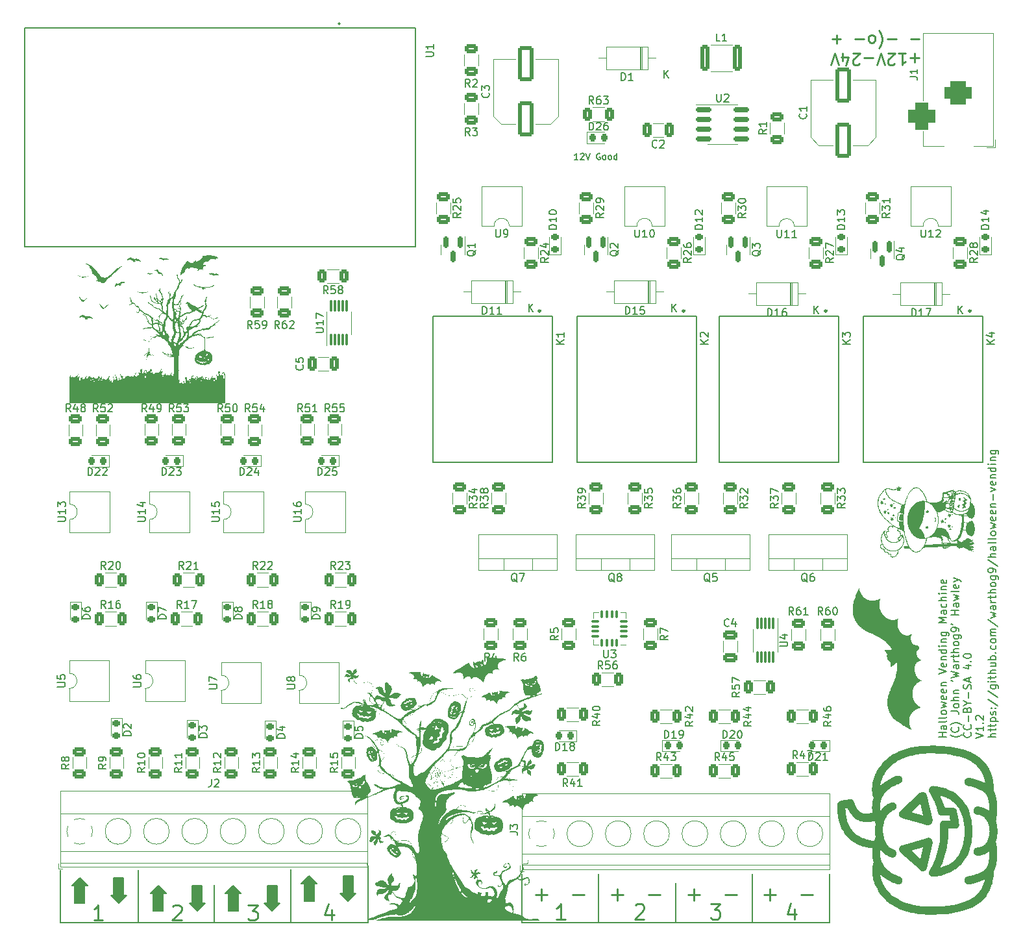
<source format=gbr>
%TF.GenerationSoftware,KiCad,Pcbnew,7.0.5*%
%TF.CreationDate,2023-06-06T14:49:00-07:00*%
%TF.ProjectId,halloween vending machine,68616c6c-6f77-4656-956e-2076656e6469,rev?*%
%TF.SameCoordinates,Original*%
%TF.FileFunction,Legend,Top*%
%TF.FilePolarity,Positive*%
%FSLAX46Y46*%
G04 Gerber Fmt 4.6, Leading zero omitted, Abs format (unit mm)*
G04 Created by KiCad (PCBNEW 7.0.5) date 2023-06-06 14:49:00*
%MOMM*%
%LPD*%
G01*
G04 APERTURE LIST*
G04 Aperture macros list*
%AMRoundRect*
0 Rectangle with rounded corners*
0 $1 Rounding radius*
0 $2 $3 $4 $5 $6 $7 $8 $9 X,Y pos of 4 corners*
0 Add a 4 corners polygon primitive as box body*
4,1,4,$2,$3,$4,$5,$6,$7,$8,$9,$2,$3,0*
0 Add four circle primitives for the rounded corners*
1,1,$1+$1,$2,$3*
1,1,$1+$1,$4,$5*
1,1,$1+$1,$6,$7*
1,1,$1+$1,$8,$9*
0 Add four rect primitives between the rounded corners*
20,1,$1+$1,$2,$3,$4,$5,0*
20,1,$1+$1,$4,$5,$6,$7,0*
20,1,$1+$1,$6,$7,$8,$9,0*
20,1,$1+$1,$8,$9,$2,$3,0*%
G04 Aperture macros list end*
%ADD10C,0.152400*%
%ADD11C,0.000000*%
%ADD12C,0.254000*%
%ADD13C,0.150000*%
%ADD14C,0.127000*%
%ADD15C,0.300000*%
%ADD16C,0.120000*%
%ADD17C,0.200000*%
%ADD18R,1.980000X1.980000*%
%ADD19C,1.935000*%
%ADD20C,1.980000*%
%ADD21R,2.600000X2.600000*%
%ADD22C,2.600000*%
%ADD23RoundRect,0.250000X-0.625000X0.312500X-0.625000X-0.312500X0.625000X-0.312500X0.625000X0.312500X0*%
%ADD24RoundRect,0.218750X-0.218750X-0.256250X0.218750X-0.256250X0.218750X0.256250X-0.218750X0.256250X0*%
%ADD25RoundRect,0.250000X-0.312500X-0.625000X0.312500X-0.625000X0.312500X0.625000X-0.312500X0.625000X0*%
%ADD26RoundRect,0.218750X0.256250X-0.218750X0.256250X0.218750X-0.256250X0.218750X-0.256250X-0.218750X0*%
%ADD27RoundRect,0.250000X0.650000X-0.325000X0.650000X0.325000X-0.650000X0.325000X-0.650000X-0.325000X0*%
%ADD28R,1.600000X1.600000*%
%ADD29O,1.600000X1.600000*%
%ADD30RoundRect,0.250000X0.625000X-0.312500X0.625000X0.312500X-0.625000X0.312500X-0.625000X-0.312500X0*%
%ADD31RoundRect,0.075000X0.075000X-0.650000X0.075000X0.650000X-0.075000X0.650000X-0.075000X-0.650000X0*%
%ADD32RoundRect,0.218750X0.218750X0.256250X-0.218750X0.256250X-0.218750X-0.256250X0.218750X-0.256250X0*%
%ADD33RoundRect,0.150000X-0.150000X0.587500X-0.150000X-0.587500X0.150000X-0.587500X0.150000X0.587500X0*%
%ADD34RoundRect,0.087500X0.425000X0.087500X-0.425000X0.087500X-0.425000X-0.087500X0.425000X-0.087500X0*%
%ADD35RoundRect,0.087500X0.087500X0.425000X-0.087500X0.425000X-0.087500X-0.425000X0.087500X-0.425000X0*%
%ADD36R,2.100000X2.100000*%
%ADD37R,2.200000X2.200000*%
%ADD38O,2.200000X2.200000*%
%ADD39RoundRect,0.218750X-0.256250X0.218750X-0.256250X-0.218750X0.256250X-0.218750X0.256250X0.218750X0*%
%ADD40RoundRect,0.150000X-0.825000X-0.150000X0.825000X-0.150000X0.825000X0.150000X-0.825000X0.150000X0*%
%ADD41RoundRect,0.250001X0.799999X-1.999999X0.799999X1.999999X-0.799999X1.999999X-0.799999X-1.999999X0*%
%ADD42RoundRect,0.250000X0.325000X0.650000X-0.325000X0.650000X-0.325000X-0.650000X0.325000X-0.650000X0*%
%ADD43RoundRect,0.250000X0.312500X0.625000X-0.312500X0.625000X-0.312500X-0.625000X0.312500X-0.625000X0*%
%ADD44R,2.000000X2.000000*%
%ADD45C,2.000000*%
%ADD46R,1.905000X2.000000*%
%ADD47O,1.905000X2.000000*%
%ADD48RoundRect,0.250000X-0.312500X-1.450000X0.312500X-1.450000X0.312500X1.450000X-0.312500X1.450000X0*%
%ADD49R,3.500000X3.500000*%
%ADD50RoundRect,0.750000X-1.000000X0.750000X-1.000000X-0.750000X1.000000X-0.750000X1.000000X0.750000X0*%
%ADD51RoundRect,0.875000X-0.875000X0.875000X-0.875000X-0.875000X0.875000X-0.875000X0.875000X0.875000X0*%
%ADD52RoundRect,0.075000X-0.075000X0.650000X-0.075000X-0.650000X0.075000X-0.650000X0.075000X0.650000X0*%
G04 APERTURE END LIST*
D10*
X95885000Y-130556000D02*
X95885000Y-136906000D01*
D11*
G36*
X37172332Y-52139219D02*
G01*
X37176529Y-52147648D01*
X37178731Y-52151808D01*
X37181023Y-52155913D01*
X37183419Y-52159949D01*
X37185934Y-52163904D01*
X37188584Y-52167764D01*
X37191382Y-52171515D01*
X37194343Y-52175144D01*
X37197484Y-52178637D01*
X37200817Y-52181981D01*
X37204360Y-52185162D01*
X37209914Y-52186561D01*
X37215501Y-52187565D01*
X37221117Y-52188210D01*
X37226757Y-52188531D01*
X37232416Y-52188562D01*
X37238091Y-52188338D01*
X37243778Y-52187894D01*
X37249471Y-52187266D01*
X37260860Y-52185593D01*
X37272225Y-52183599D01*
X37283531Y-52181564D01*
X37294742Y-52179765D01*
X37305647Y-52186820D01*
X37310704Y-52189752D01*
X37315529Y-52192301D01*
X37320148Y-52194477D01*
X37324584Y-52196292D01*
X37328861Y-52197755D01*
X37333004Y-52198877D01*
X37337038Y-52199668D01*
X37340986Y-52200139D01*
X37344872Y-52200301D01*
X37348722Y-52200163D01*
X37352559Y-52199738D01*
X37356408Y-52199033D01*
X37360293Y-52198062D01*
X37364238Y-52196833D01*
X37372406Y-52193646D01*
X37381107Y-52189557D01*
X37390536Y-52184649D01*
X37400887Y-52179006D01*
X37425131Y-52165852D01*
X37439414Y-52158509D01*
X37455396Y-52150766D01*
X37519304Y-52169434D01*
X37535596Y-52174673D01*
X37551771Y-52180329D01*
X37567707Y-52186497D01*
X37583282Y-52193272D01*
X37598375Y-52200747D01*
X37612863Y-52209017D01*
X37619843Y-52213480D01*
X37626626Y-52218177D01*
X37633197Y-52223120D01*
X37639541Y-52228321D01*
X37645643Y-52233791D01*
X37651487Y-52239543D01*
X37657058Y-52245588D01*
X37662342Y-52251938D01*
X37667322Y-52258605D01*
X37671984Y-52265600D01*
X37676313Y-52272936D01*
X37680292Y-52280624D01*
X37667065Y-52281344D01*
X37660453Y-52281533D01*
X37653850Y-52281583D01*
X37647264Y-52281477D01*
X37640700Y-52281197D01*
X37634165Y-52280724D01*
X37627666Y-52280042D01*
X37621210Y-52279131D01*
X37614802Y-52277974D01*
X37608449Y-52276553D01*
X37602157Y-52274849D01*
X37595934Y-52272846D01*
X37589786Y-52270524D01*
X37583719Y-52267867D01*
X37577740Y-52264855D01*
X37574180Y-52263319D01*
X37570625Y-52262054D01*
X37567075Y-52261044D01*
X37563528Y-52260273D01*
X37559984Y-52259727D01*
X37556443Y-52259389D01*
X37552905Y-52259245D01*
X37549369Y-52259277D01*
X37542301Y-52259812D01*
X37535237Y-52260868D01*
X37528173Y-52262322D01*
X37521106Y-52264048D01*
X37506951Y-52267818D01*
X37499855Y-52269612D01*
X37492744Y-52271180D01*
X37485614Y-52272396D01*
X37478461Y-52273136D01*
X37474875Y-52273288D01*
X37471283Y-52273274D01*
X37467683Y-52273079D01*
X37464075Y-52272686D01*
X37460107Y-52272770D01*
X37456037Y-52272664D01*
X37447689Y-52272113D01*
X37439230Y-52271494D01*
X37435021Y-52271304D01*
X37430857Y-52271271D01*
X37426764Y-52271452D01*
X37422766Y-52271906D01*
X37420811Y-52272253D01*
X37418888Y-52272690D01*
X37417002Y-52273224D01*
X37415155Y-52273862D01*
X37413351Y-52274612D01*
X37411591Y-52275480D01*
X37409881Y-52276474D01*
X37408222Y-52277602D01*
X37406617Y-52278869D01*
X37405070Y-52280285D01*
X37403584Y-52281855D01*
X37402162Y-52283587D01*
X37402307Y-52284916D01*
X37402519Y-52286224D01*
X37402797Y-52287511D01*
X37403137Y-52288779D01*
X37403537Y-52290028D01*
X37403992Y-52291259D01*
X37404500Y-52292473D01*
X37405059Y-52293669D01*
X37405664Y-52294850D01*
X37406313Y-52296016D01*
X37407731Y-52298304D01*
X37409288Y-52300540D01*
X37410961Y-52302730D01*
X37412723Y-52304878D01*
X37414552Y-52306991D01*
X37418311Y-52311135D01*
X37422042Y-52315207D01*
X37423837Y-52317230D01*
X37425552Y-52319253D01*
X37419410Y-52320160D01*
X37413356Y-52321417D01*
X37407431Y-52323027D01*
X37401679Y-52324996D01*
X37396142Y-52327328D01*
X37393467Y-52328631D01*
X37390862Y-52330026D01*
X37388333Y-52331515D01*
X37385884Y-52333097D01*
X37383520Y-52334773D01*
X37381248Y-52336544D01*
X37379072Y-52338409D01*
X37376998Y-52340371D01*
X37375031Y-52342429D01*
X37373176Y-52344584D01*
X37371439Y-52346836D01*
X37369825Y-52349186D01*
X37368340Y-52351635D01*
X37366988Y-52354183D01*
X37365776Y-52356831D01*
X37364708Y-52359578D01*
X37363789Y-52362427D01*
X37363026Y-52365377D01*
X37362423Y-52368429D01*
X37361985Y-52371583D01*
X37361719Y-52374841D01*
X37361629Y-52378202D01*
X37356489Y-52373783D01*
X37351160Y-52369876D01*
X37345656Y-52366458D01*
X37339991Y-52363506D01*
X37334179Y-52360996D01*
X37328234Y-52358905D01*
X37322170Y-52357209D01*
X37316002Y-52355885D01*
X37309743Y-52354909D01*
X37303408Y-52354259D01*
X37297010Y-52353910D01*
X37290564Y-52353839D01*
X37284084Y-52354023D01*
X37277584Y-52354439D01*
X37271078Y-52355063D01*
X37264581Y-52355871D01*
X37266970Y-52345731D01*
X37269488Y-52335631D01*
X37274634Y-52315549D01*
X37264357Y-52310187D01*
X37255537Y-52305261D01*
X37240992Y-52296488D01*
X37228445Y-52288765D01*
X37222122Y-52285151D01*
X37215340Y-52281625D01*
X37207780Y-52278130D01*
X37199123Y-52274606D01*
X37189050Y-52270996D01*
X37177240Y-52267241D01*
X37163375Y-52263284D01*
X37147135Y-52259065D01*
X37128201Y-52254529D01*
X37106254Y-52249615D01*
X37103182Y-52250506D01*
X37100193Y-52251529D01*
X37097284Y-52252676D01*
X37094449Y-52253941D01*
X37091684Y-52255315D01*
X37088985Y-52256793D01*
X37086347Y-52258367D01*
X37083766Y-52260031D01*
X37078756Y-52263598D01*
X37073919Y-52267439D01*
X37069220Y-52271497D01*
X37064622Y-52275716D01*
X37046529Y-52293087D01*
X37041901Y-52297274D01*
X37037160Y-52301286D01*
X37032270Y-52305068D01*
X37027195Y-52308564D01*
X37023436Y-52309396D01*
X37019661Y-52310115D01*
X37015874Y-52310729D01*
X37012074Y-52311248D01*
X37004446Y-52312041D01*
X36996794Y-52312572D01*
X36989132Y-52312920D01*
X36981475Y-52313163D01*
X36966235Y-52313644D01*
X36968438Y-52304672D01*
X36971070Y-52295968D01*
X36974112Y-52287524D01*
X36977547Y-52279334D01*
X36981359Y-52271388D01*
X36985531Y-52263681D01*
X36990045Y-52256204D01*
X36994884Y-52248950D01*
X37000032Y-52241911D01*
X37005471Y-52235081D01*
X37017154Y-52222014D01*
X37029799Y-52209690D01*
X37043268Y-52198047D01*
X37057425Y-52187028D01*
X37072135Y-52176571D01*
X37087260Y-52166617D01*
X37102665Y-52157107D01*
X37133768Y-52139175D01*
X37164355Y-52122297D01*
X37172332Y-52139219D01*
G37*
D10*
X44132500Y-134302500D02*
X44513500Y-134302500D01*
X43497500Y-135318500D01*
X42481500Y-134302500D01*
X42862500Y-134302500D01*
X42862500Y-132016500D01*
X44132500Y-132016500D01*
X44132500Y-134302500D01*
G36*
X44132500Y-134302500D02*
G01*
X44513500Y-134302500D01*
X43497500Y-135318500D01*
X42481500Y-134302500D01*
X42862500Y-134302500D01*
X42862500Y-132016500D01*
X44132500Y-132016500D01*
X44132500Y-134302500D01*
G37*
D11*
G36*
X38883930Y-50164892D02*
G01*
X38892599Y-50165615D01*
X38901033Y-50166790D01*
X38909245Y-50168389D01*
X38917248Y-50170386D01*
X38925055Y-50172754D01*
X38932679Y-50175467D01*
X38940131Y-50178497D01*
X38947426Y-50181817D01*
X38954575Y-50185401D01*
X38961592Y-50189222D01*
X38975279Y-50197468D01*
X38988588Y-50206338D01*
X39040088Y-50243774D01*
X39053038Y-50252547D01*
X39066222Y-50260656D01*
X39072934Y-50264395D01*
X39079742Y-50267887D01*
X39086659Y-50271105D01*
X39093699Y-50274024D01*
X39095630Y-50240845D01*
X39096616Y-50224256D01*
X39097720Y-50207666D01*
X39102210Y-50207731D01*
X39106709Y-50207848D01*
X39111219Y-50208020D01*
X39115739Y-50208248D01*
X39120268Y-50208536D01*
X39124808Y-50208887D01*
X39129357Y-50209301D01*
X39133916Y-50209783D01*
X39137111Y-50215149D01*
X39140400Y-50220467D01*
X39147132Y-50231042D01*
X39153844Y-50241677D01*
X39157109Y-50247069D01*
X39160269Y-50252539D01*
X39163513Y-50253419D01*
X39166697Y-50254062D01*
X39169826Y-50254481D01*
X39172902Y-50254689D01*
X39175930Y-50254698D01*
X39178912Y-50254522D01*
X39181853Y-50254172D01*
X39184755Y-50253662D01*
X39187622Y-50253005D01*
X39190458Y-50252212D01*
X39196050Y-50250272D01*
X39201557Y-50247944D01*
X39207008Y-50245330D01*
X39217852Y-50239648D01*
X39223301Y-50236784D01*
X39228805Y-50234040D01*
X39234391Y-50231517D01*
X39240087Y-50229317D01*
X39242985Y-50228370D01*
X39245921Y-50227542D01*
X39248898Y-50226845D01*
X39251921Y-50226293D01*
X39253944Y-50250648D01*
X39256048Y-50275082D01*
X39263813Y-50275044D01*
X39271497Y-50274593D01*
X39279104Y-50273759D01*
X39286641Y-50272572D01*
X39301528Y-50269263D01*
X39316206Y-50264907D01*
X39330722Y-50259747D01*
X39345124Y-50254025D01*
X39373775Y-50241864D01*
X39388119Y-50235909D01*
X39402540Y-50230362D01*
X39417084Y-50225465D01*
X39431800Y-50221459D01*
X39439236Y-50219867D01*
X39446734Y-50218588D01*
X39454298Y-50217653D01*
X39461935Y-50217093D01*
X39469650Y-50216937D01*
X39477450Y-50217217D01*
X39485340Y-50217962D01*
X39493327Y-50219202D01*
X39495499Y-50223955D01*
X39497724Y-50228691D01*
X39502310Y-50238120D01*
X39507034Y-50247509D01*
X39511847Y-50256879D01*
X39546505Y-50267265D01*
X39573345Y-50274413D01*
X39593483Y-50278897D01*
X39608033Y-50281288D01*
X39618108Y-50282161D01*
X39624823Y-50282086D01*
X39632630Y-50281390D01*
X39635950Y-50281913D01*
X39640367Y-50283781D01*
X39656949Y-50293842D01*
X39752301Y-50355304D01*
X39757910Y-50360519D01*
X39763803Y-50365672D01*
X39776094Y-50375941D01*
X39788474Y-50386409D01*
X39794478Y-50391810D01*
X39800243Y-50397372D01*
X39805681Y-50403133D01*
X39810703Y-50409130D01*
X39813032Y-50412228D01*
X39815224Y-50415399D01*
X39817268Y-50418648D01*
X39819154Y-50421979D01*
X39820871Y-50425396D01*
X39822408Y-50428905D01*
X39823753Y-50432511D01*
X39824897Y-50436217D01*
X39825827Y-50440028D01*
X39826533Y-50443949D01*
X39827005Y-50447986D01*
X39827231Y-50452141D01*
X39818256Y-50450570D01*
X39809237Y-50448697D01*
X39791089Y-50444414D01*
X39772841Y-50440028D01*
X39763698Y-50438028D01*
X39754550Y-50436279D01*
X39745404Y-50434874D01*
X39736268Y-50433904D01*
X39727147Y-50433463D01*
X39718050Y-50433642D01*
X39708983Y-50434533D01*
X39704462Y-50435275D01*
X39699952Y-50436229D01*
X39695452Y-50437408D01*
X39690964Y-50438822D01*
X39686489Y-50440484D01*
X39682027Y-50442404D01*
X39678137Y-50443799D01*
X39674245Y-50445438D01*
X39670348Y-50447257D01*
X39666444Y-50449191D01*
X39658607Y-50453142D01*
X39654668Y-50455030D01*
X39650713Y-50456771D01*
X39646740Y-50458302D01*
X39642745Y-50459557D01*
X39640740Y-50460061D01*
X39638728Y-50460471D01*
X39636710Y-50460779D01*
X39634685Y-50460978D01*
X39632653Y-50461059D01*
X39630614Y-50461015D01*
X39628567Y-50460836D01*
X39626512Y-50460514D01*
X39624450Y-50460043D01*
X39622378Y-50459413D01*
X39620299Y-50458616D01*
X39618210Y-50457645D01*
X39611910Y-50455266D01*
X39605556Y-50452708D01*
X39592707Y-50447385D01*
X39586222Y-50444783D01*
X39579704Y-50442330D01*
X39573158Y-50440108D01*
X39566589Y-50438198D01*
X39560004Y-50436682D01*
X39553405Y-50435643D01*
X39550103Y-50435327D01*
X39546801Y-50435162D01*
X39543497Y-50435156D01*
X39540194Y-50435320D01*
X39536892Y-50435665D01*
X39533591Y-50436201D01*
X39530293Y-50436937D01*
X39526997Y-50437885D01*
X39523706Y-50439054D01*
X39520418Y-50440455D01*
X39517135Y-50442097D01*
X39513858Y-50443992D01*
X39511399Y-50444529D01*
X39509020Y-50445238D01*
X39506715Y-50446107D01*
X39504478Y-50447121D01*
X39502304Y-50448269D01*
X39500188Y-50449536D01*
X39498124Y-50450910D01*
X39496106Y-50452378D01*
X39492188Y-50455541D01*
X39488391Y-50458921D01*
X39480983Y-50465913D01*
X39477284Y-50469314D01*
X39473530Y-50472512D01*
X39471619Y-50474002D01*
X39469677Y-50475403D01*
X39467700Y-50476700D01*
X39465682Y-50477880D01*
X39463617Y-50478931D01*
X39461500Y-50479840D01*
X39459325Y-50480593D01*
X39457087Y-50481177D01*
X39454780Y-50481579D01*
X39452400Y-50481786D01*
X39449939Y-50481785D01*
X39447394Y-50481563D01*
X39436217Y-50474695D01*
X39425033Y-50468365D01*
X39413864Y-50462577D01*
X39402730Y-50457334D01*
X39391649Y-50452641D01*
X39380644Y-50448501D01*
X39369733Y-50444917D01*
X39358936Y-50441894D01*
X39348274Y-50439436D01*
X39337767Y-50437545D01*
X39327434Y-50436227D01*
X39317297Y-50435484D01*
X39307374Y-50435320D01*
X39297685Y-50435740D01*
X39288252Y-50436746D01*
X39279094Y-50438343D01*
X39270230Y-50440535D01*
X39261682Y-50443324D01*
X39253468Y-50446716D01*
X39245610Y-50450713D01*
X39238127Y-50455319D01*
X39231039Y-50460539D01*
X39224366Y-50466376D01*
X39218129Y-50472833D01*
X39212346Y-50479914D01*
X39207040Y-50487624D01*
X39202228Y-50495966D01*
X39197932Y-50504944D01*
X39194171Y-50514560D01*
X39190966Y-50524821D01*
X39188337Y-50535728D01*
X39186303Y-50547286D01*
X39179013Y-50543088D01*
X39166979Y-50537139D01*
X39150826Y-50530102D01*
X39131177Y-50522644D01*
X39120237Y-50518964D01*
X39108656Y-50515427D01*
X39096513Y-50512118D01*
X39083886Y-50509119D01*
X39070852Y-50506512D01*
X39057490Y-50504382D01*
X39043878Y-50502811D01*
X39030093Y-50501883D01*
X39031351Y-50499061D01*
X39032663Y-50496269D01*
X39035433Y-50490766D01*
X39038373Y-50485354D01*
X39041457Y-50480015D01*
X39044654Y-50474731D01*
X39047937Y-50469483D01*
X39054646Y-50459021D01*
X39050746Y-50453002D01*
X39046334Y-50447514D01*
X39041445Y-50442534D01*
X39036119Y-50438038D01*
X39030390Y-50434002D01*
X39024297Y-50430402D01*
X39017877Y-50427215D01*
X39011167Y-50424416D01*
X39004203Y-50421983D01*
X38997023Y-50419892D01*
X38989664Y-50418118D01*
X38982163Y-50416638D01*
X38966883Y-50414466D01*
X38951479Y-50413184D01*
X38936248Y-50412604D01*
X38921487Y-50412536D01*
X38894560Y-50413176D01*
X38873068Y-50413584D01*
X38865102Y-50413227D01*
X38859384Y-50412242D01*
X38824531Y-50380250D01*
X38802085Y-50359965D01*
X38794112Y-50353458D01*
X38787558Y-50348971D01*
X38784638Y-50347390D01*
X38781862Y-50346202D01*
X38779160Y-50345367D01*
X38776462Y-50344849D01*
X38770797Y-50344610D01*
X38764307Y-50345182D01*
X38746606Y-50347554D01*
X38734273Y-50348749D01*
X38718869Y-50349546D01*
X38699835Y-50349645D01*
X38676609Y-50348742D01*
X38626463Y-50316085D01*
X38618976Y-50311650D01*
X38612484Y-50308370D01*
X38606475Y-50306075D01*
X38600437Y-50304595D01*
X38593857Y-50303763D01*
X38586224Y-50303409D01*
X38565746Y-50303458D01*
X38534904Y-50303392D01*
X38514317Y-50302893D01*
X38489601Y-50301858D01*
X38490243Y-50299234D01*
X38491554Y-50296301D01*
X38496098Y-50289615D01*
X38503061Y-50282013D01*
X38512273Y-50273706D01*
X38523561Y-50264909D01*
X38536754Y-50255833D01*
X38551680Y-50246691D01*
X38568167Y-50237697D01*
X38586044Y-50229061D01*
X38605138Y-50220999D01*
X38625279Y-50213721D01*
X38646294Y-50207441D01*
X38668012Y-50202372D01*
X38690261Y-50198726D01*
X38712869Y-50196716D01*
X38724254Y-50196390D01*
X38735665Y-50196554D01*
X38766482Y-50196962D01*
X38797339Y-50197123D01*
X38828235Y-50196866D01*
X38843699Y-50196529D01*
X38859172Y-50196025D01*
X38865839Y-50164910D01*
X38875015Y-50164648D01*
X38883930Y-50164892D01*
G37*
G36*
X83086831Y-106640534D02*
G01*
X83104956Y-106641452D01*
X83123038Y-106642908D01*
X83141067Y-106644963D01*
X83159033Y-106647678D01*
X83176924Y-106651115D01*
X83194731Y-106655335D01*
X83212443Y-106660399D01*
X83275941Y-106678394D01*
X83319492Y-106691019D01*
X83363406Y-106702447D01*
X83407649Y-106712597D01*
X83452187Y-106721389D01*
X83496986Y-106728743D01*
X83542012Y-106734577D01*
X83587229Y-106738811D01*
X83632605Y-106741365D01*
X83648477Y-106740836D01*
X83672627Y-106739888D01*
X83697026Y-106739412D01*
X83721624Y-106739382D01*
X83746371Y-106739775D01*
X83801469Y-106742194D01*
X83856703Y-106745431D01*
X83911887Y-106750008D01*
X83966836Y-106756445D01*
X83994164Y-106760524D01*
X84021363Y-106765263D01*
X84048411Y-106770728D01*
X84075283Y-106776984D01*
X84101957Y-106784095D01*
X84128410Y-106792127D01*
X84154617Y-106801144D01*
X84180557Y-106811213D01*
X84190123Y-106815221D01*
X84199603Y-106819310D01*
X84218454Y-106827752D01*
X84237405Y-106836591D01*
X84256753Y-106845876D01*
X84308081Y-106881597D01*
X84225518Y-106891512D01*
X84183667Y-106897780D01*
X84141733Y-106905164D01*
X84099939Y-106913846D01*
X84058507Y-106924006D01*
X84017659Y-106935828D01*
X83977618Y-106949493D01*
X83938607Y-106965183D01*
X83900847Y-106983079D01*
X83864562Y-107003364D01*
X83847041Y-107014458D01*
X83829973Y-107026218D01*
X83813384Y-107038666D01*
X83797303Y-107051824D01*
X83781758Y-107065716D01*
X83766775Y-107080364D01*
X83752384Y-107095791D01*
X83738611Y-107112019D01*
X83725485Y-107129072D01*
X83713034Y-107146972D01*
X83703843Y-107170266D01*
X83696456Y-107193788D01*
X83690790Y-107217498D01*
X83686764Y-107241358D01*
X83684296Y-107265327D01*
X83683304Y-107289368D01*
X83683706Y-107313440D01*
X83685421Y-107337505D01*
X83688367Y-107361523D01*
X83692461Y-107385456D01*
X83697623Y-107409264D01*
X83703771Y-107432908D01*
X83710821Y-107456349D01*
X83718694Y-107479548D01*
X83727307Y-107502465D01*
X83736578Y-107525062D01*
X83696879Y-107514256D01*
X83676886Y-107509495D01*
X83656811Y-107505197D01*
X83636663Y-107501386D01*
X83616452Y-107498090D01*
X83596187Y-107495334D01*
X83575879Y-107493145D01*
X83555536Y-107491547D01*
X83535169Y-107490568D01*
X83514787Y-107490233D01*
X83494400Y-107490568D01*
X83474017Y-107491600D01*
X83453649Y-107493353D01*
X83433305Y-107495854D01*
X83412994Y-107499130D01*
X83401168Y-107502106D01*
X83389799Y-107505710D01*
X83378892Y-107509918D01*
X83368447Y-107514705D01*
X83358467Y-107520047D01*
X83348955Y-107525918D01*
X83339913Y-107532295D01*
X83331343Y-107539152D01*
X83323249Y-107546466D01*
X83315631Y-107554211D01*
X83308493Y-107562363D01*
X83301836Y-107570898D01*
X83295664Y-107579790D01*
X83289979Y-107589016D01*
X83284782Y-107598551D01*
X83280077Y-107608370D01*
X83275866Y-107618449D01*
X83272151Y-107628763D01*
X83268934Y-107639287D01*
X83266218Y-107649997D01*
X83264005Y-107660869D01*
X83262298Y-107671878D01*
X83261099Y-107682998D01*
X83260410Y-107694207D01*
X83260234Y-107705479D01*
X83260573Y-107716789D01*
X83261430Y-107728113D01*
X83262806Y-107739427D01*
X83264705Y-107750706D01*
X83267128Y-107761925D01*
X83270078Y-107773060D01*
X83273558Y-107784086D01*
X83263840Y-107775718D01*
X83253801Y-107767831D01*
X83243460Y-107760428D01*
X83232839Y-107753514D01*
X83221957Y-107747091D01*
X83210836Y-107741163D01*
X83199497Y-107735733D01*
X83187959Y-107730805D01*
X83164371Y-107722470D01*
X83140238Y-107716183D01*
X83115725Y-107711974D01*
X83090998Y-107709871D01*
X83078605Y-107709617D01*
X83066221Y-107709900D01*
X83053865Y-107710724D01*
X83041559Y-107712091D01*
X83029323Y-107714005D01*
X83017178Y-107716470D01*
X83005144Y-107719490D01*
X82993242Y-107723067D01*
X82981493Y-107727205D01*
X82969918Y-107731908D01*
X82958536Y-107737179D01*
X82947369Y-107743022D01*
X82936437Y-107749440D01*
X82925761Y-107756436D01*
X82915362Y-107764015D01*
X82905260Y-107772179D01*
X82872134Y-107800459D01*
X82840916Y-107830639D01*
X82811598Y-107862586D01*
X82784170Y-107896165D01*
X82758625Y-107931244D01*
X82734953Y-107967688D01*
X82713146Y-108005364D01*
X82693196Y-108044138D01*
X82675093Y-108083876D01*
X82658830Y-108124445D01*
X82644398Y-108165710D01*
X82631788Y-108207539D01*
X82620992Y-108249797D01*
X82612001Y-108292351D01*
X82604807Y-108335066D01*
X82599400Y-108377810D01*
X82579042Y-108338389D01*
X82556982Y-108299685D01*
X82533257Y-108261826D01*
X82507901Y-108224939D01*
X82480950Y-108189154D01*
X82452439Y-108154597D01*
X82422403Y-108121396D01*
X82390878Y-108089680D01*
X82357898Y-108059576D01*
X82323500Y-108031212D01*
X82287718Y-108004717D01*
X82250587Y-107980217D01*
X82212144Y-107957841D01*
X82172423Y-107937717D01*
X82131459Y-107919972D01*
X82089288Y-107904735D01*
X82077344Y-107901593D01*
X82065428Y-107899005D01*
X82053550Y-107896963D01*
X82041717Y-107895456D01*
X82029940Y-107894475D01*
X82018225Y-107894011D01*
X82006583Y-107894054D01*
X81995021Y-107894594D01*
X81983548Y-107895623D01*
X81972173Y-107897130D01*
X81960904Y-107899105D01*
X81949750Y-107901540D01*
X81938720Y-107904425D01*
X81927823Y-107907750D01*
X81917066Y-107911506D01*
X81906458Y-107915683D01*
X81896009Y-107920271D01*
X81885727Y-107925262D01*
X81875620Y-107930645D01*
X81865696Y-107936411D01*
X81855966Y-107942550D01*
X81846437Y-107949054D01*
X81837118Y-107955912D01*
X81828017Y-107963114D01*
X81819144Y-107970652D01*
X81810506Y-107978515D01*
X81802113Y-107986695D01*
X81793972Y-107995181D01*
X81778485Y-108013036D01*
X81764114Y-108032002D01*
X81749550Y-107977687D01*
X81745571Y-107963893D01*
X81741247Y-107950229D01*
X81736472Y-107936802D01*
X81731141Y-107923720D01*
X81725150Y-107911090D01*
X81721874Y-107904979D01*
X81718394Y-107899021D01*
X81714696Y-107893231D01*
X81710767Y-107887621D01*
X81706594Y-107882204D01*
X81702164Y-107876996D01*
X81697464Y-107872008D01*
X81692481Y-107867255D01*
X81687201Y-107862749D01*
X81681612Y-107858505D01*
X81675700Y-107854535D01*
X81669453Y-107850854D01*
X81662856Y-107847475D01*
X81655897Y-107844410D01*
X81649489Y-107840936D01*
X81643016Y-107837797D01*
X81636482Y-107834982D01*
X81629892Y-107832479D01*
X81616553Y-107828363D01*
X81603030Y-107825356D01*
X81589353Y-107823365D01*
X81575550Y-107822295D01*
X81561650Y-107822055D01*
X81547684Y-107822549D01*
X81533681Y-107823685D01*
X81519670Y-107825370D01*
X81505680Y-107827510D01*
X81491742Y-107830011D01*
X81464136Y-107835725D01*
X81437086Y-107841765D01*
X81410979Y-107853762D01*
X81385234Y-107866503D01*
X81359842Y-107879939D01*
X81334795Y-107894020D01*
X81310081Y-107908695D01*
X81285693Y-107923917D01*
X81261621Y-107939634D01*
X81237855Y-107955797D01*
X81239564Y-107910844D01*
X81239819Y-107888047D01*
X81239522Y-107865153D01*
X81238560Y-107842250D01*
X81236819Y-107819425D01*
X81234187Y-107796765D01*
X81230548Y-107774360D01*
X81225790Y-107752295D01*
X81219800Y-107730660D01*
X81212463Y-107709540D01*
X81203666Y-107689024D01*
X81198684Y-107679020D01*
X81193295Y-107669200D01*
X81187484Y-107659575D01*
X81181238Y-107650155D01*
X81174541Y-107640952D01*
X81167379Y-107631977D01*
X81159739Y-107623240D01*
X81151607Y-107614752D01*
X81139883Y-107602723D01*
X81127745Y-107591473D01*
X81115211Y-107580978D01*
X81102301Y-107571216D01*
X81089033Y-107562163D01*
X81075428Y-107553795D01*
X81047281Y-107539019D01*
X81018013Y-107526700D01*
X80987778Y-107516650D01*
X80956730Y-107508680D01*
X80925022Y-107502601D01*
X80892810Y-107498223D01*
X80860245Y-107495360D01*
X80827484Y-107493821D01*
X80794678Y-107493418D01*
X80761982Y-107493962D01*
X80729551Y-107495265D01*
X80666095Y-107499391D01*
X80643537Y-107504893D01*
X80620920Y-107510112D01*
X80575573Y-107519865D01*
X80530175Y-107528972D01*
X80484852Y-107537758D01*
X80492244Y-107528841D01*
X80501124Y-107518014D01*
X80517395Y-107498071D01*
X80530639Y-107482511D01*
X80544273Y-107467293D01*
X80558290Y-107452430D01*
X80572683Y-107437935D01*
X80587445Y-107423822D01*
X80602569Y-107410104D01*
X80618048Y-107396793D01*
X80633876Y-107383903D01*
X80650044Y-107371447D01*
X80666546Y-107359438D01*
X80683376Y-107347890D01*
X80700526Y-107336816D01*
X80717988Y-107326228D01*
X80735757Y-107316140D01*
X80753826Y-107306566D01*
X80772186Y-107297517D01*
X80778079Y-107294379D01*
X80784043Y-107291311D01*
X80790074Y-107288312D01*
X80796169Y-107285378D01*
X80802326Y-107282506D01*
X80808541Y-107279693D01*
X80814812Y-107276936D01*
X80821136Y-107274231D01*
X81049275Y-107183844D01*
X81105720Y-107159875D01*
X81161359Y-107134148D01*
X81188788Y-107120437D01*
X81215908Y-107106059D01*
X81242684Y-107090939D01*
X81269081Y-107075002D01*
X81320662Y-107039981D01*
X81373118Y-107005967D01*
X81426604Y-106973572D01*
X81453781Y-106958171D01*
X81481274Y-106943405D01*
X81509101Y-106929348D01*
X81537283Y-106916078D01*
X81565839Y-106903671D01*
X81594788Y-106892202D01*
X81624149Y-106881749D01*
X81653941Y-106872388D01*
X81684185Y-106864196D01*
X81714900Y-106857248D01*
X81716364Y-106875103D01*
X81718518Y-106892839D01*
X81721348Y-106910436D01*
X81724843Y-106927876D01*
X81728991Y-106945138D01*
X81733780Y-106962205D01*
X81739197Y-106979057D01*
X81745232Y-106995676D01*
X81751872Y-107012041D01*
X81759105Y-107028135D01*
X81766919Y-107043939D01*
X81775302Y-107059432D01*
X81784242Y-107074597D01*
X81793727Y-107089414D01*
X81803746Y-107103865D01*
X81814286Y-107117930D01*
X81825335Y-107131590D01*
X81836881Y-107144827D01*
X81848913Y-107157621D01*
X81861418Y-107169953D01*
X81874385Y-107181805D01*
X81887801Y-107193157D01*
X81901654Y-107203991D01*
X81915933Y-107214287D01*
X81930625Y-107224027D01*
X81945719Y-107233191D01*
X81961203Y-107241760D01*
X81977064Y-107249716D01*
X81993291Y-107257040D01*
X82009872Y-107263711D01*
X82026794Y-107269713D01*
X82044046Y-107275025D01*
X82027701Y-107216201D01*
X82013996Y-107158081D01*
X82083734Y-107158081D01*
X82172630Y-107150408D01*
X82172607Y-107154814D01*
X82172438Y-107159100D01*
X82172123Y-107163266D01*
X82171663Y-107167313D01*
X82171057Y-107171240D01*
X82170305Y-107175048D01*
X82169407Y-107178736D01*
X82168364Y-107182305D01*
X82167175Y-107185753D01*
X82165840Y-107189082D01*
X82164360Y-107192291D01*
X82162734Y-107195380D01*
X82160962Y-107198349D01*
X82159044Y-107201198D01*
X82156981Y-107203927D01*
X82154772Y-107206535D01*
X82152417Y-107209024D01*
X82149916Y-107211393D01*
X82147270Y-107213641D01*
X82144478Y-107215769D01*
X82141540Y-107217776D01*
X82138457Y-107219663D01*
X82135227Y-107221430D01*
X82131852Y-107223076D01*
X82128331Y-107224602D01*
X82124665Y-107226007D01*
X82120852Y-107227292D01*
X82116894Y-107228455D01*
X82112791Y-107229499D01*
X82108541Y-107230421D01*
X82099605Y-107231903D01*
X82113610Y-107239335D01*
X82128152Y-107246810D01*
X82135582Y-107250314D01*
X82143097Y-107253529D01*
X82150678Y-107256355D01*
X82158311Y-107258692D01*
X82165977Y-107260439D01*
X82169818Y-107261061D01*
X82173661Y-107261498D01*
X82177504Y-107261737D01*
X82181346Y-107261767D01*
X82185183Y-107261574D01*
X82189014Y-107261147D01*
X82192837Y-107260472D01*
X82196650Y-107259538D01*
X82200451Y-107258331D01*
X82204237Y-107256839D01*
X82208007Y-107255051D01*
X82211758Y-107252952D01*
X82215489Y-107250531D01*
X82219197Y-107247775D01*
X82225593Y-107245412D01*
X82231535Y-107242560D01*
X82237027Y-107239254D01*
X82242071Y-107235528D01*
X82246670Y-107231417D01*
X82250826Y-107226954D01*
X82254542Y-107222174D01*
X82257820Y-107217111D01*
X82260664Y-107211799D01*
X82263075Y-107206272D01*
X82265056Y-107200565D01*
X82266611Y-107194711D01*
X82267741Y-107188746D01*
X82268449Y-107182703D01*
X82268738Y-107176616D01*
X82268611Y-107170520D01*
X82268070Y-107164448D01*
X82267117Y-107158436D01*
X82265755Y-107152516D01*
X82263988Y-107146724D01*
X82261817Y-107141094D01*
X82259245Y-107135659D01*
X82256274Y-107130455D01*
X82252909Y-107125515D01*
X82249150Y-107120873D01*
X82245000Y-107116564D01*
X82240463Y-107112621D01*
X82235541Y-107109080D01*
X82231123Y-107106493D01*
X82445947Y-107106493D01*
X82534314Y-107081355D01*
X82537804Y-107086456D01*
X82540702Y-107091346D01*
X82543031Y-107096034D01*
X82544815Y-107100527D01*
X82546077Y-107104834D01*
X82546843Y-107108961D01*
X82547137Y-107112919D01*
X82546981Y-107116713D01*
X82546401Y-107120353D01*
X82545419Y-107123847D01*
X82544062Y-107127201D01*
X82542351Y-107130425D01*
X82540312Y-107133527D01*
X82537968Y-107136513D01*
X82535344Y-107139393D01*
X82532462Y-107142175D01*
X82526027Y-107147473D01*
X82518853Y-107152473D01*
X82511134Y-107157238D01*
X82503062Y-107161832D01*
X82486625Y-107170764D01*
X82478645Y-107175230D01*
X82471081Y-107179780D01*
X82477136Y-107181638D01*
X82483426Y-107183337D01*
X82496597Y-107186213D01*
X82503421Y-107187368D01*
X82510365Y-107188320D01*
X82517401Y-107189059D01*
X82524501Y-107189573D01*
X82531636Y-107189852D01*
X82538777Y-107189885D01*
X82545895Y-107189661D01*
X82552963Y-107189169D01*
X82559951Y-107188399D01*
X82566832Y-107187340D01*
X82573575Y-107185981D01*
X82580154Y-107184310D01*
X82586539Y-107182318D01*
X82592701Y-107179994D01*
X82598612Y-107177326D01*
X82604244Y-107174304D01*
X82609568Y-107170918D01*
X82614555Y-107167155D01*
X82619176Y-107163006D01*
X82623404Y-107158460D01*
X82627210Y-107153506D01*
X82630564Y-107148133D01*
X82633438Y-107142330D01*
X82635805Y-107136087D01*
X82637634Y-107129392D01*
X82638898Y-107122236D01*
X82639569Y-107114606D01*
X82639616Y-107106493D01*
X82637888Y-107096997D01*
X82635412Y-107088200D01*
X82632236Y-107080092D01*
X82628407Y-107072666D01*
X82623972Y-107065913D01*
X82618977Y-107059823D01*
X82613468Y-107054389D01*
X82607494Y-107049602D01*
X82601101Y-107045453D01*
X82594334Y-107041934D01*
X82587242Y-107039036D01*
X82579871Y-107036751D01*
X82572268Y-107035070D01*
X82564480Y-107033984D01*
X82556553Y-107033486D01*
X82548535Y-107033565D01*
X82540471Y-107034215D01*
X82532409Y-107035425D01*
X82524396Y-107037188D01*
X82516479Y-107039495D01*
X82508703Y-107042338D01*
X82501117Y-107045707D01*
X82493766Y-107049595D01*
X82486699Y-107053992D01*
X82479960Y-107058891D01*
X82473598Y-107064282D01*
X82467659Y-107070157D01*
X82462190Y-107076508D01*
X82457237Y-107083325D01*
X82452848Y-107090601D01*
X82449069Y-107098326D01*
X82445947Y-107106493D01*
X82231123Y-107106493D01*
X82230236Y-107105974D01*
X82224552Y-107103337D01*
X82218490Y-107101204D01*
X82212053Y-107099609D01*
X82207125Y-107097928D01*
X82202217Y-107096553D01*
X82197332Y-107095476D01*
X82192475Y-107094687D01*
X82187649Y-107094181D01*
X82182858Y-107093948D01*
X82178106Y-107093981D01*
X82173398Y-107094271D01*
X82168738Y-107094812D01*
X82164128Y-107095595D01*
X82159574Y-107096612D01*
X82155079Y-107097855D01*
X82150647Y-107099317D01*
X82146282Y-107100989D01*
X82141989Y-107102863D01*
X82137770Y-107104933D01*
X82133631Y-107107189D01*
X82129575Y-107109624D01*
X82125606Y-107112231D01*
X82121727Y-107115000D01*
X82117944Y-107117925D01*
X82114260Y-107120996D01*
X82110678Y-107124208D01*
X82107204Y-107127551D01*
X82103840Y-107131017D01*
X82100592Y-107134599D01*
X82097462Y-107138289D01*
X82094455Y-107142080D01*
X82088825Y-107149928D01*
X82083734Y-107158081D01*
X82013996Y-107158081D01*
X82013707Y-107156853D01*
X82007643Y-107127004D01*
X82002231Y-107097051D01*
X81997489Y-107067003D01*
X81993440Y-107036868D01*
X81990105Y-107006656D01*
X81987503Y-106976375D01*
X81985656Y-106946035D01*
X81984586Y-106915644D01*
X81984312Y-106885211D01*
X81984856Y-106854745D01*
X81986239Y-106824255D01*
X81988481Y-106793751D01*
X82004026Y-106807113D01*
X82019376Y-106820734D01*
X82049899Y-106848289D01*
X82065276Y-106861993D01*
X82080867Y-106875496D01*
X82096774Y-106888683D01*
X82104878Y-106895122D01*
X82113099Y-106901438D01*
X82119026Y-106901444D01*
X82124904Y-106901176D01*
X82130734Y-106900647D01*
X82136521Y-106899874D01*
X82147974Y-106897654D01*
X82159288Y-106894637D01*
X82170486Y-106890941D01*
X82181591Y-106886689D01*
X82192627Y-106882001D01*
X82203618Y-106876996D01*
X82247602Y-106856230D01*
X82258721Y-106851455D01*
X82269936Y-106847086D01*
X82281272Y-106843245D01*
X82292752Y-106840053D01*
X82301561Y-106836929D01*
X82310424Y-106834238D01*
X82328296Y-106830042D01*
X82346341Y-106827239D01*
X82364528Y-106825607D01*
X82382831Y-106824920D01*
X82401219Y-106824955D01*
X82438140Y-106826294D01*
X82475060Y-106827831D01*
X82493449Y-106828114D01*
X82511751Y-106827774D01*
X82529939Y-106826588D01*
X82547984Y-106824332D01*
X82565856Y-106820780D01*
X82574719Y-106818449D01*
X82583528Y-106815711D01*
X82590756Y-106809104D01*
X82597768Y-106802293D01*
X82604586Y-106795299D01*
X82611230Y-106788141D01*
X82617721Y-106780839D01*
X82624078Y-106773412D01*
X82636476Y-106758264D01*
X82660581Y-106727344D01*
X82672616Y-106711889D01*
X82684860Y-106696648D01*
X82697122Y-106753290D01*
X82708428Y-106810106D01*
X82718667Y-106867095D01*
X82727727Y-106924258D01*
X82735497Y-106981594D01*
X82741864Y-107039104D01*
X82746718Y-107096787D01*
X82749946Y-107154644D01*
X82764939Y-107143961D01*
X82779307Y-107132713D01*
X82793053Y-107120923D01*
X82806175Y-107108614D01*
X82830554Y-107082532D01*
X82852450Y-107054650D01*
X82871868Y-107025151D01*
X82888815Y-106994219D01*
X82903294Y-106962036D01*
X82915313Y-106928786D01*
X82924876Y-106894653D01*
X82931989Y-106859819D01*
X82936657Y-106824469D01*
X82938885Y-106788784D01*
X82938680Y-106752950D01*
X82936046Y-106717148D01*
X82930988Y-106681562D01*
X82923514Y-106646377D01*
X82995933Y-106641870D01*
X83032305Y-106640396D01*
X83068674Y-106640093D01*
X83086831Y-106640534D01*
G37*
G36*
X40907237Y-52371557D02*
G01*
X40909988Y-52371930D01*
X40912685Y-52372532D01*
X40915326Y-52373378D01*
X40917905Y-52374483D01*
X40920417Y-52375863D01*
X40922857Y-52377533D01*
X40925222Y-52379510D01*
X40927505Y-52381807D01*
X40929703Y-52384441D01*
X40935568Y-52392860D01*
X40940936Y-52401422D01*
X40945833Y-52410120D01*
X40950282Y-52418948D01*
X40957938Y-52436964D01*
X40964102Y-52455411D01*
X40968973Y-52474234D01*
X40972748Y-52493374D01*
X40975626Y-52512777D01*
X40977805Y-52532383D01*
X40983490Y-52611717D01*
X40985144Y-52631493D01*
X40987289Y-52651131D01*
X40990121Y-52670576D01*
X40993838Y-52689771D01*
X40999419Y-52715448D01*
X41005511Y-52738031D01*
X41008760Y-52748306D01*
X41012148Y-52757980D01*
X41015680Y-52767112D01*
X41019359Y-52775759D01*
X41027175Y-52791828D01*
X41035627Y-52806649D01*
X41044746Y-52820684D01*
X41054562Y-52834395D01*
X41101419Y-52895225D01*
X41115186Y-52914238D01*
X41129834Y-52935697D01*
X41145396Y-52960063D01*
X41161902Y-52987797D01*
X41178673Y-53034605D01*
X41194327Y-53081822D01*
X41223894Y-53176908D01*
X41238611Y-53224487D01*
X41253819Y-53271895D01*
X41269919Y-53318989D01*
X41287315Y-53365622D01*
X41294584Y-53363120D01*
X41301575Y-53359546D01*
X41308310Y-53354945D01*
X41314811Y-53349362D01*
X41321100Y-53342844D01*
X41327198Y-53335435D01*
X41338910Y-53318127D01*
X41350121Y-53297804D01*
X41361004Y-53274828D01*
X41382484Y-53222374D01*
X41404741Y-53163677D01*
X41429167Y-53101646D01*
X41442628Y-53070290D01*
X41457153Y-53039192D01*
X41472916Y-53008716D01*
X41490091Y-52979225D01*
X41499098Y-52979642D01*
X41508174Y-52980257D01*
X41517311Y-52981070D01*
X41526497Y-52982082D01*
X41540400Y-52996983D01*
X41550761Y-53013947D01*
X41557774Y-53032824D01*
X41561634Y-53053466D01*
X41562534Y-53075723D01*
X41560670Y-53099446D01*
X41556236Y-53124485D01*
X41549426Y-53150692D01*
X41540434Y-53177916D01*
X41529456Y-53206008D01*
X41502316Y-53264200D01*
X41469561Y-53324073D01*
X41432747Y-53384433D01*
X41393428Y-53444084D01*
X41353161Y-53501832D01*
X41276001Y-53606838D01*
X41213710Y-53689892D01*
X41192028Y-53720200D01*
X41178730Y-53741436D01*
X41168320Y-53765058D01*
X41159627Y-53789164D01*
X41152400Y-53813683D01*
X41146387Y-53838543D01*
X41141337Y-53863673D01*
X41137001Y-53889001D01*
X41129463Y-53939966D01*
X41121767Y-53990867D01*
X41117232Y-54016115D01*
X41111905Y-54041132D01*
X41105535Y-54065846D01*
X41097871Y-54090188D01*
X41088662Y-54114085D01*
X41077658Y-54137465D01*
X41069838Y-54148631D01*
X41061576Y-54159422D01*
X41052928Y-54169886D01*
X41043951Y-54180072D01*
X41034700Y-54190029D01*
X41025234Y-54199805D01*
X41005877Y-54219009D01*
X40986332Y-54238074D01*
X40967049Y-54257390D01*
X40957648Y-54267264D01*
X40948482Y-54277346D01*
X40939607Y-54287686D01*
X40931080Y-54298331D01*
X40909363Y-54326542D01*
X40891982Y-54347080D01*
X40878300Y-54361513D01*
X40867679Y-54371409D01*
X40853072Y-54383858D01*
X40847813Y-54389547D01*
X40843067Y-54396969D01*
X40838197Y-54407692D01*
X40832567Y-54423283D01*
X40816477Y-54475340D01*
X40747140Y-54706848D01*
X40739332Y-54734438D01*
X40734162Y-54759256D01*
X40731232Y-54781883D01*
X40730145Y-54802901D01*
X40730505Y-54822892D01*
X40731914Y-54842437D01*
X40736290Y-54882514D01*
X40738464Y-54904209D01*
X40740098Y-54927785D01*
X40740796Y-54953823D01*
X40740161Y-54982904D01*
X40737795Y-55015610D01*
X40733301Y-55052523D01*
X40726283Y-55094223D01*
X40716343Y-55141294D01*
X40682896Y-55261558D01*
X40652882Y-55355291D01*
X40626138Y-55426174D01*
X40602502Y-55477890D01*
X40581809Y-55514124D01*
X40563896Y-55538557D01*
X40548599Y-55554872D01*
X40535756Y-55566754D01*
X40525203Y-55577884D01*
X40516776Y-55591947D01*
X40510311Y-55612625D01*
X40505647Y-55643600D01*
X40502618Y-55688557D01*
X40501062Y-55751178D01*
X40501713Y-55944145D01*
X40501629Y-55955599D01*
X40501063Y-55966915D01*
X40500062Y-55978087D01*
X40498674Y-55989111D01*
X40496946Y-55999980D01*
X40494926Y-56010690D01*
X40490200Y-56031610D01*
X40469139Y-56107845D01*
X40465239Y-56124830D01*
X40463755Y-56132981D01*
X40462646Y-56140899D01*
X40461960Y-56148577D01*
X40461743Y-56156011D01*
X40462043Y-56163194D01*
X40462909Y-56170122D01*
X40464388Y-56176790D01*
X40466526Y-56183191D01*
X40469373Y-56189321D01*
X40472975Y-56195174D01*
X40477380Y-56200745D01*
X40482637Y-56206029D01*
X40488791Y-56211020D01*
X40495892Y-56215713D01*
X40548897Y-56220894D01*
X40618196Y-56226142D01*
X40657025Y-56228080D01*
X40697611Y-56229181D01*
X40739180Y-56229160D01*
X40780961Y-56227734D01*
X40822181Y-56224618D01*
X40862068Y-56219526D01*
X40899849Y-56212176D01*
X40917709Y-56207564D01*
X40934752Y-56202281D01*
X40950883Y-56196291D01*
X40966005Y-56189558D01*
X40980021Y-56182047D01*
X40992835Y-56173723D01*
X41004350Y-56164549D01*
X41014470Y-56154490D01*
X41023098Y-56143511D01*
X41030137Y-56131576D01*
X41181690Y-55869956D01*
X41180754Y-55865908D01*
X41179642Y-55861937D01*
X41178366Y-55858036D01*
X41176938Y-55854202D01*
X41173674Y-55846710D01*
X41169948Y-55839416D01*
X41165856Y-55832279D01*
X41161496Y-55825255D01*
X41152361Y-55811377D01*
X41143320Y-55797439D01*
X41139078Y-55790341D01*
X41135152Y-55783100D01*
X41131637Y-55775672D01*
X41130065Y-55771875D01*
X41128632Y-55768016D01*
X41127351Y-55764089D01*
X41126234Y-55760088D01*
X41125293Y-55756009D01*
X41124540Y-55751846D01*
X41129347Y-55751341D01*
X41134047Y-55751198D01*
X41138648Y-55751393D01*
X41143158Y-55751901D01*
X41147582Y-55752697D01*
X41151927Y-55753758D01*
X41156201Y-55755058D01*
X41160411Y-55756572D01*
X41164563Y-55758276D01*
X41168664Y-55760146D01*
X41176742Y-55764284D01*
X41184699Y-55768788D01*
X41192591Y-55773462D01*
X41200474Y-55778109D01*
X41208401Y-55782531D01*
X41216429Y-55786532D01*
X41220498Y-55788314D01*
X41224613Y-55789916D01*
X41228780Y-55791314D01*
X41233007Y-55792484D01*
X41237301Y-55793402D01*
X41241668Y-55794041D01*
X41246115Y-55794379D01*
X41250650Y-55794389D01*
X41255278Y-55794049D01*
X41260008Y-55793332D01*
X41288514Y-55646299D01*
X41299208Y-55594030D01*
X41308087Y-55553526D01*
X41315568Y-55522990D01*
X41322069Y-55500622D01*
X41328007Y-55484625D01*
X41333802Y-55473199D01*
X41339870Y-55464545D01*
X41346630Y-55456866D01*
X41354499Y-55448363D01*
X41363895Y-55437236D01*
X41375236Y-55421687D01*
X41388940Y-55399918D01*
X41405424Y-55370130D01*
X41425107Y-55330523D01*
X41428108Y-55325971D01*
X41430792Y-55321347D01*
X41433178Y-55316655D01*
X41435284Y-55311898D01*
X41437126Y-55307080D01*
X41438724Y-55302206D01*
X41441256Y-55292304D01*
X41443023Y-55282224D01*
X41444168Y-55271997D01*
X41444833Y-55261654D01*
X41445162Y-55251228D01*
X41445382Y-55230251D01*
X41445560Y-55219763D01*
X41445972Y-55209318D01*
X41446763Y-55198948D01*
X41448075Y-55188683D01*
X41450052Y-55178556D01*
X41452835Y-55168599D01*
X41457369Y-55165031D01*
X41462029Y-55161653D01*
X41466799Y-55158439D01*
X41471662Y-55155361D01*
X41481594Y-55149514D01*
X41491689Y-55143900D01*
X41501809Y-55138311D01*
X41511816Y-55132538D01*
X41516734Y-55129516D01*
X41521572Y-55126370D01*
X41526313Y-55123072D01*
X41530940Y-55119598D01*
X41545640Y-55107772D01*
X41558811Y-55096561D01*
X41581772Y-55075959D01*
X41602242Y-55057736D01*
X41612297Y-55049499D01*
X41622637Y-55041835D01*
X41633561Y-55034738D01*
X41645374Y-55028200D01*
X41658377Y-55022214D01*
X41672871Y-55016774D01*
X41689160Y-55011871D01*
X41707546Y-55007500D01*
X41728330Y-55003653D01*
X41751814Y-55000323D01*
X41753434Y-55014011D01*
X41753688Y-55020038D01*
X41753575Y-55025581D01*
X41753097Y-55030684D01*
X41752257Y-55035395D01*
X41751057Y-55039758D01*
X41749500Y-55043818D01*
X41747587Y-55047622D01*
X41745322Y-55051214D01*
X41742707Y-55054640D01*
X41739745Y-55057946D01*
X41732787Y-55064378D01*
X41724467Y-55070874D01*
X41703824Y-55085515D01*
X41691539Y-55094386D01*
X41677972Y-55104777D01*
X41663141Y-55117051D01*
X41647067Y-55131572D01*
X41629770Y-55148704D01*
X41620668Y-55158362D01*
X41611268Y-55168810D01*
X41604799Y-55175688D01*
X41598732Y-55182781D01*
X41593042Y-55190075D01*
X41587705Y-55197558D01*
X41577997Y-55213041D01*
X41569416Y-55229130D01*
X41561768Y-55245723D01*
X41554864Y-55262719D01*
X41548510Y-55280017D01*
X41542516Y-55297516D01*
X41530837Y-55332716D01*
X41524770Y-55350214D01*
X41518295Y-55367510D01*
X41511220Y-55384503D01*
X41503353Y-55401091D01*
X41494504Y-55417175D01*
X41484479Y-55432652D01*
X41474497Y-55448034D01*
X41464075Y-55463155D01*
X41442847Y-55493163D01*
X41432511Y-55508321D01*
X41427514Y-55515999D01*
X41422671Y-55523765D01*
X41418011Y-55531636D01*
X41413563Y-55539630D01*
X41409357Y-55547764D01*
X41405422Y-55556054D01*
X41402709Y-55566223D01*
X41401214Y-55575819D01*
X41400818Y-55584899D01*
X41401400Y-55593520D01*
X41402840Y-55601738D01*
X41405016Y-55609612D01*
X41407809Y-55617199D01*
X41411099Y-55624555D01*
X41418686Y-55638805D01*
X41426813Y-55652820D01*
X41434519Y-55667058D01*
X41437912Y-55674404D01*
X41440838Y-55681977D01*
X41443177Y-55689834D01*
X41444809Y-55698034D01*
X41445613Y-55706632D01*
X41445468Y-55715687D01*
X41444255Y-55725255D01*
X41441853Y-55735393D01*
X41438141Y-55746160D01*
X41432999Y-55757611D01*
X41426307Y-55769805D01*
X41417944Y-55782798D01*
X41407790Y-55796648D01*
X41395725Y-55811412D01*
X41381628Y-55827147D01*
X41365379Y-55843910D01*
X41346857Y-55861759D01*
X41325942Y-55880750D01*
X41328278Y-55896925D01*
X41331367Y-55912168D01*
X41335134Y-55926532D01*
X41339508Y-55940068D01*
X41344415Y-55952831D01*
X41349782Y-55964872D01*
X41355537Y-55976244D01*
X41361606Y-55987001D01*
X41367918Y-55997194D01*
X41374399Y-56006878D01*
X41387577Y-56024924D01*
X41412759Y-56057211D01*
X41423599Y-56072297D01*
X41428326Y-56079759D01*
X41432494Y-56087239D01*
X41436030Y-56094788D01*
X41438862Y-56102460D01*
X41440916Y-56110306D01*
X41442120Y-56118381D01*
X41442401Y-56126736D01*
X41441686Y-56135425D01*
X41439903Y-56144499D01*
X41436978Y-56154013D01*
X41432839Y-56164018D01*
X41427413Y-56174567D01*
X41420627Y-56185713D01*
X41412408Y-56197509D01*
X41401703Y-56211227D01*
X41390119Y-56224438D01*
X41377856Y-56237257D01*
X41365110Y-56249801D01*
X41338965Y-56274524D01*
X41325961Y-56286935D01*
X41313268Y-56299532D01*
X41301083Y-56312433D01*
X41289605Y-56325751D01*
X41279032Y-56339604D01*
X41274147Y-56346767D01*
X41269562Y-56354106D01*
X41265302Y-56361637D01*
X41261392Y-56369373D01*
X41257857Y-56377330D01*
X41254722Y-56385521D01*
X41252011Y-56393962D01*
X41249749Y-56402666D01*
X41247961Y-56411648D01*
X41246672Y-56420923D01*
X41248668Y-56435733D01*
X41251279Y-56450327D01*
X41254463Y-56464718D01*
X41258183Y-56478922D01*
X41267071Y-56506820D01*
X41277626Y-56534134D01*
X41289536Y-56560974D01*
X41302484Y-56587453D01*
X41330241Y-56639774D01*
X41358379Y-56691990D01*
X41371805Y-56718339D01*
X41384383Y-56744997D01*
X41395798Y-56772076D01*
X41405736Y-56799688D01*
X41413882Y-56827944D01*
X41417184Y-56842349D01*
X41419921Y-56856957D01*
X41420684Y-56865313D01*
X41421041Y-56873577D01*
X41421011Y-56881752D01*
X41420614Y-56889843D01*
X41419869Y-56897854D01*
X41418795Y-56905789D01*
X41415741Y-56921449D01*
X41411604Y-56936856D01*
X41406541Y-56952043D01*
X41400707Y-56967045D01*
X41394256Y-56981893D01*
X41387344Y-56996623D01*
X41380126Y-57011267D01*
X41365390Y-57040432D01*
X41351290Y-57069657D01*
X41344865Y-57084375D01*
X41339064Y-57099209D01*
X41338447Y-57115778D01*
X41339026Y-57132235D01*
X41340636Y-57148597D01*
X41343109Y-57164879D01*
X41346280Y-57181096D01*
X41349984Y-57197265D01*
X41358326Y-57229517D01*
X41366806Y-57261759D01*
X41370684Y-57277915D01*
X41374098Y-57294115D01*
X41376884Y-57310374D01*
X41378875Y-57326709D01*
X41379906Y-57343134D01*
X41379810Y-57359665D01*
X41371136Y-57383672D01*
X41360429Y-57408850D01*
X41348147Y-57434995D01*
X41334749Y-57461901D01*
X41306441Y-57517177D01*
X41292447Y-57545136D01*
X41279172Y-57573036D01*
X41267074Y-57600670D01*
X41256611Y-57627834D01*
X41248243Y-57654323D01*
X41244988Y-57667250D01*
X41242428Y-57679931D01*
X41240621Y-57692341D01*
X41239624Y-57704454D01*
X41239495Y-57716243D01*
X41240290Y-57727685D01*
X41242068Y-57738752D01*
X41244885Y-57749419D01*
X41248799Y-57759661D01*
X41253868Y-57769452D01*
X41295589Y-57756126D01*
X41338159Y-57736148D01*
X41382148Y-57710459D01*
X41428126Y-57679997D01*
X41528330Y-57608512D01*
X41643333Y-57529209D01*
X41707810Y-57488974D01*
X41777697Y-57449602D01*
X41853565Y-57412033D01*
X41935984Y-57377205D01*
X42025525Y-57346059D01*
X42073143Y-57332160D01*
X42122756Y-57319533D01*
X42174435Y-57308297D01*
X42228250Y-57298567D01*
X42284273Y-57290463D01*
X42342575Y-57284101D01*
X42345596Y-57283728D01*
X42348569Y-57283229D01*
X42351497Y-57282612D01*
X42354383Y-57281884D01*
X42360039Y-57280125D01*
X42365562Y-57278014D01*
X42370974Y-57275608D01*
X42376297Y-57272970D01*
X42381556Y-57270158D01*
X42386774Y-57267233D01*
X42397175Y-57261283D01*
X42402406Y-57258378D01*
X42407687Y-57255600D01*
X42413043Y-57253008D01*
X42418495Y-57250663D01*
X42424067Y-57248625D01*
X42429782Y-57246953D01*
X42442075Y-57245943D01*
X42455656Y-57245620D01*
X42486492Y-57245914D01*
X42521918Y-57245600D01*
X42541237Y-57244515D01*
X42561564Y-57242438D01*
X42582853Y-57239090D01*
X42605057Y-57234192D01*
X42628130Y-57227463D01*
X42652025Y-57218624D01*
X42676697Y-57207395D01*
X42689309Y-57200796D01*
X42702097Y-57193496D01*
X42715057Y-57185458D01*
X42728181Y-57176648D01*
X42741465Y-57167031D01*
X42745514Y-57163879D01*
X42830990Y-57163879D01*
X42846093Y-57152705D01*
X42861222Y-57141299D01*
X42876119Y-57129498D01*
X42883398Y-57123399D01*
X42890521Y-57117140D01*
X42897456Y-57110702D01*
X42904170Y-57104064D01*
X42910630Y-57097205D01*
X42916804Y-57090105D01*
X42922660Y-57082744D01*
X42928164Y-57075102D01*
X42933284Y-57067158D01*
X42937686Y-57059422D01*
X43185955Y-57059422D01*
X43191524Y-57057351D01*
X43197038Y-57055151D01*
X43202498Y-57052826D01*
X43207903Y-57050380D01*
X43213253Y-57047817D01*
X43218549Y-57045142D01*
X43223790Y-57042359D01*
X43228977Y-57039472D01*
X43234109Y-57036487D01*
X43239187Y-57033406D01*
X43249178Y-57026977D01*
X43258951Y-57020221D01*
X43268506Y-57013173D01*
X43265328Y-57011046D01*
X43262164Y-57009316D01*
X43259018Y-57007967D01*
X43255891Y-57006982D01*
X43252786Y-57006345D01*
X43249705Y-57006038D01*
X43246651Y-57006045D01*
X43243627Y-57006350D01*
X43240633Y-57006935D01*
X43237674Y-57007784D01*
X43234750Y-57008881D01*
X43231866Y-57010208D01*
X43229022Y-57011748D01*
X43226222Y-57013486D01*
X43223467Y-57015404D01*
X43220761Y-57017486D01*
X43215502Y-57022073D01*
X43210465Y-57027115D01*
X43205668Y-57032478D01*
X43201130Y-57038027D01*
X43196871Y-57043630D01*
X43192910Y-57049152D01*
X43185955Y-57059422D01*
X42937686Y-57059422D01*
X42937988Y-57058892D01*
X42931959Y-57055341D01*
X42925863Y-57051940D01*
X42913500Y-57045524D01*
X42900959Y-57039515D01*
X42888299Y-57033784D01*
X42862859Y-57022638D01*
X42850199Y-57016966D01*
X42837658Y-57011056D01*
X42852572Y-57092976D01*
X42852395Y-57097625D01*
X42851597Y-57102560D01*
X42850129Y-57108241D01*
X42847942Y-57115125D01*
X42830990Y-57163879D01*
X42745514Y-57163879D01*
X42754902Y-57156571D01*
X42755720Y-57152047D01*
X42756352Y-57147523D01*
X42756797Y-57142999D01*
X42757058Y-57138474D01*
X42757135Y-57133950D01*
X42757030Y-57129425D01*
X42756743Y-57124901D01*
X42756277Y-57120377D01*
X42750584Y-57084810D01*
X42744048Y-57052798D01*
X42736691Y-57024061D01*
X42728534Y-56998318D01*
X42719598Y-56975290D01*
X42709905Y-56954696D01*
X42699476Y-56936255D01*
X42688332Y-56919687D01*
X42676494Y-56904713D01*
X42663984Y-56891050D01*
X42637030Y-56866541D01*
X42575984Y-56820937D01*
X42542231Y-56795357D01*
X42506551Y-56764933D01*
X42469114Y-56727424D01*
X42449790Y-56705312D01*
X42430089Y-56680587D01*
X42410035Y-56652969D01*
X42389647Y-56622178D01*
X42368947Y-56587933D01*
X42347956Y-56549955D01*
X42326695Y-56507963D01*
X42305186Y-56461675D01*
X42283449Y-56410813D01*
X42261507Y-56355096D01*
X42258933Y-56347731D01*
X42256799Y-56340253D01*
X42255034Y-56332683D01*
X42253569Y-56325037D01*
X42251252Y-56309601D01*
X42249282Y-56294096D01*
X42247095Y-56278675D01*
X42245742Y-56271045D01*
X42244123Y-56263492D01*
X42242167Y-56256037D01*
X42239802Y-56248698D01*
X42236959Y-56241494D01*
X42233566Y-56234445D01*
X42222620Y-56223739D01*
X42211766Y-56214052D01*
X42201008Y-56205335D01*
X42190350Y-56197543D01*
X42179796Y-56190630D01*
X42169351Y-56184548D01*
X42159019Y-56179252D01*
X42148803Y-56174694D01*
X42138709Y-56170827D01*
X42128740Y-56167606D01*
X42118900Y-56164984D01*
X42109194Y-56162913D01*
X42099626Y-56161348D01*
X42090200Y-56160242D01*
X42080921Y-56159548D01*
X42071792Y-56159219D01*
X42054002Y-56159473D01*
X42036864Y-56160629D01*
X42004680Y-56164160D01*
X41989701Y-56165789D01*
X41975508Y-56166829D01*
X41962135Y-56166908D01*
X41955767Y-56166471D01*
X41949616Y-56165654D01*
X41951300Y-56159948D01*
X41953231Y-56154416D01*
X41955399Y-56149055D01*
X41957796Y-56143861D01*
X41960413Y-56138830D01*
X41963241Y-56133959D01*
X41966271Y-56129243D01*
X41969495Y-56124680D01*
X41976486Y-56115995D01*
X41984143Y-56107875D01*
X41992395Y-56100290D01*
X42001170Y-56093211D01*
X42010399Y-56086608D01*
X42020009Y-56080452D01*
X42029929Y-56074713D01*
X42040089Y-56069362D01*
X42050417Y-56064370D01*
X42060841Y-56059706D01*
X42071291Y-56055342D01*
X42081696Y-56051248D01*
X42090376Y-56047839D01*
X42098935Y-56043696D01*
X42115841Y-56033598D01*
X42132717Y-56021721D01*
X42149865Y-56008833D01*
X42167589Y-55995704D01*
X42186192Y-55983100D01*
X42205975Y-55971789D01*
X42216404Y-55966859D01*
X42227243Y-55962541D01*
X42238527Y-55958930D01*
X42250297Y-55956123D01*
X42262589Y-55954215D01*
X42275441Y-55953302D01*
X42288891Y-55953482D01*
X42302977Y-55954848D01*
X42317737Y-55957498D01*
X42333209Y-55961528D01*
X42349430Y-55967034D01*
X42366438Y-55974111D01*
X42384272Y-55982855D01*
X42402969Y-55993363D01*
X42422567Y-56005731D01*
X42443103Y-56020054D01*
X42464616Y-56036429D01*
X42487144Y-56054952D01*
X42504129Y-56067757D01*
X42517747Y-56079514D01*
X42538886Y-56101187D01*
X42558558Y-56122566D01*
X42570343Y-56133957D01*
X42584760Y-56146249D01*
X42602809Y-56159765D01*
X42625490Y-56174831D01*
X42653801Y-56191771D01*
X42688744Y-56210909D01*
X42731317Y-56232570D01*
X42782521Y-56257078D01*
X42843354Y-56284759D01*
X42914817Y-56315936D01*
X42938539Y-56326264D01*
X42958563Y-56336351D01*
X42975550Y-56346242D01*
X42990160Y-56355982D01*
X43003053Y-56365613D01*
X43014890Y-56375181D01*
X43038037Y-56394301D01*
X43050668Y-56403940D01*
X43064885Y-56413692D01*
X43081348Y-56423600D01*
X43100717Y-56433707D01*
X43123652Y-56444058D01*
X43150815Y-56454697D01*
X43182866Y-56465668D01*
X43220464Y-56477015D01*
X43231791Y-56481006D01*
X43248277Y-56488048D01*
X43293543Y-56509495D01*
X43349903Y-56537776D01*
X43410997Y-56569307D01*
X43575535Y-56656297D01*
X43600893Y-56659265D01*
X43626099Y-56660138D01*
X43651159Y-56659048D01*
X43676076Y-56656127D01*
X43700857Y-56651505D01*
X43725506Y-56645316D01*
X43750028Y-56637692D01*
X43774428Y-56628763D01*
X43798711Y-56618661D01*
X43822883Y-56607520D01*
X43870912Y-56582644D01*
X43918554Y-56555188D01*
X43965850Y-56526209D01*
X44059565Y-56467898D01*
X44106064Y-56440677D01*
X44152377Y-56416151D01*
X44198545Y-56395375D01*
X44221588Y-56386724D01*
X44244609Y-56379405D01*
X44267614Y-56373552D01*
X44290608Y-56369296D01*
X44313596Y-56366769D01*
X44336582Y-56366102D01*
X44335547Y-56378580D01*
X44334333Y-56391078D01*
X44332921Y-56403576D01*
X44331291Y-56416055D01*
X44318588Y-56424469D01*
X44306814Y-56432660D01*
X44295920Y-56440632D01*
X44285857Y-56448391D01*
X44276575Y-56455941D01*
X44268025Y-56463286D01*
X44260159Y-56470432D01*
X44252925Y-56477381D01*
X44246277Y-56484140D01*
X44240163Y-56490713D01*
X44234535Y-56497104D01*
X44229343Y-56503318D01*
X44220073Y-56515233D01*
X44211958Y-56526494D01*
X44197616Y-56547203D01*
X44190601Y-56556724D01*
X44186960Y-56561292D01*
X44183165Y-56565737D01*
X44179165Y-56570065D01*
X44174913Y-56574280D01*
X44170357Y-56578387D01*
X44165451Y-56582390D01*
X44160143Y-56586293D01*
X44154385Y-56590102D01*
X44148127Y-56593820D01*
X44141321Y-56597453D01*
X44122864Y-56606015D01*
X44104195Y-56614179D01*
X44066404Y-56629660D01*
X43990297Y-56659683D01*
X43952714Y-56675625D01*
X43934202Y-56684134D01*
X43915936Y-56693119D01*
X43897962Y-56702668D01*
X43880328Y-56712867D01*
X43863078Y-56723803D01*
X43846258Y-56735565D01*
X43838626Y-56740466D01*
X43831080Y-56745505D01*
X43816174Y-56755887D01*
X43786647Y-56777092D01*
X43771757Y-56787470D01*
X43764221Y-56792507D01*
X43756603Y-56797404D01*
X43748886Y-56802134D01*
X43741053Y-56806670D01*
X43733088Y-56810983D01*
X43724972Y-56815047D01*
X43712627Y-56818112D01*
X43700228Y-56820980D01*
X43675443Y-56826715D01*
X43663147Y-56829880D01*
X43650975Y-56833442D01*
X43644950Y-56835418D01*
X43638973Y-56837550D01*
X43633048Y-56839855D01*
X43627183Y-56842352D01*
X43636761Y-56856557D01*
X43648035Y-56869951D01*
X43660876Y-56882584D01*
X43675156Y-56894508D01*
X43690746Y-56905775D01*
X43707517Y-56916436D01*
X43725341Y-56926543D01*
X43744088Y-56936148D01*
X43783839Y-56954056D01*
X43825739Y-56970572D01*
X43911868Y-57001082D01*
X43954036Y-57015901D01*
X43994234Y-57030980D01*
X44031430Y-57046730D01*
X44064596Y-57063566D01*
X44079345Y-57072519D01*
X44092701Y-57081899D01*
X44104533Y-57091756D01*
X44114714Y-57102142D01*
X44123115Y-57113109D01*
X44129606Y-57124708D01*
X44134060Y-57136991D01*
X44136347Y-57150009D01*
X44100367Y-57144916D01*
X44064486Y-57139505D01*
X44028684Y-57133816D01*
X43992942Y-57127890D01*
X44015675Y-57143535D01*
X44037979Y-57159745D01*
X44059953Y-57176393D01*
X44081696Y-57193348D01*
X44124877Y-57227665D01*
X44146512Y-57244768D01*
X44168307Y-57261663D01*
X44202259Y-57178009D01*
X44232052Y-57108474D01*
X44258216Y-57051441D01*
X44281280Y-57005293D01*
X44291814Y-56985795D01*
X44301773Y-56968411D01*
X44311220Y-56952940D01*
X44320224Y-56939178D01*
X44328850Y-56926924D01*
X44337163Y-56915976D01*
X44353119Y-56897188D01*
X44417696Y-56833817D01*
X44436675Y-56812831D01*
X44457845Y-56786553D01*
X44469418Y-56770923D01*
X44481737Y-56753364D01*
X44494869Y-56733673D01*
X44508880Y-56711648D01*
X44524657Y-56683299D01*
X44538195Y-56653545D01*
X44549611Y-56622516D01*
X44559021Y-56590345D01*
X44566544Y-56557166D01*
X44572295Y-56523110D01*
X44576393Y-56488310D01*
X44578953Y-56452899D01*
X44580093Y-56417008D01*
X44579930Y-56380772D01*
X44576163Y-56307791D01*
X44568588Y-56235014D01*
X44558140Y-56163504D01*
X44545756Y-56094319D01*
X44532371Y-56028521D01*
X44506346Y-55911326D01*
X44487553Y-55820400D01*
X44483208Y-55787440D01*
X44483479Y-55764228D01*
X44483945Y-55759604D01*
X44484695Y-55755152D01*
X44485715Y-55750864D01*
X44486990Y-55746728D01*
X44488503Y-55742736D01*
X44490239Y-55738877D01*
X44492183Y-55735144D01*
X44494319Y-55731525D01*
X44496632Y-55728012D01*
X44499105Y-55724594D01*
X44504473Y-55718009D01*
X44510300Y-55711693D01*
X44516460Y-55705569D01*
X44529285Y-55693596D01*
X44535701Y-55687594D01*
X44541954Y-55681479D01*
X44547920Y-55675176D01*
X44553475Y-55668608D01*
X44556060Y-55665201D01*
X44558495Y-55661699D01*
X44560765Y-55658093D01*
X44562854Y-55654373D01*
X44565846Y-55643421D01*
X44568635Y-55630102D01*
X44574608Y-55596852D01*
X44582772Y-55555599D01*
X44588300Y-55532278D01*
X44595124Y-55507323D01*
X44603495Y-55480856D01*
X44613662Y-55453000D01*
X44625875Y-55423876D01*
X44640383Y-55393608D01*
X44657437Y-55362317D01*
X44677285Y-55330125D01*
X44700179Y-55297156D01*
X44726366Y-55263530D01*
X44741222Y-55271719D01*
X44756316Y-55280146D01*
X44756698Y-55305028D01*
X44753328Y-55335486D01*
X44738019Y-55412261D01*
X44715752Y-55508724D01*
X44691894Y-55623128D01*
X44681045Y-55686513D01*
X44671809Y-55753728D01*
X44664858Y-55824555D01*
X44660862Y-55898777D01*
X44660492Y-55976174D01*
X44664419Y-56056529D01*
X44673312Y-56139623D01*
X44687843Y-56225238D01*
X44689870Y-56230863D01*
X44692145Y-56236395D01*
X44697353Y-56247210D01*
X44703294Y-56257746D01*
X44709791Y-56268065D01*
X44737850Y-56308462D01*
X44744508Y-56318659D01*
X44750674Y-56329023D01*
X44756172Y-56339618D01*
X44758617Y-56345021D01*
X44760829Y-56350506D01*
X44762787Y-56356080D01*
X44764468Y-56361752D01*
X44765852Y-56367529D01*
X44766916Y-56373420D01*
X44767638Y-56379432D01*
X44767997Y-56385573D01*
X44767970Y-56391851D01*
X44767536Y-56398275D01*
X44762696Y-56429999D01*
X44753342Y-56478333D01*
X44739614Y-56538972D01*
X44721652Y-56607609D01*
X44711127Y-56643581D01*
X44699596Y-56679938D01*
X44687077Y-56716140D01*
X44673587Y-56751651D01*
X44659143Y-56785931D01*
X44643764Y-56818443D01*
X44627466Y-56848647D01*
X44610268Y-56876007D01*
X44603306Y-56885778D01*
X44595560Y-56895621D01*
X44577992Y-56915547D01*
X44558121Y-56935830D01*
X44536509Y-56956517D01*
X44490295Y-56999291D01*
X44466811Y-57021472D01*
X44443823Y-57044244D01*
X44421888Y-57067653D01*
X44401567Y-57091747D01*
X44392186Y-57104065D01*
X44383418Y-57116572D01*
X44375333Y-57129274D01*
X44368001Y-57142176D01*
X44361492Y-57155284D01*
X44355876Y-57168604D01*
X44351222Y-57182142D01*
X44347600Y-57195903D01*
X44345081Y-57209894D01*
X44343735Y-57224121D01*
X44343630Y-57238588D01*
X44344838Y-57253303D01*
X44357713Y-57271371D01*
X44368533Y-57288194D01*
X44377401Y-57303858D01*
X44384419Y-57318450D01*
X44389691Y-57332059D01*
X44393318Y-57344771D01*
X44395405Y-57356674D01*
X44396055Y-57367856D01*
X44395369Y-57378402D01*
X44393452Y-57388402D01*
X44390405Y-57397942D01*
X44386332Y-57407110D01*
X44381337Y-57415992D01*
X44375520Y-57424677D01*
X44368987Y-57433252D01*
X44361839Y-57441803D01*
X44329161Y-57477528D01*
X44311812Y-57497523D01*
X44303245Y-57508360D01*
X44294887Y-57519873D01*
X44286841Y-57532149D01*
X44279209Y-57545276D01*
X44272095Y-57559341D01*
X44265602Y-57574431D01*
X44259833Y-57590633D01*
X44254890Y-57608036D01*
X44250876Y-57626726D01*
X44247895Y-57646791D01*
X44267041Y-57647927D01*
X44286183Y-57648350D01*
X44305320Y-57648169D01*
X44324452Y-57647492D01*
X44362701Y-57645087D01*
X44400930Y-57642002D01*
X44439139Y-57639105D01*
X44477328Y-57637266D01*
X44496415Y-57637013D01*
X44515497Y-57637351D01*
X44534574Y-57638387D01*
X44553647Y-57640229D01*
X44565740Y-57649531D01*
X44571905Y-57653985D01*
X44578158Y-57658284D01*
X44584503Y-57662408D01*
X44590947Y-57666338D01*
X44597497Y-57670055D01*
X44604156Y-57673541D01*
X44610933Y-57676776D01*
X44617832Y-57679741D01*
X44624859Y-57682419D01*
X44632020Y-57684789D01*
X44639322Y-57686833D01*
X44646769Y-57688532D01*
X44654368Y-57689866D01*
X44662126Y-57690818D01*
X44676230Y-57692915D01*
X44689036Y-57695602D01*
X44700652Y-57698816D01*
X44711183Y-57702490D01*
X44720736Y-57706562D01*
X44729419Y-57710966D01*
X44744599Y-57720513D01*
X44791835Y-57759082D01*
X44797984Y-57762880D01*
X44804543Y-57766236D01*
X44811619Y-57769086D01*
X44819319Y-57771363D01*
X44827748Y-57773005D01*
X44837015Y-57773945D01*
X44847226Y-57774121D01*
X44858487Y-57773467D01*
X44870906Y-57771918D01*
X44884588Y-57769410D01*
X44899641Y-57765879D01*
X44916172Y-57761260D01*
X44934287Y-57755488D01*
X44954094Y-57748499D01*
X44975697Y-57740228D01*
X44999206Y-57730611D01*
X45032975Y-57715265D01*
X45067291Y-57700113D01*
X45102155Y-57686005D01*
X45119793Y-57679609D01*
X45137569Y-57673792D01*
X45155482Y-57668661D01*
X45173533Y-57664322D01*
X45191722Y-57660881D01*
X45210050Y-57658444D01*
X45228515Y-57657119D01*
X45247119Y-57657010D01*
X45265862Y-57658224D01*
X45284743Y-57660867D01*
X45292205Y-57663172D01*
X45299776Y-57665808D01*
X45307379Y-57668786D01*
X45314936Y-57672118D01*
X45322370Y-57675815D01*
X45329604Y-57679887D01*
X45336561Y-57684346D01*
X45343164Y-57689204D01*
X45346308Y-57691785D01*
X45349335Y-57694470D01*
X45352234Y-57697261D01*
X45354997Y-57700158D01*
X45357613Y-57703162D01*
X45360073Y-57706276D01*
X45362367Y-57709501D01*
X45364486Y-57712838D01*
X45366420Y-57716288D01*
X45368159Y-57719853D01*
X45369693Y-57723534D01*
X45371014Y-57727333D01*
X45372110Y-57731252D01*
X45372974Y-57735290D01*
X45373594Y-57739451D01*
X45373962Y-57743734D01*
X45361381Y-57743058D01*
X45347136Y-57741340D01*
X45313830Y-57736052D01*
X45274395Y-57730413D01*
X45252489Y-57728257D01*
X45229183Y-57726966D01*
X45204522Y-57726860D01*
X45178548Y-57728255D01*
X45151306Y-57731469D01*
X45122840Y-57736821D01*
X45093194Y-57744629D01*
X45062413Y-57755209D01*
X45046610Y-57761639D01*
X45030539Y-57768881D01*
X45014207Y-57776976D01*
X44997618Y-57785962D01*
X45001606Y-57791651D01*
X45003660Y-57794478D01*
X45005769Y-57797266D01*
X45007943Y-57799998D01*
X45010192Y-57802653D01*
X45012528Y-57805213D01*
X45014962Y-57807658D01*
X45017503Y-57809969D01*
X45020163Y-57812127D01*
X45022952Y-57814112D01*
X45025881Y-57815906D01*
X45027401Y-57816725D01*
X45028960Y-57817489D01*
X45030560Y-57818196D01*
X45032201Y-57818842D01*
X45033886Y-57819426D01*
X45035615Y-57819946D01*
X45037389Y-57820398D01*
X45039211Y-57820781D01*
X45064989Y-57828395D01*
X45090427Y-57836751D01*
X45115507Y-57845793D01*
X45140209Y-57855465D01*
X45164516Y-57865710D01*
X45188409Y-57876472D01*
X45234881Y-57899322D01*
X45279479Y-57923566D01*
X45322057Y-57948752D01*
X45362469Y-57974430D01*
X45400569Y-58000151D01*
X45436209Y-58025464D01*
X45469245Y-58049919D01*
X45526918Y-58094453D01*
X45572416Y-58130153D01*
X45590235Y-58143564D01*
X45604572Y-58153415D01*
X45624503Y-58150105D01*
X45644611Y-58145854D01*
X45685287Y-58134826D01*
X45726454Y-58120920D01*
X45767971Y-58104725D01*
X45809694Y-58086828D01*
X45851480Y-58067819D01*
X45934667Y-58028815D01*
X45975781Y-58009998D01*
X46016385Y-57992422D01*
X46056335Y-57976675D01*
X46095488Y-57963347D01*
X46133701Y-57953025D01*
X46152411Y-57949175D01*
X46170831Y-57946297D01*
X46188945Y-57944466D01*
X46206734Y-57943754D01*
X46224180Y-57944234D01*
X46241266Y-57945982D01*
X46237284Y-57955345D01*
X46230482Y-57965031D01*
X46221026Y-57974998D01*
X46209085Y-57985202D01*
X46178413Y-58006160D01*
X46139798Y-58027570D01*
X46094576Y-58049097D01*
X46044081Y-58070406D01*
X45989649Y-58091162D01*
X45932613Y-58111032D01*
X45874308Y-58129679D01*
X45816070Y-58146769D01*
X45759232Y-58161967D01*
X45705129Y-58174939D01*
X45655097Y-58185350D01*
X45610469Y-58192864D01*
X45572581Y-58197147D01*
X45542767Y-58197865D01*
X45528778Y-58180629D01*
X45514074Y-58164170D01*
X45498708Y-58148438D01*
X45482734Y-58133385D01*
X45466204Y-58118961D01*
X45449173Y-58105118D01*
X45431695Y-58091805D01*
X45413821Y-58078975D01*
X45395607Y-58066578D01*
X45377105Y-58054564D01*
X45339452Y-58031491D01*
X45301290Y-58009363D01*
X45263049Y-57987786D01*
X45223494Y-57966812D01*
X45186895Y-57947983D01*
X45153100Y-57931209D01*
X45121956Y-57916400D01*
X45093309Y-57903465D01*
X45067009Y-57892314D01*
X45042901Y-57882857D01*
X45020833Y-57875003D01*
X45000653Y-57868663D01*
X44982209Y-57863745D01*
X44965346Y-57860160D01*
X44949913Y-57857817D01*
X44935758Y-57856627D01*
X44922727Y-57856497D01*
X44910668Y-57857339D01*
X44899428Y-57859062D01*
X44888855Y-57861576D01*
X44878795Y-57864790D01*
X44869098Y-57868614D01*
X44859609Y-57872958D01*
X44820688Y-57893725D01*
X44798513Y-57904879D01*
X44786212Y-57910333D01*
X44772899Y-57915583D01*
X44758421Y-57920541D01*
X44742625Y-57925116D01*
X44725360Y-57929216D01*
X44706471Y-57932753D01*
X44696480Y-57928256D01*
X44686108Y-57922550D01*
X44664253Y-57908015D01*
X44640968Y-57890155D01*
X44616314Y-57869977D01*
X44563144Y-57826692D01*
X44534750Y-57805599D01*
X44505231Y-57786216D01*
X44490070Y-57777479D01*
X44483322Y-57774008D01*
X44672808Y-57774008D01*
X44673232Y-57804912D01*
X44677447Y-57809649D01*
X44681835Y-57814158D01*
X44686394Y-57818414D01*
X44691121Y-57822389D01*
X44696012Y-57826057D01*
X44701066Y-57829392D01*
X44706279Y-57832367D01*
X44711649Y-57834955D01*
X44717172Y-57837130D01*
X44722847Y-57838866D01*
X44728670Y-57840136D01*
X44731636Y-57840588D01*
X44734638Y-57840913D01*
X44737676Y-57841109D01*
X44740749Y-57841171D01*
X44743857Y-57841098D01*
X44746999Y-57840884D01*
X44750176Y-57840527D01*
X44753387Y-57840025D01*
X44756631Y-57839372D01*
X44759909Y-57838566D01*
X44757655Y-57831440D01*
X44754877Y-57824428D01*
X44751596Y-57817596D01*
X44747832Y-57811007D01*
X44743608Y-57804724D01*
X44738945Y-57798811D01*
X44736455Y-57796013D01*
X44733863Y-57793332D01*
X44731172Y-57790774D01*
X44728384Y-57788349D01*
X44725502Y-57786064D01*
X44722529Y-57783927D01*
X44719468Y-57781946D01*
X44716320Y-57780129D01*
X44713089Y-57778484D01*
X44709777Y-57777019D01*
X44706388Y-57775742D01*
X44702923Y-57774660D01*
X44699385Y-57773782D01*
X44695777Y-57773116D01*
X44692102Y-57772670D01*
X44688362Y-57772450D01*
X44684560Y-57772467D01*
X44680699Y-57772727D01*
X44676780Y-57773238D01*
X44672808Y-57774008D01*
X44483322Y-57774008D01*
X44474650Y-57769548D01*
X44458979Y-57762546D01*
X44443066Y-57756602D01*
X44426917Y-57751840D01*
X44410540Y-57748385D01*
X44393944Y-57746365D01*
X44377135Y-57745905D01*
X44360122Y-57747130D01*
X44342911Y-57750167D01*
X44325511Y-57755141D01*
X44307929Y-57762179D01*
X44290173Y-57771406D01*
X44272251Y-57782947D01*
X44254169Y-57796930D01*
X44235937Y-57813479D01*
X44223195Y-57825920D01*
X44211089Y-57838846D01*
X44199565Y-57852214D01*
X44188568Y-57865982D01*
X44178044Y-57880105D01*
X44167939Y-57894542D01*
X44158198Y-57909248D01*
X44148769Y-57924180D01*
X44130627Y-57954553D01*
X44113079Y-57985316D01*
X44095691Y-58016123D01*
X44078033Y-58046629D01*
X44074617Y-58052617D01*
X44071006Y-58058421D01*
X44067210Y-58064054D01*
X44063241Y-58069524D01*
X44054823Y-58080020D01*
X44045839Y-58089990D01*
X44036377Y-58099516D01*
X44026523Y-58108681D01*
X44016364Y-58117567D01*
X44005986Y-58126256D01*
X43984924Y-58143368D01*
X43964030Y-58160676D01*
X43953864Y-58169608D01*
X43944000Y-58178835D01*
X43934525Y-58188438D01*
X43925527Y-58198500D01*
X43928196Y-58218082D01*
X43930196Y-58237692D01*
X43931561Y-58257324D01*
X43932325Y-58276970D01*
X43932523Y-58296625D01*
X43932189Y-58316281D01*
X43931358Y-58335931D01*
X43930065Y-58355570D01*
X43926229Y-58394785D01*
X43920958Y-58433872D01*
X43914529Y-58472778D01*
X43907217Y-58511449D01*
X43899313Y-58546057D01*
X43891152Y-58577848D01*
X43882751Y-58606959D01*
X43874124Y-58633525D01*
X43865286Y-58657681D01*
X43856251Y-58679563D01*
X43847035Y-58699307D01*
X43837653Y-58717048D01*
X43828120Y-58732922D01*
X43818449Y-58747065D01*
X43808657Y-58759612D01*
X43798758Y-58770698D01*
X43788767Y-58780459D01*
X43778699Y-58789032D01*
X43768568Y-58796550D01*
X43758391Y-58803151D01*
X43748180Y-58808970D01*
X43737953Y-58814141D01*
X43717504Y-58823087D01*
X43677050Y-58839183D01*
X43657284Y-58848502D01*
X43647567Y-58853955D01*
X43637982Y-58860116D01*
X43628544Y-58867123D01*
X43619266Y-58875109D01*
X43610164Y-58884212D01*
X43601253Y-58894566D01*
X43572203Y-58931219D01*
X43516055Y-59004009D01*
X43486345Y-59043976D01*
X43460093Y-59081001D01*
X43449329Y-59097163D01*
X43440708Y-59111092D01*
X43434657Y-59122290D01*
X43431602Y-59130257D01*
X43443204Y-59129537D01*
X43454542Y-59128212D01*
X43465628Y-59126311D01*
X43476476Y-59123862D01*
X43487096Y-59120895D01*
X43497502Y-59117440D01*
X43507706Y-59113525D01*
X43517720Y-59109180D01*
X43527557Y-59104434D01*
X43537228Y-59099316D01*
X43556122Y-59088083D01*
X43574503Y-59075714D01*
X43592468Y-59062444D01*
X43610116Y-59048507D01*
X43627544Y-59034137D01*
X43662137Y-59005033D01*
X43679497Y-58990768D01*
X43697032Y-58977006D01*
X43714838Y-58963981D01*
X43733016Y-58951928D01*
X43738598Y-58952372D01*
X43744187Y-58953027D01*
X43749771Y-58953892D01*
X43755338Y-58954966D01*
X43760877Y-58956246D01*
X43766377Y-58957730D01*
X43771827Y-58959418D01*
X43777214Y-58961307D01*
X43782529Y-58963396D01*
X43787759Y-58965683D01*
X43792893Y-58968166D01*
X43797920Y-58970844D01*
X43802828Y-58973715D01*
X43807607Y-58976776D01*
X43812245Y-58980027D01*
X43816730Y-58983466D01*
X43817158Y-58991129D01*
X43816302Y-58998214D01*
X43814214Y-59004790D01*
X43810946Y-59010922D01*
X43806550Y-59016678D01*
X43801077Y-59022125D01*
X43787112Y-59032359D01*
X43769465Y-59042158D01*
X43748553Y-59052059D01*
X43698595Y-59074304D01*
X43670381Y-59087721D01*
X43640564Y-59103379D01*
X43609561Y-59121815D01*
X43577786Y-59143565D01*
X43561739Y-59155850D01*
X43545655Y-59169163D01*
X43529587Y-59183573D01*
X43513585Y-59199145D01*
X43497702Y-59215947D01*
X43481990Y-59234046D01*
X43466501Y-59253509D01*
X43451287Y-59274402D01*
X43222559Y-59263889D01*
X43180653Y-59266049D01*
X43137313Y-59270799D01*
X43092998Y-59278685D01*
X43048164Y-59290254D01*
X43025696Y-59297589D01*
X43003270Y-59306049D01*
X42980944Y-59315703D01*
X42958774Y-59326618D01*
X42936817Y-59338863D01*
X42915131Y-59352505D01*
X42893774Y-59367614D01*
X42872802Y-59384257D01*
X42873200Y-59394923D01*
X42873887Y-59405574D01*
X42874811Y-59416212D01*
X42875924Y-59426842D01*
X42878517Y-59448090D01*
X42881269Y-59469347D01*
X42871801Y-59471609D01*
X42863607Y-59473376D01*
X42856529Y-59474588D01*
X42850413Y-59475186D01*
X42847666Y-59475236D01*
X42845102Y-59475110D01*
X42842700Y-59474801D01*
X42840440Y-59474302D01*
X42838304Y-59473604D01*
X42836272Y-59472700D01*
X42834324Y-59471584D01*
X42832441Y-59470247D01*
X42830603Y-59468683D01*
X42828791Y-59466883D01*
X42826986Y-59464841D01*
X42825167Y-59462548D01*
X42821413Y-59457183D01*
X42817372Y-59450729D01*
X42795226Y-59412831D01*
X42786022Y-59416900D01*
X42777007Y-59421298D01*
X42768156Y-59425983D01*
X42759445Y-59430913D01*
X42750850Y-59436045D01*
X42742345Y-59441336D01*
X42725509Y-59452229D01*
X42708744Y-59463250D01*
X42691851Y-59474060D01*
X42683296Y-59479280D01*
X42674636Y-59484319D01*
X42665846Y-59489136D01*
X42656902Y-59493688D01*
X42588733Y-59532873D01*
X42561072Y-59550250D01*
X42537195Y-59567184D01*
X42516725Y-59584449D01*
X42499287Y-59602819D01*
X42491588Y-59612661D01*
X42484507Y-59623070D01*
X42477996Y-59634142D01*
X42472008Y-59645976D01*
X42461417Y-59672311D01*
X42452356Y-59702852D01*
X42444452Y-59738371D01*
X42437330Y-59779645D01*
X42430613Y-59827448D01*
X42423927Y-59882554D01*
X42409146Y-60017775D01*
X42407837Y-60098657D01*
X42408029Y-60161896D01*
X42409739Y-60230688D01*
X42411388Y-60264904D01*
X42413684Y-60297795D01*
X42416718Y-60328457D01*
X42420579Y-60355984D01*
X42425357Y-60379472D01*
X42431140Y-60398017D01*
X42434437Y-60405154D01*
X42438019Y-60410715D01*
X42441897Y-60414588D01*
X42446082Y-60416660D01*
X42449607Y-60417636D01*
X42454298Y-60417725D01*
X42460074Y-60416983D01*
X42466854Y-60415464D01*
X42483095Y-60410315D01*
X42502368Y-60402715D01*
X42524017Y-60393104D01*
X42547390Y-60381919D01*
X42596686Y-60356577D01*
X42645022Y-60330193D01*
X42687166Y-60306269D01*
X42731938Y-60279817D01*
X42743333Y-60268961D01*
X42756067Y-60254595D01*
X42770000Y-60237192D01*
X42784988Y-60217223D01*
X42817567Y-60171479D01*
X42852671Y-60121140D01*
X42889166Y-60069985D01*
X42907582Y-60045283D01*
X42925921Y-60021793D01*
X42944041Y-59999988D01*
X42961802Y-59980340D01*
X42979060Y-59963322D01*
X42995675Y-59949406D01*
X43038165Y-59915733D01*
X43080239Y-59884060D01*
X43121849Y-59854323D01*
X43162947Y-59826456D01*
X43203485Y-59800393D01*
X43243415Y-59776071D01*
X43282688Y-59753424D01*
X43321256Y-59732386D01*
X43359071Y-59712893D01*
X43396084Y-59694880D01*
X43467514Y-59663032D01*
X43535160Y-59636321D01*
X43598634Y-59614227D01*
X43657552Y-59596230D01*
X43711528Y-59581808D01*
X43760175Y-59570441D01*
X43803107Y-59561608D01*
X43870283Y-59549463D01*
X43893756Y-59545110D01*
X43909970Y-59541207D01*
X44173917Y-59433881D01*
X44204690Y-59423088D01*
X44209293Y-59423427D01*
X44212237Y-59425692D01*
X44217669Y-59428460D01*
X44229738Y-59430307D01*
X44252590Y-59429810D01*
X44290373Y-59425546D01*
X44347235Y-59416091D01*
X44427323Y-59400021D01*
X44534785Y-59375914D01*
X44673769Y-59342346D01*
X44680627Y-59341077D01*
X44687468Y-59340207D01*
X44694296Y-59339707D01*
X44701109Y-59339548D01*
X44714697Y-59340140D01*
X44728240Y-59341751D01*
X44741747Y-59344151D01*
X44755223Y-59347109D01*
X44782116Y-59353776D01*
X44795548Y-59357025D01*
X44808980Y-59359908D01*
X44822419Y-59362196D01*
X44835873Y-59363659D01*
X44842608Y-59364008D01*
X44849350Y-59364064D01*
X44856098Y-59363798D01*
X44862856Y-59363182D01*
X44869622Y-59362186D01*
X44876399Y-59360782D01*
X44883187Y-59358941D01*
X44889987Y-59356633D01*
X44908375Y-59345400D01*
X44928202Y-59331823D01*
X44949290Y-59316247D01*
X44971462Y-59299020D01*
X45067430Y-59220530D01*
X45117293Y-59180385D01*
X45142072Y-59161301D01*
X45166513Y-59143337D01*
X45190437Y-59126840D01*
X45213667Y-59112157D01*
X45236026Y-59099634D01*
X45257334Y-59089617D01*
X45338764Y-59048500D01*
X45395400Y-59022186D01*
X45442368Y-58999517D01*
X45494798Y-58969339D01*
X45567815Y-58920493D01*
X45676548Y-58841825D01*
X45836123Y-58722178D01*
X46061668Y-58550396D01*
X46090527Y-58528889D01*
X46120143Y-58505703D01*
X46180955Y-58455886D01*
X46242727Y-58404129D01*
X46304082Y-58353616D01*
X46334173Y-58329822D01*
X46363644Y-58307533D01*
X46392323Y-58287148D01*
X46420037Y-58269065D01*
X46446615Y-58253681D01*
X46471884Y-58241395D01*
X46483974Y-58236539D01*
X46495673Y-58232606D01*
X46506958Y-58229646D01*
X46517809Y-58227710D01*
X46513933Y-58236922D01*
X46507717Y-58247147D01*
X46488782Y-58270454D01*
X46462029Y-58297271D01*
X46428484Y-58327237D01*
X46345117Y-58395173D01*
X46246884Y-58471375D01*
X46141990Y-58552957D01*
X46038637Y-58637032D01*
X45990102Y-58679102D01*
X45945029Y-58720714D01*
X45904442Y-58761505D01*
X45869368Y-58801115D01*
X45846559Y-58835783D01*
X45844028Y-58840666D01*
X45842599Y-58844900D01*
X45842190Y-58848918D01*
X45842719Y-58853152D01*
X45844102Y-58858036D01*
X45846256Y-58864002D01*
X45852547Y-58880909D01*
X45856519Y-58892716D01*
X45860931Y-58907336D01*
X45865700Y-58925200D01*
X45870744Y-58946742D01*
X45795248Y-58954066D01*
X45755526Y-58958663D01*
X45744465Y-58961207D01*
X45736809Y-58964591D01*
X45730712Y-58969324D01*
X45724328Y-58975912D01*
X45703313Y-58996683D01*
X45684990Y-59011881D01*
X45658996Y-59030963D01*
X45623484Y-59054438D01*
X45576607Y-59082813D01*
X45516521Y-59116595D01*
X45441379Y-59156292D01*
X45419956Y-59167831D01*
X45400248Y-59179371D01*
X45382157Y-59190903D01*
X45365585Y-59202419D01*
X45350436Y-59213910D01*
X45336612Y-59225369D01*
X45324015Y-59236786D01*
X45312548Y-59248154D01*
X45302115Y-59259463D01*
X45292616Y-59270706D01*
X45283956Y-59281874D01*
X45276037Y-59292959D01*
X45262031Y-59314845D01*
X45249819Y-59336298D01*
X45227662Y-59377636D01*
X45216159Y-59397386D01*
X45209961Y-59407002D01*
X45203335Y-59416434D01*
X45196184Y-59425674D01*
X45188410Y-59434714D01*
X45179916Y-59443544D01*
X45170606Y-59452157D01*
X45160380Y-59460545D01*
X45149143Y-59468698D01*
X45136796Y-59476609D01*
X45123243Y-59484269D01*
X45102164Y-59494869D01*
X45082081Y-59504430D01*
X45062953Y-59513000D01*
X45044739Y-59520624D01*
X45027396Y-59527352D01*
X45010885Y-59533230D01*
X44995162Y-59538305D01*
X44980188Y-59542625D01*
X44965919Y-59546237D01*
X44952316Y-59549187D01*
X44939337Y-59551525D01*
X44926939Y-59553296D01*
X44915083Y-59554548D01*
X44903726Y-59555328D01*
X44892826Y-59555683D01*
X44882344Y-59555662D01*
X44862462Y-59554676D01*
X44843750Y-59552748D01*
X44808509Y-59547581D01*
X44791317Y-59545097D01*
X44773969Y-59543184D01*
X44756134Y-59542220D01*
X44746931Y-59542212D01*
X44737481Y-59542583D01*
X44713286Y-59547254D01*
X44689862Y-59553264D01*
X44666906Y-59560299D01*
X44644118Y-59568041D01*
X44597832Y-59584387D01*
X44573729Y-59592359D01*
X44548584Y-59599775D01*
X44522095Y-59606321D01*
X44493957Y-59611679D01*
X44463871Y-59615535D01*
X44431532Y-59617572D01*
X44396640Y-59617474D01*
X44358891Y-59614926D01*
X44317983Y-59609611D01*
X44273614Y-59601215D01*
X44239191Y-59596783D01*
X44212347Y-59594408D01*
X44191389Y-59594059D01*
X44174622Y-59595702D01*
X44160355Y-59599306D01*
X44146892Y-59604840D01*
X44115610Y-59621565D01*
X44067228Y-59645622D01*
X44032392Y-59660320D01*
X43988200Y-59676755D01*
X43932961Y-59694895D01*
X43864979Y-59714708D01*
X43782562Y-59736161D01*
X43684017Y-59759224D01*
X43678111Y-59760325D01*
X43672318Y-59761658D01*
X43666632Y-59763210D01*
X43661047Y-59764971D01*
X43655559Y-59766931D01*
X43650162Y-59769079D01*
X43639623Y-59773892D01*
X43629387Y-59779324D01*
X43619414Y-59785287D01*
X43609662Y-59791696D01*
X43600091Y-59798462D01*
X43590658Y-59805498D01*
X43581323Y-59812717D01*
X43562781Y-59827358D01*
X43544135Y-59841686D01*
X43534670Y-59848514D01*
X43525055Y-59855004D01*
X43506123Y-59866666D01*
X43482463Y-59879672D01*
X43424395Y-59909376D01*
X43357727Y-59943434D01*
X43323316Y-59961882D01*
X43289334Y-59981163D01*
X43256639Y-60001191D01*
X43226090Y-60021881D01*
X43198549Y-60043148D01*
X43186174Y-60053971D01*
X43174872Y-60064906D01*
X43164752Y-60075943D01*
X43155921Y-60087070D01*
X43148486Y-60098278D01*
X43142554Y-60109555D01*
X43138234Y-60120891D01*
X43135631Y-60132276D01*
X43134855Y-60143698D01*
X43136011Y-60155147D01*
X43152411Y-60156949D01*
X43168787Y-60158026D01*
X43185139Y-60158431D01*
X43201466Y-60158218D01*
X43217767Y-60157439D01*
X43234041Y-60156149D01*
X43250286Y-60154402D01*
X43266504Y-60152249D01*
X43298848Y-60146945D01*
X43331065Y-60140665D01*
X43395091Y-60126889D01*
X43424873Y-60120572D01*
X43451251Y-60116230D01*
X43474954Y-60113565D01*
X43496711Y-60112284D01*
X43517250Y-60112089D01*
X43537299Y-60112685D01*
X43578842Y-60115071D01*
X43627169Y-60117074D01*
X43655697Y-60117194D01*
X43688107Y-60116332D01*
X43725127Y-60114192D01*
X43767485Y-60110478D01*
X43815909Y-60104896D01*
X43871130Y-60097149D01*
X43882896Y-60095597D01*
X43894695Y-60094317D01*
X43906522Y-60093307D01*
X43918371Y-60092570D01*
X43930234Y-60092105D01*
X43942105Y-60091912D01*
X43953979Y-60091993D01*
X43965850Y-60092347D01*
X43977710Y-60092975D01*
X43989555Y-60093878D01*
X44001377Y-60095056D01*
X44013171Y-60096509D01*
X44024930Y-60098239D01*
X44036647Y-60100244D01*
X44048318Y-60102527D01*
X44059936Y-60105087D01*
X44060492Y-60109247D01*
X44060837Y-60113354D01*
X44060979Y-60117409D01*
X44060925Y-60121414D01*
X44060684Y-60125370D01*
X44060263Y-60129279D01*
X44059672Y-60133142D01*
X44058917Y-60136960D01*
X44058008Y-60140736D01*
X44056951Y-60144470D01*
X44054429Y-60151820D01*
X44051417Y-60159022D01*
X44047977Y-60166086D01*
X44044175Y-60173025D01*
X44040076Y-60179851D01*
X44035743Y-60186574D01*
X44031242Y-60193208D01*
X44012840Y-60219069D01*
X43850036Y-60196002D01*
X43835547Y-60195306D01*
X43828542Y-60195326D01*
X43821661Y-60195620D01*
X43814879Y-60196205D01*
X43808169Y-60197101D01*
X43801504Y-60198329D01*
X43794860Y-60199908D01*
X43788208Y-60201858D01*
X43781524Y-60204198D01*
X43774781Y-60206948D01*
X43767953Y-60210128D01*
X43761013Y-60213757D01*
X43753935Y-60217855D01*
X43746694Y-60222442D01*
X43739262Y-60227537D01*
X43798788Y-60233213D01*
X43853235Y-60239482D01*
X43902878Y-60246310D01*
X43947987Y-60253662D01*
X43988837Y-60261503D01*
X44025699Y-60269797D01*
X44058847Y-60278511D01*
X44088553Y-60287608D01*
X44115090Y-60297056D01*
X44138731Y-60306817D01*
X44159748Y-60316858D01*
X44178414Y-60327144D01*
X44195001Y-60337639D01*
X44209783Y-60348310D01*
X44223032Y-60359120D01*
X44235021Y-60370036D01*
X44256309Y-60392044D01*
X44275828Y-60414054D01*
X44295761Y-60435787D01*
X44306564Y-60446462D01*
X44318288Y-60456964D01*
X44331207Y-60467257D01*
X44345592Y-60477307D01*
X44361717Y-60487078D01*
X44379854Y-60496536D01*
X44400276Y-60505646D01*
X44423256Y-60514372D01*
X44449066Y-60522681D01*
X44477979Y-60530537D01*
X44550918Y-60543685D01*
X44620627Y-60552723D01*
X44687462Y-60558100D01*
X44751778Y-60560263D01*
X44813931Y-60559659D01*
X44874275Y-60556735D01*
X44933165Y-60551940D01*
X44990958Y-60545720D01*
X45218255Y-60515542D01*
X45275887Y-60508910D01*
X45334553Y-60503538D01*
X45394608Y-60499873D01*
X45456407Y-60498363D01*
X45471314Y-60497117D01*
X45478006Y-60496239D01*
X45484244Y-60495187D01*
X45490067Y-60493961D01*
X45495516Y-60492558D01*
X45500631Y-60490977D01*
X45505450Y-60489215D01*
X45510015Y-60487271D01*
X45514365Y-60485143D01*
X45518539Y-60482829D01*
X45522579Y-60480327D01*
X45530412Y-60474752D01*
X45538183Y-60468404D01*
X45575034Y-60434977D01*
X45587284Y-60424537D01*
X45601387Y-60413234D01*
X45617662Y-60401053D01*
X45636430Y-60387979D01*
X45640388Y-60390256D01*
X45644318Y-60392644D01*
X45648213Y-60395143D01*
X45652067Y-60397755D01*
X45655870Y-60400482D01*
X45659617Y-60403323D01*
X45663299Y-60406281D01*
X45666910Y-60409357D01*
X45661532Y-60420759D01*
X45656020Y-60432095D01*
X45650347Y-60443346D01*
X45644486Y-60454495D01*
X45638412Y-60465525D01*
X45632098Y-60476419D01*
X45625520Y-60487159D01*
X45618649Y-60497727D01*
X45626700Y-60519943D01*
X45634472Y-60542337D01*
X45638167Y-60553619D01*
X45641688Y-60564968D01*
X45645002Y-60576392D01*
X45648072Y-60587898D01*
X45618778Y-60589126D01*
X45589478Y-60589803D01*
X45530874Y-60590042D01*
X45472290Y-60589685D01*
X45413757Y-60589804D01*
X45385242Y-60590841D01*
X45358201Y-60592302D01*
X45332565Y-60594150D01*
X45308261Y-60596349D01*
X45263372Y-60601659D01*
X45222968Y-60607943D01*
X45186487Y-60614914D01*
X45153362Y-60622284D01*
X45094927Y-60637073D01*
X45068487Y-60643915D01*
X45043147Y-60650007D01*
X45018341Y-60655060D01*
X44993506Y-60658787D01*
X44980901Y-60660063D01*
X44968077Y-60660900D01*
X44954963Y-60661261D01*
X44941489Y-60661111D01*
X44927584Y-60660414D01*
X44913178Y-60659133D01*
X44898200Y-60657234D01*
X44882580Y-60654679D01*
X44803877Y-60641652D01*
X44770777Y-60636362D01*
X44741365Y-60631868D01*
X44715279Y-60628151D01*
X44692159Y-60625198D01*
X44671642Y-60622990D01*
X44653370Y-60621513D01*
X44636980Y-60620749D01*
X44622112Y-60620684D01*
X44608405Y-60621300D01*
X44595498Y-60622582D01*
X44583030Y-60624513D01*
X44570640Y-60627077D01*
X44557968Y-60630259D01*
X44544653Y-60634042D01*
X44539978Y-61140063D01*
X44544200Y-61626770D01*
X44550280Y-61893231D01*
X44559892Y-62161641D01*
X44563567Y-62162646D01*
X44567352Y-62163502D01*
X44571223Y-62164250D01*
X44575157Y-62164926D01*
X44583119Y-62166219D01*
X44587099Y-62166911D01*
X44591047Y-62167686D01*
X44594940Y-62168581D01*
X44598753Y-62169635D01*
X44602462Y-62170885D01*
X44606045Y-62172371D01*
X44607781Y-62173214D01*
X44609477Y-62174130D01*
X44611129Y-62175124D01*
X44612734Y-62176201D01*
X44614290Y-62177365D01*
X44615793Y-62178622D01*
X44617241Y-62179975D01*
X44618631Y-62181431D01*
X44620624Y-62189629D01*
X44621900Y-62197637D01*
X44622527Y-62205466D01*
X44622577Y-62213126D01*
X44622119Y-62220628D01*
X44621223Y-62227981D01*
X44619959Y-62235197D01*
X44618396Y-62242284D01*
X44614654Y-62256116D01*
X44610558Y-62269558D01*
X44606665Y-62282694D01*
X44603535Y-62295605D01*
X44602430Y-62302001D01*
X44601726Y-62308372D01*
X44601493Y-62314728D01*
X44601799Y-62321079D01*
X44602715Y-62327434D01*
X44604311Y-62333805D01*
X44606656Y-62340202D01*
X44609821Y-62346634D01*
X44613876Y-62353113D01*
X44618889Y-62359647D01*
X44624932Y-62366249D01*
X44632074Y-62372927D01*
X44640385Y-62379692D01*
X44649934Y-62386554D01*
X44660792Y-62393524D01*
X44673029Y-62400612D01*
X44675940Y-62402117D01*
X44678858Y-62403385D01*
X44681782Y-62404428D01*
X44684713Y-62405258D01*
X44687650Y-62405887D01*
X44690593Y-62406327D01*
X44693542Y-62406590D01*
X44696495Y-62406687D01*
X44699454Y-62406631D01*
X44702417Y-62406434D01*
X44708355Y-62405661D01*
X44714306Y-62404465D01*
X44720270Y-62402940D01*
X44726241Y-62401183D01*
X44732219Y-62399287D01*
X44744183Y-62395462D01*
X44750163Y-62393724D01*
X44756139Y-62392228D01*
X44762108Y-62391070D01*
X44768067Y-62390346D01*
X44773631Y-62389230D01*
X44779173Y-62388356D01*
X44790193Y-62387289D01*
X44801135Y-62387055D01*
X44812006Y-62387564D01*
X44822815Y-62388727D01*
X44833568Y-62390454D01*
X44844275Y-62392655D01*
X44854943Y-62395240D01*
X44876194Y-62401208D01*
X44897384Y-62407639D01*
X44918576Y-62413818D01*
X44929193Y-62416588D01*
X44939834Y-62419026D01*
X44995452Y-62435101D01*
X45048953Y-62456311D01*
X45100195Y-62482369D01*
X45149034Y-62512990D01*
X45195328Y-62547888D01*
X45238933Y-62586777D01*
X45279706Y-62629371D01*
X45317503Y-62675385D01*
X45352183Y-62724533D01*
X45383601Y-62776528D01*
X45411614Y-62831085D01*
X45436080Y-62887919D01*
X45456855Y-62946743D01*
X45473796Y-63007271D01*
X45486759Y-63069219D01*
X45495603Y-63132298D01*
X45500183Y-63196225D01*
X45500357Y-63260714D01*
X45495981Y-63325477D01*
X45486912Y-63390230D01*
X45473007Y-63454687D01*
X45454123Y-63518561D01*
X45430117Y-63581568D01*
X45400846Y-63643421D01*
X45366166Y-63703834D01*
X45325934Y-63762522D01*
X45280007Y-63819198D01*
X45228243Y-63873577D01*
X45170498Y-63925373D01*
X45106628Y-63974301D01*
X45036491Y-64020074D01*
X44959943Y-64062406D01*
X44954383Y-64065920D01*
X44948737Y-64069034D01*
X44943012Y-64071771D01*
X44937211Y-64074152D01*
X44931339Y-64076201D01*
X44925401Y-64077938D01*
X44913345Y-64080570D01*
X44901078Y-64082224D01*
X44888637Y-64083079D01*
X44876060Y-64083311D01*
X44863383Y-64083097D01*
X44837876Y-64082044D01*
X44812409Y-64081338D01*
X44799783Y-64081559D01*
X44787278Y-64082398D01*
X44774929Y-64084034D01*
X44762775Y-64086643D01*
X44747872Y-64096709D01*
X44733083Y-64106161D01*
X44718420Y-64115014D01*
X44703893Y-64123284D01*
X44689513Y-64130985D01*
X44675291Y-64138132D01*
X44647363Y-64150823D01*
X44620196Y-64161476D01*
X44593875Y-64170210D01*
X44568487Y-64177145D01*
X44544118Y-64182399D01*
X44520853Y-64186091D01*
X44498780Y-64188339D01*
X44477983Y-64189264D01*
X44458550Y-64188983D01*
X44440565Y-64187617D01*
X44424116Y-64185283D01*
X44409289Y-64182100D01*
X44396169Y-64178189D01*
X44332733Y-64161979D01*
X44300350Y-64153008D01*
X44287289Y-64149779D01*
X44284337Y-64149851D01*
X44281817Y-64150796D01*
X44272204Y-64154563D01*
X44262179Y-64157009D01*
X44246720Y-64159582D01*
X44224360Y-64162094D01*
X44193633Y-64164358D01*
X44153072Y-64166187D01*
X44101211Y-64167394D01*
X44089233Y-64167449D01*
X44074682Y-64166754D01*
X44057849Y-64165224D01*
X44039023Y-64162771D01*
X44018493Y-64159309D01*
X43996547Y-64154752D01*
X43973475Y-64149013D01*
X43949567Y-64142006D01*
X43925110Y-64133644D01*
X43900395Y-64123841D01*
X43875710Y-64112510D01*
X43851345Y-64099565D01*
X43827588Y-64084920D01*
X43804730Y-64068488D01*
X43793727Y-64059574D01*
X43783058Y-64050182D01*
X43772757Y-64040299D01*
X43762862Y-64029916D01*
X43749427Y-64025383D01*
X43723793Y-64022027D01*
X43644100Y-64012113D01*
X43594128Y-64002190D01*
X43540132Y-63986711D01*
X43484155Y-63963992D01*
X43456062Y-63949393D01*
X43428239Y-63932352D01*
X43400944Y-63912660D01*
X43374430Y-63890107D01*
X43348954Y-63864481D01*
X43324771Y-63835573D01*
X43302136Y-63803172D01*
X43281305Y-63767067D01*
X43262533Y-63727049D01*
X43246076Y-63682907D01*
X43232189Y-63634430D01*
X43221127Y-63581408D01*
X43213147Y-63523631D01*
X43208504Y-63460888D01*
X43207452Y-63392969D01*
X43210054Y-63324754D01*
X43404291Y-63324754D01*
X43407515Y-63339412D01*
X43412886Y-63359164D01*
X43428807Y-63410688D01*
X43449532Y-63472801D01*
X43472542Y-63538977D01*
X43515331Y-63657415D01*
X43537006Y-63713798D01*
X43538102Y-63711572D01*
X43539076Y-63709208D01*
X43539940Y-63706719D01*
X43540705Y-63704119D01*
X43541989Y-63698635D01*
X43543022Y-63692860D01*
X43544719Y-63680851D01*
X43545573Y-63674826D01*
X43546558Y-63668925D01*
X43547768Y-63663252D01*
X43548488Y-63660533D01*
X43549299Y-63657911D01*
X43550215Y-63655398D01*
X43551247Y-63653006D01*
X43552406Y-63650750D01*
X43553705Y-63648641D01*
X43555156Y-63646693D01*
X43556770Y-63644920D01*
X43558560Y-63643333D01*
X43560537Y-63641946D01*
X43562713Y-63640772D01*
X43565100Y-63639823D01*
X43567711Y-63639114D01*
X43570556Y-63638656D01*
X43577784Y-63649300D01*
X43584798Y-63660104D01*
X43598277Y-63682129D01*
X43611171Y-63704593D01*
X43623657Y-63727358D01*
X43648125Y-63773241D01*
X43660463Y-63796084D01*
X43673108Y-63818678D01*
X43677135Y-63813868D01*
X43680972Y-63808932D01*
X43684640Y-63803883D01*
X43688158Y-63798734D01*
X43691545Y-63793497D01*
X43694820Y-63788186D01*
X43701114Y-63777390D01*
X43713217Y-63755472D01*
X43719336Y-63744554D01*
X43725707Y-63733800D01*
X43729138Y-63736719D01*
X43732393Y-63739776D01*
X43735485Y-63742961D01*
X43738424Y-63746264D01*
X43743889Y-63753193D01*
X43748881Y-63760488D01*
X43753489Y-63768078D01*
X43757805Y-63775890D01*
X43765923Y-63791889D01*
X43773962Y-63807903D01*
X43778179Y-63815734D01*
X43782648Y-63823350D01*
X43787461Y-63830679D01*
X43792708Y-63837648D01*
X43795523Y-63840975D01*
X43798481Y-63844185D01*
X43801593Y-63847268D01*
X43804870Y-63850216D01*
X43806979Y-63849263D01*
X43809022Y-63848211D01*
X43811002Y-63847065D01*
X43812924Y-63845832D01*
X43814790Y-63844515D01*
X43816603Y-63843121D01*
X43820088Y-63840120D01*
X43823407Y-63836870D01*
X43826586Y-63833411D01*
X43829654Y-63829786D01*
X43832638Y-63826035D01*
X43844295Y-63810599D01*
X43847277Y-63806839D01*
X43850343Y-63803201D01*
X43853519Y-63799725D01*
X43856834Y-63796454D01*
X43861597Y-63807936D01*
X43866000Y-63819778D01*
X43874184Y-63844163D01*
X43882299Y-63868853D01*
X43886616Y-63881076D01*
X43891257Y-63893092D01*
X43896337Y-63904807D01*
X43901971Y-63916127D01*
X43908272Y-63926956D01*
X43911708Y-63932157D01*
X43915354Y-63937200D01*
X43919224Y-63942074D01*
X43923332Y-63946765D01*
X43927692Y-63951264D01*
X43932319Y-63955557D01*
X43937227Y-63959634D01*
X43942430Y-63963482D01*
X43947942Y-63967089D01*
X43953779Y-63970443D01*
X43959355Y-63962253D01*
X43964720Y-63953929D01*
X43974952Y-63936969D01*
X43994418Y-63902433D01*
X44004219Y-63885216D01*
X44014441Y-63868273D01*
X44019798Y-63859961D01*
X44025367Y-63851784D01*
X44031183Y-63843766D01*
X44037281Y-63835929D01*
X44045619Y-63849208D01*
X44054657Y-63861969D01*
X44064359Y-63874195D01*
X44074690Y-63885873D01*
X44085615Y-63896986D01*
X44097099Y-63907519D01*
X44109107Y-63917458D01*
X44121604Y-63926787D01*
X44134555Y-63935491D01*
X44147925Y-63943555D01*
X44161678Y-63950963D01*
X44175781Y-63957701D01*
X44190197Y-63963752D01*
X44204892Y-63969103D01*
X44219831Y-63973737D01*
X44234978Y-63977641D01*
X44242429Y-63960104D01*
X44250053Y-63942641D01*
X44265563Y-63907831D01*
X44280995Y-63873000D01*
X44288520Y-63855512D01*
X44295832Y-63837941D01*
X44301530Y-63838749D01*
X44307157Y-63839757D01*
X44318213Y-63842333D01*
X44329029Y-63845590D01*
X44339631Y-63849447D01*
X44350050Y-63853823D01*
X44360313Y-63858639D01*
X44370448Y-63863814D01*
X44380485Y-63869267D01*
X44420207Y-63892263D01*
X44430174Y-63897906D01*
X44440212Y-63903346D01*
X44450349Y-63908502D01*
X44460614Y-63913295D01*
X44467949Y-63898569D01*
X44475138Y-63883775D01*
X44489255Y-63854067D01*
X44503313Y-63824340D01*
X44517658Y-63794761D01*
X44535095Y-63804511D01*
X44552297Y-63814737D01*
X44569468Y-63825003D01*
X44586808Y-63834872D01*
X44595605Y-63839521D01*
X44604520Y-63843907D01*
X44613579Y-63847976D01*
X44622806Y-63851673D01*
X44632228Y-63854943D01*
X44641869Y-63857732D01*
X44651754Y-63859985D01*
X44661910Y-63861648D01*
X44668135Y-63850109D01*
X44673874Y-63838371D01*
X44679191Y-63826457D01*
X44684148Y-63814395D01*
X44693230Y-63789926D01*
X44701623Y-63765168D01*
X44709828Y-63740325D01*
X44718345Y-63715603D01*
X44722877Y-63703351D01*
X44727675Y-63691206D01*
X44732802Y-63679193D01*
X44738321Y-63667338D01*
X44742875Y-63668070D01*
X44747352Y-63668990D01*
X44751758Y-63670085D01*
X44756098Y-63671342D01*
X44764596Y-63674298D01*
X44772887Y-63677761D01*
X44781008Y-63681635D01*
X44788998Y-63685824D01*
X44804744Y-63694762D01*
X44820435Y-63703804D01*
X44828358Y-63708123D01*
X44836383Y-63712180D01*
X44844551Y-63715877D01*
X44852899Y-63719120D01*
X44861468Y-63721810D01*
X44865846Y-63722918D01*
X44870295Y-63723853D01*
X44884300Y-63677868D01*
X44898910Y-63632042D01*
X44914214Y-63586454D01*
X44930302Y-63541184D01*
X44934145Y-63541440D01*
X44937919Y-63541882D01*
X44941628Y-63542500D01*
X44945276Y-63543282D01*
X44948867Y-63544218D01*
X44952406Y-63545295D01*
X44959344Y-63547830D01*
X44966124Y-63550799D01*
X44972782Y-63554112D01*
X44979351Y-63557679D01*
X44985865Y-63561411D01*
X44998869Y-63569014D01*
X45005427Y-63572705D01*
X45012069Y-63576203D01*
X45018829Y-63579420D01*
X45025740Y-63582264D01*
X45032839Y-63584648D01*
X45036468Y-63585639D01*
X45040158Y-63586481D01*
X45046568Y-63562222D01*
X45052389Y-63537826D01*
X45063242Y-63488863D01*
X45068762Y-63464418D01*
X45074670Y-63440079D01*
X45081211Y-63415906D01*
X45088628Y-63391959D01*
X45091880Y-63393787D01*
X45095087Y-63395692D01*
X45098254Y-63397670D01*
X45101383Y-63399715D01*
X45104479Y-63401821D01*
X45107543Y-63403981D01*
X45113592Y-63408443D01*
X45119557Y-63413054D01*
X45125463Y-63417766D01*
X45137206Y-63427307D01*
X45141593Y-63414246D01*
X45145435Y-63401069D01*
X45148803Y-63387790D01*
X45151766Y-63374424D01*
X45156760Y-63347491D01*
X45160978Y-63320389D01*
X45164984Y-63293238D01*
X45169338Y-63266156D01*
X45171821Y-63252679D01*
X45174602Y-63239263D01*
X45177751Y-63225924D01*
X45181338Y-63212677D01*
X45187877Y-63218532D01*
X45194335Y-63224486D01*
X45207122Y-63236583D01*
X45219930Y-63248738D01*
X45226412Y-63254767D01*
X45232985Y-63260725D01*
X45243251Y-62872000D01*
X45238364Y-62885268D01*
X45233990Y-62898710D01*
X45230083Y-62912308D01*
X45226595Y-62926042D01*
X45223479Y-62939897D01*
X45220688Y-62953853D01*
X45215892Y-62982000D01*
X45200282Y-63095097D01*
X45187539Y-63089386D01*
X45174855Y-63083627D01*
X45162211Y-63077966D01*
X45155898Y-63075220D01*
X45149588Y-63072554D01*
X45149887Y-63084901D01*
X45149822Y-63097220D01*
X45149440Y-63109515D01*
X45148785Y-63121788D01*
X45146843Y-63146290D01*
X45144362Y-63170755D01*
X45139244Y-63219701D01*
X45137339Y-63244244D01*
X45136710Y-63256546D01*
X45136358Y-63268875D01*
X45130493Y-63267269D01*
X45124682Y-63265517D01*
X45118920Y-63263636D01*
X45113200Y-63261642D01*
X45101866Y-63257374D01*
X45090637Y-63252841D01*
X45068313Y-63243485D01*
X45057129Y-63238915D01*
X45045871Y-63234585D01*
X45034141Y-63277557D01*
X45022679Y-63320627D01*
X45010880Y-63363619D01*
X45004665Y-63385029D01*
X44998139Y-63406353D01*
X44992190Y-63405482D01*
X44986364Y-63404278D01*
X44980651Y-63402769D01*
X44975041Y-63400984D01*
X44969525Y-63398951D01*
X44964095Y-63396699D01*
X44958740Y-63394258D01*
X44953451Y-63391655D01*
X44948220Y-63388919D01*
X44943036Y-63386080D01*
X44932775Y-63380203D01*
X44922594Y-63374254D01*
X44912417Y-63368462D01*
X44905253Y-63382690D01*
X44898849Y-63397208D01*
X44893103Y-63411976D01*
X44887911Y-63426956D01*
X44883167Y-63442108D01*
X44878768Y-63457392D01*
X44870587Y-63488199D01*
X44862536Y-63519061D01*
X44853779Y-63549660D01*
X44848877Y-63564763D01*
X44843485Y-63579682D01*
X44837501Y-63594377D01*
X44830820Y-63608809D01*
X44822345Y-63604578D01*
X44814044Y-63599955D01*
X44805880Y-63595025D01*
X44797818Y-63589870D01*
X44765878Y-63568659D01*
X44757793Y-63563623D01*
X44749596Y-63558860D01*
X44741253Y-63554453D01*
X44732728Y-63550484D01*
X44723985Y-63547037D01*
X44714988Y-63544194D01*
X44710384Y-63543025D01*
X44705703Y-63542038D01*
X44700942Y-63541244D01*
X44696094Y-63540653D01*
X44685480Y-63561923D01*
X44675432Y-63583454D01*
X44665783Y-63605172D01*
X44656367Y-63627000D01*
X44637560Y-63670684D01*
X44627835Y-63692389D01*
X44617671Y-63713902D01*
X44614704Y-63712815D01*
X44611357Y-63711126D01*
X44607660Y-63708872D01*
X44603641Y-63706095D01*
X44594756Y-63699126D01*
X44584940Y-63690539D01*
X44574425Y-63680651D01*
X44563447Y-63669780D01*
X44541042Y-63646365D01*
X44519603Y-63622839D01*
X44501010Y-63601749D01*
X44479876Y-63577060D01*
X44473684Y-63588713D01*
X44467827Y-63600524D01*
X44462271Y-63612476D01*
X44456984Y-63624554D01*
X44447087Y-63649024D01*
X44437873Y-63673805D01*
X44420449Y-63723790D01*
X44411715Y-63748738D01*
X44402618Y-63773487D01*
X44396808Y-63773871D01*
X44391637Y-63773719D01*
X44386893Y-63772930D01*
X44382359Y-63771407D01*
X44377824Y-63769052D01*
X44373071Y-63765767D01*
X44367887Y-63761453D01*
X44362059Y-63756012D01*
X44347610Y-63741357D01*
X44328012Y-63721017D01*
X44301552Y-63694206D01*
X44285213Y-63678129D01*
X44266517Y-63660139D01*
X44260334Y-63670230D01*
X44254391Y-63680452D01*
X44243131Y-63701236D01*
X44232550Y-63722387D01*
X44222464Y-63743801D01*
X44203027Y-63787001D01*
X44193305Y-63808579D01*
X44183332Y-63830003D01*
X44177089Y-63828369D01*
X44171203Y-63825891D01*
X44165511Y-63822495D01*
X44159849Y-63818106D01*
X44154056Y-63812651D01*
X44147969Y-63806054D01*
X44141423Y-63798241D01*
X44134257Y-63789139D01*
X44096134Y-63738350D01*
X44069117Y-63703287D01*
X44035059Y-63660987D01*
X44031720Y-63660830D01*
X44027716Y-63660682D01*
X44020453Y-63660457D01*
X44011328Y-63677411D01*
X44002712Y-63694631D01*
X43986230Y-63729460D01*
X43977975Y-63746866D01*
X43969451Y-63764131D01*
X43960463Y-63781152D01*
X43955734Y-63789540D01*
X43950816Y-63797829D01*
X43942972Y-63788503D01*
X43935558Y-63778887D01*
X43928518Y-63769017D01*
X43921798Y-63758930D01*
X43915343Y-63748662D01*
X43909099Y-63738251D01*
X43897026Y-63717144D01*
X43885141Y-63695903D01*
X43873008Y-63674823D01*
X43866713Y-63664434D01*
X43860191Y-63654196D01*
X43853389Y-63644144D01*
X43846253Y-63634317D01*
X43841875Y-63639052D01*
X43837761Y-63643990D01*
X43833868Y-63649097D01*
X43830152Y-63654337D01*
X43823080Y-63665089D01*
X43816195Y-63675975D01*
X43809152Y-63686728D01*
X43805463Y-63691970D01*
X43801604Y-63697078D01*
X43797531Y-63702017D01*
X43793202Y-63706755D01*
X43788572Y-63711257D01*
X43786131Y-63713410D01*
X43783599Y-63715491D01*
X43777948Y-63705904D01*
X43772712Y-63696127D01*
X43767845Y-63686183D01*
X43763301Y-63676091D01*
X43759034Y-63665875D01*
X43754997Y-63655554D01*
X43747429Y-63634687D01*
X43733026Y-63592649D01*
X43725452Y-63571819D01*
X43721409Y-63561527D01*
X43717135Y-63551344D01*
X43698110Y-63582305D01*
X43688324Y-63597638D01*
X43678201Y-63612740D01*
X43672978Y-63620173D01*
X43667628Y-63627509D01*
X43662135Y-63634738D01*
X43656487Y-63641846D01*
X43650668Y-63648820D01*
X43644664Y-63655649D01*
X43638461Y-63662319D01*
X43632044Y-63668819D01*
X43624866Y-63659329D01*
X43618288Y-63649499D01*
X43612238Y-63639369D01*
X43606647Y-63628977D01*
X43601445Y-63618365D01*
X43596560Y-63607570D01*
X43587462Y-63585594D01*
X43569983Y-63541198D01*
X43565352Y-63530237D01*
X43560476Y-63519411D01*
X43555284Y-63508759D01*
X43549706Y-63498321D01*
X43544253Y-63502755D01*
X43538845Y-63507242D01*
X43528142Y-63516352D01*
X43517559Y-63525601D01*
X43507055Y-63534939D01*
X43477902Y-63473556D01*
X44292233Y-63473556D01*
X44299957Y-63465895D01*
X44307314Y-63457934D01*
X44314341Y-63449701D01*
X44321069Y-63441225D01*
X44327533Y-63432536D01*
X44333767Y-63423662D01*
X44339804Y-63414634D01*
X44345678Y-63405480D01*
X44357074Y-63386910D01*
X44368224Y-63368187D01*
X44379399Y-63349543D01*
X44390868Y-63331211D01*
X44404014Y-63331564D01*
X44416993Y-63332782D01*
X44429830Y-63334751D01*
X44442546Y-63337352D01*
X44455166Y-63340471D01*
X44467710Y-63343991D01*
X44492667Y-63351769D01*
X44517599Y-63359755D01*
X44530112Y-63363535D01*
X44542688Y-63367019D01*
X44555348Y-63370089D01*
X44568117Y-63372631D01*
X44581016Y-63374527D01*
X44594068Y-63375661D01*
X44588739Y-63364289D01*
X44581588Y-63351817D01*
X44572811Y-63338462D01*
X44562604Y-63324443D01*
X44551163Y-63309980D01*
X44538685Y-63295292D01*
X44525366Y-63280597D01*
X44511404Y-63266115D01*
X44496993Y-63252065D01*
X44482331Y-63238666D01*
X44467614Y-63226137D01*
X44453038Y-63214697D01*
X44438800Y-63204565D01*
X44425096Y-63195960D01*
X44412122Y-63189101D01*
X44405971Y-63186395D01*
X44400076Y-63184208D01*
X44386913Y-63198842D01*
X44374645Y-63214208D01*
X44363264Y-63230249D01*
X44352761Y-63246906D01*
X44343127Y-63264120D01*
X44334356Y-63281833D01*
X44326438Y-63299987D01*
X44319365Y-63318523D01*
X44313130Y-63337383D01*
X44307724Y-63356508D01*
X44303138Y-63375840D01*
X44299365Y-63395320D01*
X44296396Y-63414891D01*
X44294223Y-63434492D01*
X44292838Y-63454067D01*
X44292233Y-63473556D01*
X43477902Y-63473556D01*
X43454181Y-63423612D01*
X43421875Y-63356960D01*
X43410370Y-63334593D01*
X43406543Y-63327863D01*
X43404291Y-63324754D01*
X43210054Y-63324754D01*
X43210248Y-63319663D01*
X43217147Y-63240761D01*
X43228404Y-63156051D01*
X43238482Y-63098817D01*
X43251155Y-63044774D01*
X43266256Y-62993818D01*
X43283619Y-62945842D01*
X43296436Y-62916133D01*
X43772485Y-62916133D01*
X43777643Y-62955508D01*
X43783845Y-62994734D01*
X43790995Y-63033811D01*
X43798996Y-63072739D01*
X43807750Y-63111519D01*
X43817163Y-63150150D01*
X43827136Y-63188632D01*
X43837572Y-63226966D01*
X43861098Y-63222183D01*
X43884499Y-63216886D01*
X43930986Y-63205007D01*
X43977161Y-63191840D01*
X44023150Y-63177898D01*
X44115076Y-63149738D01*
X44161266Y-63136544D01*
X44207776Y-63124624D01*
X44206181Y-63120619D01*
X44203039Y-63116135D01*
X44192421Y-63105854D01*
X44176542Y-63094035D01*
X44156018Y-63080933D01*
X44131469Y-63066802D01*
X44103512Y-63051895D01*
X44039847Y-63020775D01*
X43977741Y-62993073D01*
X44576604Y-62993073D01*
X44937073Y-62874223D01*
X44931104Y-62858122D01*
X44924507Y-62842344D01*
X44917340Y-62826860D01*
X44909664Y-62811640D01*
X44901537Y-62796656D01*
X44893018Y-62781876D01*
X44884167Y-62767274D01*
X44875041Y-62752818D01*
X44799278Y-62638955D01*
X44770385Y-62682491D01*
X44741983Y-62726374D01*
X44686275Y-62814903D01*
X44576604Y-62993073D01*
X43977741Y-62993073D01*
X43969967Y-62989605D01*
X43898817Y-62960419D01*
X43831341Y-62935251D01*
X43772485Y-62916133D01*
X43296436Y-62916133D01*
X43303076Y-62900740D01*
X43324462Y-62858407D01*
X43347608Y-62818737D01*
X43372349Y-62781624D01*
X43398518Y-62746961D01*
X43425949Y-62714644D01*
X43454473Y-62684567D01*
X43483925Y-62656623D01*
X43514139Y-62630707D01*
X43544946Y-62606713D01*
X43576181Y-62584535D01*
X43607677Y-62564067D01*
X43670784Y-62527839D01*
X43732934Y-62497183D01*
X43792793Y-62471251D01*
X43849027Y-62449198D01*
X43945286Y-62413339D01*
X43982643Y-62397840D01*
X44011040Y-62382832D01*
X44028505Y-62371460D01*
X44044862Y-62361446D01*
X44060386Y-62352679D01*
X44075350Y-62345052D01*
X44090029Y-62338455D01*
X44104696Y-62332780D01*
X44119625Y-62327916D01*
X44135090Y-62323756D01*
X44151365Y-62320190D01*
X44168724Y-62317110D01*
X44187440Y-62314406D01*
X44207788Y-62311970D01*
X44254474Y-62307463D01*
X44310972Y-62302717D01*
X44338480Y-62244017D01*
X44361581Y-62198285D01*
X44380671Y-62163741D01*
X44396145Y-62138607D01*
X44408398Y-62121102D01*
X44417827Y-62109446D01*
X44429794Y-62096566D01*
X44433123Y-62091782D01*
X44435210Y-62085728D01*
X44436449Y-62076626D01*
X44437238Y-62062695D01*
X44439044Y-62013229D01*
X44443793Y-61923093D01*
X44440512Y-60646955D01*
X43965236Y-60354179D01*
X43919536Y-60336926D01*
X43870968Y-60321719D01*
X43819368Y-60308877D01*
X43764572Y-60298721D01*
X43706415Y-60291570D01*
X43644732Y-60287746D01*
X43579360Y-60287569D01*
X43510135Y-60291358D01*
X43436891Y-60299434D01*
X43359464Y-60312118D01*
X43277691Y-60329730D01*
X43191407Y-60352590D01*
X43100448Y-60381018D01*
X43004648Y-60415335D01*
X42903845Y-60455861D01*
X42797873Y-60502916D01*
X42736476Y-60533031D01*
X42675695Y-60564590D01*
X42615737Y-60597756D01*
X42556811Y-60632694D01*
X42527800Y-60650878D01*
X42499125Y-60669566D01*
X42470813Y-60688779D01*
X42442888Y-60708537D01*
X42415378Y-60728860D01*
X42388308Y-60749770D01*
X42361704Y-60771285D01*
X42335592Y-60793428D01*
X42335061Y-60815232D01*
X42334039Y-60832615D01*
X42332162Y-60846304D01*
X42329065Y-60857027D01*
X42326945Y-60861503D01*
X42324383Y-60865509D01*
X42321334Y-60869138D01*
X42317753Y-60872480D01*
X42308810Y-60878664D01*
X42297191Y-60884791D01*
X42264462Y-60899777D01*
X42242624Y-60910091D01*
X42216652Y-60923256D01*
X42186181Y-60939998D01*
X42150846Y-60961044D01*
X42110284Y-60987122D01*
X42064130Y-61018959D01*
X42023605Y-61055265D01*
X41982651Y-61094755D01*
X41941694Y-61136772D01*
X41901156Y-61180660D01*
X41861464Y-61225762D01*
X41823041Y-61271420D01*
X41786311Y-61316977D01*
X41751699Y-61361777D01*
X41719629Y-61405162D01*
X41690525Y-61446476D01*
X41664811Y-61485061D01*
X41642913Y-61520260D01*
X41625254Y-61551417D01*
X41612258Y-61577874D01*
X41604350Y-61598974D01*
X41602437Y-61607310D01*
X41601955Y-61614060D01*
X41650016Y-61622386D01*
X41693960Y-61629486D01*
X41770379Y-61640433D01*
X41832973Y-61647738D01*
X41883504Y-61652236D01*
X42000220Y-61658909D01*
X42008834Y-61660195D01*
X42016854Y-61661931D01*
X42024500Y-61664220D01*
X42031993Y-61667168D01*
X42039552Y-61670878D01*
X42047399Y-61675457D01*
X42064832Y-61687634D01*
X42086054Y-61704537D01*
X42112827Y-61727002D01*
X42190070Y-61791967D01*
X42197140Y-61797951D01*
X42203843Y-61802651D01*
X42210208Y-61806137D01*
X42216265Y-61808480D01*
X42222043Y-61809752D01*
X42227570Y-61810023D01*
X42232876Y-61809364D01*
X42237990Y-61807847D01*
X42242941Y-61805542D01*
X42247758Y-61802521D01*
X42252470Y-61798855D01*
X42257107Y-61794614D01*
X42266269Y-61784694D01*
X42275479Y-61773330D01*
X42294968Y-61748541D01*
X42305715Y-61736253D01*
X42311440Y-61730385D01*
X42317439Y-61724795D01*
X42323740Y-61719554D01*
X42330374Y-61714734D01*
X42337368Y-61710406D01*
X42344752Y-61706640D01*
X42352555Y-61703507D01*
X42360807Y-61701079D01*
X42369536Y-61699427D01*
X42378771Y-61698622D01*
X42377823Y-61707460D01*
X42376007Y-61716012D01*
X42373422Y-61724298D01*
X42370169Y-61732339D01*
X42366348Y-61740154D01*
X42362057Y-61747764D01*
X42352466Y-61762451D01*
X42332040Y-61790258D01*
X42322800Y-61803704D01*
X42318771Y-61810383D01*
X42315270Y-61817061D01*
X42312397Y-61823757D01*
X42310250Y-61830492D01*
X42308929Y-61837286D01*
X42308535Y-61844160D01*
X42309166Y-61851134D01*
X42310923Y-61858227D01*
X42313905Y-61865461D01*
X42318212Y-61872856D01*
X42323944Y-61880432D01*
X42331199Y-61888209D01*
X42340079Y-61896208D01*
X42350682Y-61904449D01*
X42363108Y-61912952D01*
X42377456Y-61921738D01*
X42393828Y-61930827D01*
X42412321Y-61940239D01*
X42430900Y-61948007D01*
X42449878Y-61954367D01*
X42469267Y-61959394D01*
X42489081Y-61963166D01*
X42530029Y-61967253D01*
X42572822Y-61967242D01*
X42617558Y-61963748D01*
X42664337Y-61957387D01*
X42764420Y-61938521D01*
X42873864Y-61915563D01*
X42993461Y-61893434D01*
X43057316Y-61884218D01*
X43124006Y-61877054D01*
X43193631Y-61872557D01*
X43266291Y-61871342D01*
X43262586Y-61898329D01*
X42955631Y-61953720D01*
X42833048Y-61974906D01*
X42728281Y-61991820D01*
X42639246Y-62004514D01*
X42599976Y-62009294D01*
X42563857Y-62013038D01*
X42530629Y-62015752D01*
X42500030Y-62017443D01*
X42471800Y-62018117D01*
X42445678Y-62017780D01*
X42421404Y-62016439D01*
X42398718Y-62014100D01*
X42377358Y-62010769D01*
X42357064Y-62006453D01*
X42337575Y-62001158D01*
X42318631Y-61994891D01*
X42299970Y-61987657D01*
X42281334Y-61979464D01*
X42262460Y-61970317D01*
X42243088Y-61960223D01*
X42201808Y-61937220D01*
X42101806Y-61880127D01*
X42095799Y-61876542D01*
X42090068Y-61872667D01*
X42084594Y-61868522D01*
X42079356Y-61864128D01*
X42074336Y-61859508D01*
X42069514Y-61854681D01*
X42060383Y-61844491D01*
X42051808Y-61833727D01*
X42043630Y-61822557D01*
X42027841Y-61799667D01*
X42019915Y-61788284D01*
X42011759Y-61777165D01*
X42003216Y-61766478D01*
X41994128Y-61756391D01*
X41989331Y-61751625D01*
X41984339Y-61747072D01*
X41979133Y-61742753D01*
X41973692Y-61738688D01*
X41967997Y-61734900D01*
X41962029Y-61731408D01*
X41955768Y-61728234D01*
X41949194Y-61725398D01*
X41924189Y-61716149D01*
X41898920Y-61708276D01*
X41873415Y-61701648D01*
X41847700Y-61696134D01*
X41821801Y-61691601D01*
X41795745Y-61687918D01*
X41769559Y-61684953D01*
X41743269Y-61682576D01*
X41690485Y-61679054D01*
X41637608Y-61676300D01*
X41584849Y-61673261D01*
X41532422Y-61668883D01*
X41463358Y-61766899D01*
X41405554Y-61839577D01*
X41318339Y-61932282D01*
X41259999Y-61993723D01*
X41238287Y-62027321D01*
X41219752Y-62070625D01*
X41203045Y-62129474D01*
X41186819Y-62209710D01*
X41150420Y-62457703D01*
X41024104Y-63467309D01*
X41042940Y-63635887D01*
X41055269Y-63758311D01*
X41059234Y-63806776D01*
X41060617Y-63838255D01*
X41061824Y-64080838D01*
X41065146Y-64273836D01*
X41070131Y-64423497D01*
X41076328Y-64536066D01*
X41083287Y-64617790D01*
X41090556Y-64674918D01*
X41097685Y-64713694D01*
X41104224Y-64740367D01*
X41113724Y-64782389D01*
X41115783Y-64810231D01*
X41115449Y-64850958D01*
X41105793Y-64996050D01*
X41081148Y-65267639D01*
X41084442Y-65373883D01*
X41085696Y-65400428D01*
X41087503Y-65426930D01*
X41090051Y-65453370D01*
X41093531Y-65479729D01*
X41094443Y-65487380D01*
X41094937Y-65494958D01*
X41095036Y-65502467D01*
X41094767Y-65509912D01*
X41094156Y-65517298D01*
X41093228Y-65524629D01*
X41090526Y-65539147D01*
X41086865Y-65553502D01*
X41082452Y-65567734D01*
X41077492Y-65581878D01*
X41072191Y-65595974D01*
X41061390Y-65624170D01*
X41056302Y-65638346D01*
X41051695Y-65652623D01*
X41047775Y-65667040D01*
X41044750Y-65681635D01*
X41043636Y-65689010D01*
X41042823Y-65696444D01*
X41042336Y-65703941D01*
X41042201Y-65711505D01*
X41042005Y-65740601D01*
X41041647Y-65767557D01*
X41041149Y-65792464D01*
X41040534Y-65815412D01*
X41039822Y-65836493D01*
X41039037Y-65855798D01*
X41037331Y-65889441D01*
X41031921Y-65971129D01*
X41031765Y-65976889D01*
X41031798Y-65981964D01*
X41032041Y-65986443D01*
X41032517Y-65990419D01*
X41033247Y-65993980D01*
X41034253Y-65997220D01*
X41035557Y-66000227D01*
X41037181Y-66003094D01*
X41039147Y-66005911D01*
X41041477Y-66008768D01*
X41044193Y-66011758D01*
X41047315Y-66014970D01*
X41064321Y-66031863D01*
X41061472Y-66037015D01*
X41058767Y-66042230D01*
X41056215Y-66047507D01*
X41053826Y-66052844D01*
X41051609Y-66058241D01*
X41049575Y-66063697D01*
X41047732Y-66069209D01*
X41046090Y-66074778D01*
X41044659Y-66080401D01*
X41043449Y-66086077D01*
X41042468Y-66091806D01*
X41041728Y-66097585D01*
X41041236Y-66103414D01*
X41041004Y-66109291D01*
X41041040Y-66115215D01*
X41041354Y-66121186D01*
X41052726Y-66122971D01*
X41064147Y-66124836D01*
X41075629Y-66126781D01*
X41087179Y-66128805D01*
X41086800Y-66134076D01*
X41086191Y-66139294D01*
X41085374Y-66144466D01*
X41084372Y-66149595D01*
X41083204Y-66154687D01*
X41081892Y-66159747D01*
X41078924Y-66169789D01*
X41075639Y-66179762D01*
X41072207Y-66189706D01*
X41068800Y-66199659D01*
X41065589Y-66209662D01*
X41065886Y-66213841D01*
X41066294Y-66218004D01*
X41066803Y-66222154D01*
X41067401Y-66226293D01*
X41068826Y-66234544D01*
X41070484Y-66242774D01*
X41074162Y-66259236D01*
X41076013Y-66267500D01*
X41077760Y-66275807D01*
X41086374Y-66258059D01*
X41094602Y-66241577D01*
X41102457Y-66226315D01*
X41109951Y-66212225D01*
X41117097Y-66199259D01*
X41123908Y-66187372D01*
X41130396Y-66176514D01*
X41136574Y-66166640D01*
X41142454Y-66157701D01*
X41148049Y-66149652D01*
X41153372Y-66142443D01*
X41158434Y-66136029D01*
X41163249Y-66130362D01*
X41167830Y-66125395D01*
X41172188Y-66121081D01*
X41176336Y-66117372D01*
X41180287Y-66114220D01*
X41184054Y-66111580D01*
X41187648Y-66109404D01*
X41191084Y-66107644D01*
X41194372Y-66106253D01*
X41197526Y-66105184D01*
X41200558Y-66104390D01*
X41203481Y-66103824D01*
X41206308Y-66103438D01*
X41209050Y-66103185D01*
X41214334Y-66102889D01*
X41219432Y-66102560D01*
X41221943Y-66102264D01*
X41224445Y-66101818D01*
X41224161Y-66113540D01*
X41223117Y-66123380D01*
X41221327Y-66131791D01*
X41218808Y-66139227D01*
X41215573Y-66146143D01*
X41211639Y-66152992D01*
X41201732Y-66168307D01*
X41195789Y-66177681D01*
X41189206Y-66188804D01*
X41182000Y-66202132D01*
X41174184Y-66218117D01*
X41165774Y-66237215D01*
X41156785Y-66259878D01*
X41147233Y-66286561D01*
X41137132Y-66317719D01*
X41162638Y-66309252D01*
X41165868Y-66296396D01*
X41167488Y-66289997D01*
X41169187Y-66283639D01*
X41171019Y-66277342D01*
X41173041Y-66271121D01*
X41174141Y-66268046D01*
X41175309Y-66264995D01*
X41176552Y-66261973D01*
X41177878Y-66258981D01*
X41182080Y-66257165D01*
X41186353Y-66255529D01*
X41190698Y-66254075D01*
X41195116Y-66252802D01*
X41197353Y-66252235D01*
X41199608Y-66251714D01*
X41201883Y-66251238D01*
X41204176Y-66250809D01*
X41208821Y-66250091D01*
X41213544Y-66249561D01*
X41213410Y-66258369D01*
X41212620Y-66267368D01*
X41209260Y-66285941D01*
X41203842Y-66305280D01*
X41196745Y-66325387D01*
X41179032Y-66367911D01*
X41159152Y-66413523D01*
X41149348Y-66437491D01*
X41140138Y-66462234D01*
X41131904Y-66487755D01*
X41125022Y-66514055D01*
X41119873Y-66541135D01*
X41118067Y-66554968D01*
X41116836Y-66568997D01*
X41116227Y-66583221D01*
X41116289Y-66597641D01*
X41117068Y-66612257D01*
X41118611Y-66627069D01*
X41121137Y-66624000D01*
X41123483Y-66620829D01*
X41125659Y-66617565D01*
X41127678Y-66614216D01*
X41129550Y-66610789D01*
X41131286Y-66607292D01*
X41132897Y-66603734D01*
X41134394Y-66600122D01*
X41135788Y-66596464D01*
X41137090Y-66592768D01*
X41139462Y-66585293D01*
X41141599Y-66577762D01*
X41143588Y-66570237D01*
X41152359Y-66569741D01*
X41161209Y-66569364D01*
X41170139Y-66569105D01*
X41179148Y-66568966D01*
X41180804Y-66574320D01*
X41182323Y-66579704D01*
X41183714Y-66585118D01*
X41184984Y-66590558D01*
X41187190Y-66601513D01*
X41189004Y-66612557D01*
X41190485Y-66623674D01*
X41191694Y-66634853D01*
X41192692Y-66646079D01*
X41193540Y-66657338D01*
X41196867Y-66645958D01*
X41200517Y-66634710D01*
X41204463Y-66623584D01*
X41208676Y-66612568D01*
X41213128Y-66601650D01*
X41217790Y-66590820D01*
X41227632Y-66569376D01*
X41237975Y-66548145D01*
X41248592Y-66527037D01*
X41269740Y-66484828D01*
X41274361Y-66483920D01*
X41278841Y-66483367D01*
X41283187Y-66483154D01*
X41287403Y-66483265D01*
X41291496Y-66483684D01*
X41295471Y-66484395D01*
X41299335Y-66485382D01*
X41303093Y-66486629D01*
X41306750Y-66488121D01*
X41310312Y-66489842D01*
X41313786Y-66491775D01*
X41317177Y-66493905D01*
X41320491Y-66496216D01*
X41323733Y-66498693D01*
X41330025Y-66504077D01*
X41376420Y-66553408D01*
X41380940Y-66552803D01*
X41385449Y-66552099D01*
X41389949Y-66551295D01*
X41394439Y-66550392D01*
X41398918Y-66549390D01*
X41403388Y-66548289D01*
X41407848Y-66547088D01*
X41412298Y-66545789D01*
X41410711Y-66538771D01*
X41409295Y-66531731D01*
X41408061Y-66524673D01*
X41407025Y-66517602D01*
X41406198Y-66510523D01*
X41405595Y-66503441D01*
X41405229Y-66496361D01*
X41405114Y-66489287D01*
X41405264Y-66482224D01*
X41405690Y-66475177D01*
X41406408Y-66468151D01*
X41407431Y-66461150D01*
X41408772Y-66454180D01*
X41410444Y-66447245D01*
X41412462Y-66440350D01*
X41414838Y-66433500D01*
X41419668Y-66431407D01*
X41424551Y-66429528D01*
X41429484Y-66427852D01*
X41434463Y-66426369D01*
X41439484Y-66425070D01*
X41444543Y-66423945D01*
X41449637Y-66422983D01*
X41454763Y-66422175D01*
X41459915Y-66421511D01*
X41465091Y-66420981D01*
X41470287Y-66420575D01*
X41475499Y-66420283D01*
X41485957Y-66420002D01*
X41496435Y-66420059D01*
X41501660Y-66428873D01*
X41506374Y-66437878D01*
X41510629Y-66447058D01*
X41514473Y-66456391D01*
X41517958Y-66465861D01*
X41521133Y-66475447D01*
X41524049Y-66485132D01*
X41526756Y-66494896D01*
X41531744Y-66514589D01*
X41536499Y-66534374D01*
X41541423Y-66554102D01*
X41546917Y-66573623D01*
X41554502Y-66586524D01*
X41576069Y-66625514D01*
X41591539Y-66654928D01*
X41609836Y-66691026D01*
X41630737Y-66733862D01*
X41654020Y-66783490D01*
X41659791Y-66769645D01*
X41665035Y-66755624D01*
X41669803Y-66741446D01*
X41673809Y-66728250D01*
X42376541Y-66728250D01*
X42386385Y-66728039D01*
X42386752Y-66709708D01*
X42386769Y-66706911D01*
X42428850Y-66706911D01*
X42428949Y-66728033D01*
X42429247Y-66749204D01*
X42439831Y-66749309D01*
X42439989Y-66706857D01*
X42439831Y-66664643D01*
X42429247Y-66664855D01*
X42428949Y-66685848D01*
X42428850Y-66706911D01*
X42386769Y-66706911D01*
X42386861Y-66691407D01*
X42386891Y-66673165D01*
X42387019Y-66655014D01*
X42392194Y-66652716D01*
X42397400Y-66650502D01*
X42402637Y-66648368D01*
X42407909Y-66646308D01*
X42413215Y-66644318D01*
X42418557Y-66642392D01*
X42423936Y-66640526D01*
X42429353Y-66638715D01*
X42425817Y-66618451D01*
X42421917Y-66598204D01*
X42417954Y-66577952D01*
X42414232Y-66557672D01*
X42411050Y-66537344D01*
X42409756Y-66527154D01*
X42408710Y-66516943D01*
X42407950Y-66506709D01*
X42407514Y-66496448D01*
X42407439Y-66486158D01*
X42407763Y-66475836D01*
X42418518Y-66474783D01*
X42429353Y-66473839D01*
X42440267Y-66472994D01*
X42451260Y-66472239D01*
X42448998Y-66464044D01*
X42447840Y-66459095D01*
X42546154Y-66459095D01*
X42546173Y-66460695D01*
X42546358Y-66462359D01*
X42546722Y-66464090D01*
X42548753Y-66480257D01*
X42550512Y-66496452D01*
X42552043Y-66512671D01*
X42553390Y-66528913D01*
X42555712Y-66561453D01*
X42557835Y-66594053D01*
X42559858Y-66590127D01*
X42561696Y-66586135D01*
X42563367Y-66582082D01*
X42564892Y-66577977D01*
X42566291Y-66573827D01*
X42567583Y-66569639D01*
X42569926Y-66561177D01*
X42574206Y-66544120D01*
X42576460Y-66535641D01*
X42577685Y-66531439D01*
X42579002Y-66527272D01*
X42583779Y-66527024D01*
X42588583Y-66526836D01*
X42593412Y-66526711D01*
X42598264Y-66526649D01*
X42603135Y-66526652D01*
X42608024Y-66526720D01*
X42612927Y-66526856D01*
X42617843Y-66527060D01*
X42625949Y-66545455D01*
X42628068Y-66550045D01*
X42630266Y-66554593D01*
X42632566Y-66559082D01*
X42634988Y-66563493D01*
X42637554Y-66567808D01*
X42640285Y-66572006D01*
X42643203Y-66576071D01*
X42646329Y-66579984D01*
X42649684Y-66583725D01*
X42653290Y-66587276D01*
X42655194Y-66588975D01*
X42657169Y-66590619D01*
X42659217Y-66592207D01*
X42661341Y-66593736D01*
X42661118Y-66580809D01*
X42659700Y-66563369D01*
X42658017Y-66550081D01*
X43189951Y-66550081D01*
X43190580Y-66578889D01*
X43191879Y-66591518D01*
X43193901Y-66602788D01*
X43196697Y-66612566D01*
X43200318Y-66620722D01*
X43204814Y-66627123D01*
X43210235Y-66631637D01*
X43216632Y-66634133D01*
X43224056Y-66634479D01*
X43223641Y-66626434D01*
X43953248Y-66626434D01*
X43953565Y-66636386D01*
X43957838Y-66627348D01*
X43961910Y-66618181D01*
X43965756Y-66608892D01*
X43969350Y-66599490D01*
X43972668Y-66589984D01*
X43975684Y-66580382D01*
X43978373Y-66570693D01*
X43980710Y-66560927D01*
X43982671Y-66551090D01*
X43984229Y-66541193D01*
X43985060Y-66533884D01*
X44732381Y-66533884D01*
X44732429Y-66534672D01*
X44732547Y-66535431D01*
X44732736Y-66536161D01*
X44732994Y-66536860D01*
X44733322Y-66537530D01*
X44733721Y-66538170D01*
X44734190Y-66538780D01*
X44734729Y-66539360D01*
X44735338Y-66539911D01*
X44736017Y-66540432D01*
X44736767Y-66540923D01*
X44737587Y-66541384D01*
X44738478Y-66541816D01*
X44739439Y-66542218D01*
X44740471Y-66542590D01*
X44741573Y-66542932D01*
X44742746Y-66543245D01*
X44743989Y-66543528D01*
X44745303Y-66543781D01*
X44746123Y-66542566D01*
X44746875Y-66541384D01*
X44747559Y-66540233D01*
X44748176Y-66539113D01*
X44748725Y-66538026D01*
X44749207Y-66536971D01*
X44749621Y-66535947D01*
X44749968Y-66534956D01*
X44750247Y-66533996D01*
X44750460Y-66533069D01*
X44750604Y-66532174D01*
X44750681Y-66531311D01*
X44750691Y-66530481D01*
X44750634Y-66529683D01*
X44750509Y-66528917D01*
X44750494Y-66528859D01*
X46809477Y-66528859D01*
X46813116Y-66525309D01*
X46816799Y-66521796D01*
X46824241Y-66514823D01*
X46831682Y-66507829D01*
X46835366Y-66504291D01*
X46839004Y-66500707D01*
X46840250Y-66496990D01*
X46841228Y-66493224D01*
X46841964Y-66489416D01*
X46842485Y-66485573D01*
X46842819Y-66481699D01*
X46842991Y-66477802D01*
X46843029Y-66473888D01*
X46842960Y-66469962D01*
X46842607Y-66462103D01*
X46842145Y-66454273D01*
X46841791Y-66446523D01*
X46841720Y-66442693D01*
X46841757Y-66438902D01*
X46839232Y-66440904D01*
X46836852Y-66442998D01*
X46834612Y-66445180D01*
X46832509Y-66447446D01*
X46830536Y-66449793D01*
X46828690Y-66452215D01*
X46825358Y-66457273D01*
X46822474Y-66462588D01*
X46820000Y-66468127D01*
X46817899Y-66473859D01*
X46816132Y-66479753D01*
X46814661Y-66485775D01*
X46813449Y-66491894D01*
X46812457Y-66498078D01*
X46811648Y-66504296D01*
X46810425Y-66516703D01*
X46809477Y-66528859D01*
X44750494Y-66528859D01*
X44750317Y-66528184D01*
X44750058Y-66527484D01*
X44749731Y-66526816D01*
X44749337Y-66526180D01*
X44748876Y-66525578D01*
X44748348Y-66525008D01*
X44747752Y-66524471D01*
X44747089Y-66523967D01*
X44746360Y-66523496D01*
X44745563Y-66523058D01*
X44744699Y-66522653D01*
X44743767Y-66522281D01*
X44742769Y-66521942D01*
X44741704Y-66521637D01*
X44740572Y-66521365D01*
X44739372Y-66521126D01*
X44738106Y-66520921D01*
X44737248Y-66522096D01*
X44736459Y-66523242D01*
X44735740Y-66524359D01*
X44735090Y-66525445D01*
X44734510Y-66526502D01*
X44734000Y-66527529D01*
X44733559Y-66528526D01*
X44733189Y-66529493D01*
X44732887Y-66530431D01*
X44732656Y-66531339D01*
X44732494Y-66532217D01*
X44732403Y-66533065D01*
X44732381Y-66533884D01*
X43985060Y-66533884D01*
X43985360Y-66531244D01*
X43986039Y-66521252D01*
X43986240Y-66511224D01*
X43985938Y-66501171D01*
X43985109Y-66491100D01*
X43983727Y-66481021D01*
X43976580Y-66499408D01*
X43973289Y-66508775D01*
X43970204Y-66518245D01*
X43967335Y-66527807D01*
X43964696Y-66537453D01*
X43962298Y-66547173D01*
X43960153Y-66556957D01*
X43958274Y-66566795D01*
X43956672Y-66576679D01*
X43955360Y-66586598D01*
X43954349Y-66596542D01*
X43953652Y-66606503D01*
X43953281Y-66616470D01*
X43953248Y-66626434D01*
X43223641Y-66626434D01*
X43223512Y-66623917D01*
X43222622Y-66613417D01*
X43221427Y-66602975D01*
X43219968Y-66592583D01*
X43218285Y-66582236D01*
X43216420Y-66571927D01*
X43212308Y-66551400D01*
X43218218Y-66547801D01*
X43223812Y-66543935D01*
X43229097Y-66539815D01*
X43234082Y-66535452D01*
X43238777Y-66530859D01*
X43243191Y-66526047D01*
X43247331Y-66521027D01*
X43251208Y-66515812D01*
X43254726Y-66510299D01*
X43487184Y-66510299D01*
X43487475Y-66550689D01*
X43488322Y-66591089D01*
X43516896Y-66589820D01*
X43521530Y-66586055D01*
X43525656Y-66581845D01*
X43529288Y-66577225D01*
X43532443Y-66572233D01*
X43535134Y-66566905D01*
X43537378Y-66561277D01*
X43539190Y-66555385D01*
X43540584Y-66549268D01*
X43541576Y-66542960D01*
X43542182Y-66536500D01*
X43542415Y-66529922D01*
X43542293Y-66523264D01*
X43541829Y-66516563D01*
X43541039Y-66509855D01*
X43539939Y-66503176D01*
X43538543Y-66496563D01*
X43536867Y-66490053D01*
X43534925Y-66483682D01*
X43532734Y-66477487D01*
X43530308Y-66471504D01*
X43527663Y-66465770D01*
X43526765Y-66464054D01*
X44353149Y-66464054D01*
X44353185Y-66465739D01*
X44353291Y-66467425D01*
X44353466Y-66469106D01*
X44353710Y-66470779D01*
X44354025Y-66472437D01*
X44354410Y-66474076D01*
X44354865Y-66475691D01*
X44355392Y-66477278D01*
X44355990Y-66478832D01*
X44356660Y-66480346D01*
X44357402Y-66481818D01*
X44358216Y-66483242D01*
X44359103Y-66484612D01*
X44360063Y-66485925D01*
X44361096Y-66487175D01*
X44362203Y-66488358D01*
X44363384Y-66489468D01*
X44364639Y-66490501D01*
X44365969Y-66491452D01*
X44367374Y-66492316D01*
X44368854Y-66493087D01*
X44370468Y-66492374D01*
X44371900Y-66491475D01*
X44373156Y-66490403D01*
X44374240Y-66489173D01*
X44375159Y-66487798D01*
X44375918Y-66486293D01*
X44376522Y-66484671D01*
X44376977Y-66482946D01*
X44377288Y-66481132D01*
X44377460Y-66479243D01*
X44377500Y-66477293D01*
X44377412Y-66475297D01*
X44377201Y-66473267D01*
X44376874Y-66471218D01*
X44376436Y-66469164D01*
X44375892Y-66467118D01*
X44375247Y-66465096D01*
X44374508Y-66463109D01*
X44373679Y-66461174D01*
X44372765Y-66459302D01*
X44371773Y-66457509D01*
X44370707Y-66455809D01*
X44369574Y-66454214D01*
X44368378Y-66452740D01*
X44367125Y-66451400D01*
X44365821Y-66450208D01*
X44364470Y-66449178D01*
X44363079Y-66448324D01*
X44361652Y-66447659D01*
X44360195Y-66447199D01*
X44358714Y-66446956D01*
X44357214Y-66446945D01*
X44356512Y-66448303D01*
X44355876Y-66449715D01*
X44355305Y-66451176D01*
X44354801Y-66452682D01*
X44354363Y-66454227D01*
X44353992Y-66455807D01*
X44353688Y-66457416D01*
X44353451Y-66459051D01*
X44353282Y-66460705D01*
X44353181Y-66462374D01*
X44353149Y-66464054D01*
X43526765Y-66464054D01*
X43524813Y-66460322D01*
X43521774Y-66455196D01*
X43518562Y-66450428D01*
X43515191Y-66446056D01*
X43511676Y-66442116D01*
X43508033Y-66438643D01*
X43504277Y-66435676D01*
X43500424Y-66433250D01*
X43498709Y-66432445D01*
X44917918Y-66432445D01*
X44929347Y-66507798D01*
X44933313Y-66504363D01*
X44938132Y-66500244D01*
X44946917Y-66492770D01*
X44947113Y-66486439D01*
X45727516Y-66486439D01*
X45727583Y-66487861D01*
X45727720Y-66489259D01*
X45727929Y-66490624D01*
X45728212Y-66491947D01*
X45728571Y-66493219D01*
X45729007Y-66494433D01*
X45729522Y-66495580D01*
X45730118Y-66496650D01*
X45730796Y-66497636D01*
X45731558Y-66498529D01*
X45732406Y-66499320D01*
X45733342Y-66500000D01*
X45734367Y-66500562D01*
X45735484Y-66500996D01*
X45736693Y-66501294D01*
X45737996Y-66501448D01*
X45739396Y-66501448D01*
X45740121Y-66500632D01*
X45740805Y-66499717D01*
X45741448Y-66498711D01*
X45742046Y-66497624D01*
X45742599Y-66496463D01*
X45743105Y-66495236D01*
X45743562Y-66493953D01*
X45743967Y-66492621D01*
X45744320Y-66491250D01*
X45744619Y-66489846D01*
X45744861Y-66488420D01*
X45745045Y-66486979D01*
X45745169Y-66485531D01*
X45745231Y-66484086D01*
X45745231Y-66482651D01*
X45745165Y-66481234D01*
X45745032Y-66479845D01*
X45744830Y-66478492D01*
X45744558Y-66477183D01*
X45744213Y-66475926D01*
X45743794Y-66474731D01*
X45743300Y-66473604D01*
X45742727Y-66472556D01*
X45742075Y-66471593D01*
X45741342Y-66470725D01*
X45740526Y-66469960D01*
X45739626Y-66469307D01*
X45738638Y-66468773D01*
X45737562Y-66468368D01*
X45736397Y-66468099D01*
X45735139Y-66467975D01*
X45733787Y-66468004D01*
X45733005Y-66468764D01*
X45732268Y-66469628D01*
X45731577Y-66470587D01*
X45730933Y-66471634D01*
X45730340Y-66472759D01*
X45729798Y-66473954D01*
X45729309Y-66475210D01*
X45728874Y-66476519D01*
X45728497Y-66477872D01*
X45728178Y-66479261D01*
X45727918Y-66480677D01*
X45727721Y-66482111D01*
X45727587Y-66483556D01*
X45727518Y-66485001D01*
X45727516Y-66486439D01*
X44947113Y-66486439D01*
X44947975Y-66458545D01*
X44948394Y-66450036D01*
X44949030Y-66441557D01*
X44949124Y-66440700D01*
X45834859Y-66440700D01*
X45837699Y-66449752D01*
X45840793Y-66458771D01*
X45842459Y-66463247D01*
X45844217Y-66467690D01*
X45846077Y-66472092D01*
X45848047Y-66476445D01*
X45850138Y-66480741D01*
X45852358Y-66484972D01*
X45854718Y-66489130D01*
X45857226Y-66493206D01*
X45859893Y-66497194D01*
X45862727Y-66501084D01*
X45865738Y-66504868D01*
X45868936Y-66508539D01*
X45868137Y-66506291D01*
X45867437Y-66503923D01*
X45866826Y-66501446D01*
X45866291Y-66498874D01*
X45865404Y-66493496D01*
X45864683Y-66487893D01*
X45863363Y-66476423D01*
X45862576Y-66470764D01*
X45861581Y-66465292D01*
X45860976Y-66462660D01*
X45860283Y-66460112D01*
X45859491Y-66457664D01*
X45858589Y-66455327D01*
X45857564Y-66453115D01*
X45856405Y-66451040D01*
X45855100Y-66449116D01*
X45853637Y-66447355D01*
X45852005Y-66445771D01*
X45850192Y-66444375D01*
X45848187Y-66443182D01*
X45845977Y-66442204D01*
X45843551Y-66441453D01*
X45840897Y-66440944D01*
X45838003Y-66440688D01*
X45834859Y-66440700D01*
X44949124Y-66440700D01*
X44949958Y-66433116D01*
X44950556Y-66428911D01*
X44951255Y-66424718D01*
X44954662Y-66419220D01*
X44958546Y-66413861D01*
X44967296Y-66402814D01*
X44971938Y-66396755D01*
X44976611Y-66390090D01*
X44981200Y-66382635D01*
X44985596Y-66374202D01*
X44989686Y-66364606D01*
X44993358Y-66353662D01*
X44996501Y-66341182D01*
X44996804Y-66339462D01*
X45180936Y-66339462D01*
X45181065Y-66345530D01*
X45181602Y-66351627D01*
X45182497Y-66357738D01*
X45183697Y-66363847D01*
X45185152Y-66369936D01*
X45186811Y-66375990D01*
X45190536Y-66387928D01*
X45194461Y-66399530D01*
X45198925Y-66400658D01*
X45203007Y-66401050D01*
X45206723Y-66400749D01*
X45210088Y-66399801D01*
X45213120Y-66398248D01*
X45215834Y-66396134D01*
X45218246Y-66393504D01*
X45220374Y-66390402D01*
X45222232Y-66386870D01*
X45223838Y-66382953D01*
X45225156Y-66378853D01*
X45519077Y-66378853D01*
X45519196Y-66382859D01*
X45519562Y-66386837D01*
X45520176Y-66390757D01*
X45521037Y-66394591D01*
X45522146Y-66398310D01*
X45523503Y-66401884D01*
X45525107Y-66405285D01*
X45526958Y-66408485D01*
X45529058Y-66411453D01*
X45531405Y-66414162D01*
X45534001Y-66416582D01*
X45536844Y-66418685D01*
X45539935Y-66420441D01*
X45543273Y-66421822D01*
X45546860Y-66422799D01*
X45550695Y-66423342D01*
X45551233Y-66401043D01*
X45551423Y-66378773D01*
X45551276Y-66356563D01*
X45550801Y-66334442D01*
X45546966Y-66334976D01*
X45543377Y-66335944D01*
X45540035Y-66337317D01*
X45536941Y-66339065D01*
X45534093Y-66341161D01*
X45531492Y-66343575D01*
X45529138Y-66346278D01*
X45527031Y-66349241D01*
X45525172Y-66352436D01*
X45523559Y-66355833D01*
X45522194Y-66359404D01*
X45521076Y-66363120D01*
X45520205Y-66366952D01*
X45519582Y-66370870D01*
X45519206Y-66374847D01*
X45519077Y-66378853D01*
X45225156Y-66378853D01*
X45225207Y-66378694D01*
X45226356Y-66374139D01*
X45228059Y-66364311D01*
X45229076Y-66353819D01*
X45229537Y-66343014D01*
X45229572Y-66332248D01*
X45228884Y-66312231D01*
X45228052Y-66296576D01*
X45227907Y-66291261D01*
X45228116Y-66288089D01*
X45229922Y-66277861D01*
X45231433Y-66267586D01*
X45232622Y-66257277D01*
X45233461Y-66246945D01*
X45233923Y-66236604D01*
X45233980Y-66226265D01*
X45233873Y-66222049D01*
X45413217Y-66222049D01*
X45416618Y-66221580D01*
X45419824Y-66220858D01*
X45422845Y-66219896D01*
X45425693Y-66218707D01*
X45428379Y-66217306D01*
X45430913Y-66215707D01*
X45433308Y-66213922D01*
X45435573Y-66211965D01*
X45437721Y-66209851D01*
X45439761Y-66207592D01*
X45443566Y-66202698D01*
X45447075Y-66197391D01*
X45450379Y-66191781D01*
X45456720Y-66180090D01*
X45459936Y-66174228D01*
X45463299Y-66168501D01*
X45466898Y-66163018D01*
X45470823Y-66157889D01*
X45472934Y-66155491D01*
X45475160Y-66153223D01*
X45477511Y-66151098D01*
X45479999Y-66149130D01*
X45482497Y-66147040D01*
X45484776Y-66144860D01*
X45486848Y-66142596D01*
X45488720Y-66140251D01*
X45490403Y-66137829D01*
X45491716Y-66135649D01*
X45645031Y-66135649D01*
X45645132Y-66150121D01*
X45647076Y-66168840D01*
X45651233Y-66192566D01*
X45657971Y-66222063D01*
X45667660Y-66258090D01*
X45680669Y-66301410D01*
X45697368Y-66352783D01*
X45718125Y-66412971D01*
X45721570Y-66399559D01*
X45724448Y-66386718D01*
X45726803Y-66374438D01*
X45728683Y-66362710D01*
X45730131Y-66351523D01*
X45731194Y-66340869D01*
X45731916Y-66330737D01*
X45732344Y-66321118D01*
X45732522Y-66312002D01*
X45732496Y-66303379D01*
X45732015Y-66287574D01*
X45730600Y-66261454D01*
X45730394Y-66250984D01*
X45730575Y-66246362D01*
X45731007Y-66242136D01*
X45731733Y-66238297D01*
X45732801Y-66234834D01*
X45734254Y-66231737D01*
X45736139Y-66228998D01*
X45738502Y-66226606D01*
X45741386Y-66224551D01*
X45744839Y-66222824D01*
X45748904Y-66221416D01*
X45753628Y-66220315D01*
X45759056Y-66219514D01*
X45765234Y-66219001D01*
X45772206Y-66218767D01*
X45772531Y-66225070D01*
X45772708Y-66231463D01*
X45772849Y-66244429D01*
X45773082Y-66257489D01*
X45773374Y-66263999D01*
X45773859Y-66270467D01*
X45774593Y-66276870D01*
X45775633Y-66283187D01*
X45777036Y-66289396D01*
X45778858Y-66295473D01*
X45779943Y-66298456D01*
X45781155Y-66301399D01*
X45782500Y-66304297D01*
X45783984Y-66307149D01*
X45785616Y-66309952D01*
X45787403Y-66312703D01*
X45789350Y-66315400D01*
X45791466Y-66318039D01*
X45798425Y-66280706D01*
X45800295Y-66271416D01*
X45802331Y-66262169D01*
X45804591Y-66252976D01*
X45807131Y-66243849D01*
X45807690Y-66242231D01*
X45808388Y-66240686D01*
X45809212Y-66239210D01*
X45810152Y-66237795D01*
X45811196Y-66236437D01*
X45812331Y-66235130D01*
X45813548Y-66233868D01*
X45814833Y-66232646D01*
X45817564Y-66230296D01*
X45820432Y-66228034D01*
X45826206Y-66223596D01*
X45828928Y-66221327D01*
X45830207Y-66220160D01*
X45831416Y-66218963D01*
X45832543Y-66217732D01*
X45833577Y-66216460D01*
X45834506Y-66215142D01*
X45835318Y-66213772D01*
X45836003Y-66212344D01*
X45836548Y-66210852D01*
X45836941Y-66209291D01*
X45837172Y-66207655D01*
X45837229Y-66205938D01*
X45837099Y-66204135D01*
X45836772Y-66202240D01*
X45836236Y-66200247D01*
X45831230Y-66187694D01*
X45825994Y-66175149D01*
X45820498Y-66162662D01*
X45814711Y-66150279D01*
X45808601Y-66138049D01*
X45802138Y-66126021D01*
X45795291Y-66114242D01*
X45788027Y-66102761D01*
X45780318Y-66091627D01*
X45772131Y-66080886D01*
X45763435Y-66070588D01*
X45754201Y-66060780D01*
X45744395Y-66051511D01*
X45739269Y-66047094D01*
X45733988Y-66042830D01*
X45728549Y-66038724D01*
X45722949Y-66034784D01*
X45717182Y-66031014D01*
X45711246Y-66027421D01*
X45710081Y-65994824D01*
X45709311Y-65978635D01*
X45708282Y-65962545D01*
X45704282Y-65969381D01*
X45700426Y-65976312D01*
X45696720Y-65983335D01*
X45693175Y-65990447D01*
X45689798Y-65997644D01*
X45686598Y-66004922D01*
X45683585Y-66012278D01*
X45680766Y-66019708D01*
X45678151Y-66027209D01*
X45675747Y-66034777D01*
X45673564Y-66042409D01*
X45671611Y-66050101D01*
X45669896Y-66057849D01*
X45668428Y-66065649D01*
X45667215Y-66073500D01*
X45666266Y-66081395D01*
X45664915Y-66089302D01*
X45662453Y-66095364D01*
X45655673Y-66105002D01*
X45652094Y-66110100D01*
X45648881Y-66116400D01*
X45646404Y-66124662D01*
X45645031Y-66135649D01*
X45491716Y-66135649D01*
X45491905Y-66135335D01*
X45493236Y-66132774D01*
X45494405Y-66130149D01*
X45495422Y-66127464D01*
X45496295Y-66124725D01*
X45497649Y-66119099D01*
X45498542Y-66113305D01*
X45499048Y-66107378D01*
X45499242Y-66101351D01*
X45499197Y-66095260D01*
X45498691Y-66083020D01*
X45498125Y-66070934D01*
X45498006Y-66065035D01*
X45498095Y-66059278D01*
X45496431Y-66059245D01*
X45494852Y-66059305D01*
X45493353Y-66059454D01*
X45491932Y-66059689D01*
X45490587Y-66060006D01*
X45489314Y-66060403D01*
X45488111Y-66060876D01*
X45486974Y-66061422D01*
X45485901Y-66062037D01*
X45484889Y-66062718D01*
X45483935Y-66063463D01*
X45483036Y-66064268D01*
X45482189Y-66065129D01*
X45481391Y-66066044D01*
X45480639Y-66067009D01*
X45479932Y-66068021D01*
X45478635Y-66070173D01*
X45477477Y-66072474D01*
X45476436Y-66074898D01*
X45475488Y-66077419D01*
X45473779Y-66082649D01*
X45472166Y-66087958D01*
X45467647Y-66090160D01*
X45463353Y-66092590D01*
X45459280Y-66095241D01*
X45455421Y-66098100D01*
X45451772Y-66101158D01*
X45448328Y-66104405D01*
X45445082Y-66107831D01*
X45442030Y-66111425D01*
X45439167Y-66115178D01*
X45436487Y-66119080D01*
X45431655Y-66127288D01*
X45427493Y-66135969D01*
X45423959Y-66145042D01*
X45421010Y-66154426D01*
X45418604Y-66164041D01*
X45416700Y-66173806D01*
X45415254Y-66183639D01*
X45414225Y-66193461D01*
X45413571Y-66203191D01*
X45413249Y-66212747D01*
X45413217Y-66222049D01*
X45233873Y-66222049D01*
X45233849Y-66221100D01*
X45233606Y-66215940D01*
X45233248Y-66210788D01*
X45232773Y-66205644D01*
X45228957Y-66211244D01*
X45225569Y-66217036D01*
X45222552Y-66222996D01*
X45219851Y-66229098D01*
X45217409Y-66235318D01*
X45215170Y-66241633D01*
X45211076Y-66254447D01*
X45207122Y-66267345D01*
X45205057Y-66273765D01*
X45202858Y-66280133D01*
X45200469Y-66286424D01*
X45197835Y-66292615D01*
X45194898Y-66298681D01*
X45191603Y-66304597D01*
X45189813Y-66307353D01*
X45188208Y-66310143D01*
X45186781Y-66312965D01*
X45185527Y-66315817D01*
X45184439Y-66318697D01*
X45183511Y-66321602D01*
X45182736Y-66324531D01*
X45182108Y-66327482D01*
X45181620Y-66330453D01*
X45181267Y-66333441D01*
X45180936Y-66339462D01*
X44996804Y-66339462D01*
X44999002Y-66326981D01*
X45000751Y-66310873D01*
X45001635Y-66292672D01*
X45001543Y-66272193D01*
X45000362Y-66249248D01*
X44997047Y-66250228D01*
X44993830Y-66251395D01*
X44990711Y-66252743D01*
X44987693Y-66254263D01*
X44984776Y-66255949D01*
X44981960Y-66257792D01*
X44979247Y-66259786D01*
X44976639Y-66261922D01*
X44974136Y-66264194D01*
X44971738Y-66266593D01*
X44967266Y-66271744D01*
X44963232Y-66277316D01*
X44959643Y-66283247D01*
X44956507Y-66289479D01*
X44953834Y-66295951D01*
X44951632Y-66302603D01*
X44949909Y-66309375D01*
X44948673Y-66316206D01*
X44947933Y-66323037D01*
X44947697Y-66329806D01*
X44947974Y-66336455D01*
X44948320Y-66339769D01*
X44948508Y-66343043D01*
X44948546Y-66346281D01*
X44948441Y-66349483D01*
X44948201Y-66352651D01*
X44947834Y-66355788D01*
X44946746Y-66361976D01*
X44945237Y-66368059D01*
X44943367Y-66374054D01*
X44941195Y-66379976D01*
X44938781Y-66385839D01*
X44936184Y-66391659D01*
X44933465Y-66397450D01*
X44927898Y-66409008D01*
X44922556Y-66420633D01*
X44920119Y-66426508D01*
X44917918Y-66432445D01*
X43498709Y-66432445D01*
X43496487Y-66431403D01*
X43492484Y-66430169D01*
X43488428Y-66429588D01*
X43487488Y-66469928D01*
X43487184Y-66510299D01*
X43254726Y-66510299D01*
X43258207Y-66504843D01*
X43264257Y-66493233D01*
X43269430Y-66481076D01*
X43273798Y-66468467D01*
X43277431Y-66455499D01*
X43280402Y-66442267D01*
X43282780Y-66428865D01*
X43284639Y-66415387D01*
X43286049Y-66401926D01*
X43287080Y-66388578D01*
X43288296Y-66362594D01*
X43295602Y-66357931D01*
X43302928Y-66353308D01*
X43310294Y-66348724D01*
X43317719Y-66344179D01*
X43317413Y-66326531D01*
X43316201Y-66308238D01*
X43314207Y-66289528D01*
X43311550Y-66270630D01*
X43308353Y-66251771D01*
X43304736Y-66233180D01*
X43300822Y-66215086D01*
X43296730Y-66197718D01*
X43292157Y-66180125D01*
X43423856Y-66180125D01*
X43423953Y-66198426D01*
X43424399Y-66216757D01*
X43428855Y-66217158D01*
X43433220Y-66217797D01*
X43437496Y-66218661D01*
X43441689Y-66219740D01*
X43445802Y-66221019D01*
X43449841Y-66222486D01*
X43453808Y-66224130D01*
X43457709Y-66225938D01*
X43461549Y-66227896D01*
X43465330Y-66229994D01*
X43469059Y-66232218D01*
X43472738Y-66234557D01*
X43476373Y-66236997D01*
X43479967Y-66239526D01*
X43487052Y-66244804D01*
X43485239Y-66241643D01*
X43483542Y-66238341D01*
X43480445Y-66231370D01*
X43477662Y-66224006D01*
X43475092Y-66216360D01*
X43474900Y-66215746D01*
X43585118Y-66215746D01*
X43585158Y-66223029D01*
X43585403Y-66230329D01*
X43585869Y-66237633D01*
X43586570Y-66244922D01*
X43587521Y-66252180D01*
X43588740Y-66259390D01*
X43590241Y-66266537D01*
X43592039Y-66273603D01*
X43594151Y-66280572D01*
X43596591Y-66287426D01*
X43599376Y-66294151D01*
X43602520Y-66300728D01*
X43606039Y-66307142D01*
X43609949Y-66313376D01*
X43614266Y-66319413D01*
X43613436Y-66304933D01*
X43612413Y-66290266D01*
X43611735Y-66282920D01*
X43610895Y-66275595D01*
X43609855Y-66268314D01*
X43608577Y-66261099D01*
X43607024Y-66253974D01*
X43605158Y-66246961D01*
X43602941Y-66240082D01*
X43600335Y-66233361D01*
X43597303Y-66226819D01*
X43593806Y-66220480D01*
X43589806Y-66214366D01*
X43587606Y-66211401D01*
X43585267Y-66208500D01*
X43585118Y-66215746D01*
X43474900Y-66215746D01*
X43470192Y-66200675D01*
X43467662Y-66192861D01*
X43464946Y-66185218D01*
X43461943Y-66177857D01*
X43460303Y-66174318D01*
X43458554Y-66170892D01*
X43456684Y-66167593D01*
X43454679Y-66164436D01*
X43452527Y-66161434D01*
X43450217Y-66158601D01*
X43447734Y-66155952D01*
X43445068Y-66153500D01*
X43442205Y-66151260D01*
X43439133Y-66149246D01*
X43435839Y-66147473D01*
X43432312Y-66145953D01*
X43428537Y-66144701D01*
X43424504Y-66143732D01*
X43424055Y-66161884D01*
X43423856Y-66180125D01*
X43292157Y-66180125D01*
X43288504Y-66166070D01*
X43281028Y-66140066D01*
X43272210Y-66112298D01*
X43269230Y-66117991D01*
X43266544Y-66123793D01*
X43264126Y-66129694D01*
X43261950Y-66135684D01*
X43259990Y-66141751D01*
X43258220Y-66147886D01*
X43256613Y-66154079D01*
X43255144Y-66160320D01*
X43245221Y-66210723D01*
X43227006Y-66299525D01*
X43213054Y-66369300D01*
X43200178Y-66444743D01*
X43195154Y-66481954D01*
X43191610Y-66517418D01*
X43189951Y-66550081D01*
X42658017Y-66550081D01*
X42653930Y-66517830D01*
X42645328Y-66462881D01*
X42635191Y-66404282D01*
X42615504Y-66299180D01*
X42605248Y-66248613D01*
X42596391Y-66269021D01*
X42588164Y-66289754D01*
X42584367Y-66300240D01*
X42580823Y-66310803D01*
X42577565Y-66321442D01*
X42574622Y-66332155D01*
X42572029Y-66342942D01*
X42569815Y-66353800D01*
X42568014Y-66364729D01*
X42566656Y-66375727D01*
X42565774Y-66386792D01*
X42565400Y-66397924D01*
X42565565Y-66409120D01*
X42566300Y-66420380D01*
X42566501Y-66422063D01*
X42566533Y-66423681D01*
X42566409Y-66425239D01*
X42566141Y-66426742D01*
X42565740Y-66428194D01*
X42565217Y-66429598D01*
X42564583Y-66430960D01*
X42563852Y-66432284D01*
X42563033Y-66433575D01*
X42562139Y-66434836D01*
X42560171Y-66437289D01*
X42558040Y-66439677D01*
X42555837Y-66442036D01*
X42553655Y-66444401D01*
X42551587Y-66446808D01*
X42550624Y-66448038D01*
X42549724Y-66449292D01*
X42548898Y-66450573D01*
X42548159Y-66451887D01*
X42547517Y-66453237D01*
X42546984Y-66454629D01*
X42546571Y-66456066D01*
X42546291Y-66457553D01*
X42546154Y-66459095D01*
X42447840Y-66459095D01*
X42447072Y-66455813D01*
X42445451Y-66447549D01*
X42444105Y-66439257D01*
X42443003Y-66430939D01*
X42442113Y-66422599D01*
X42440849Y-66405868D01*
X42438136Y-66338783D01*
X42437606Y-66337178D01*
X42437123Y-66335504D01*
X42436270Y-66331979D01*
X42435523Y-66328273D01*
X42434831Y-66324451D01*
X42433394Y-66316718D01*
X42432544Y-66312936D01*
X42431535Y-66309296D01*
X42430954Y-66307550D01*
X42430314Y-66305864D01*
X42429607Y-66304245D01*
X42428827Y-66302703D01*
X42427968Y-66301244D01*
X42427023Y-66299878D01*
X42425984Y-66298612D01*
X42424846Y-66297455D01*
X42423602Y-66296414D01*
X42422245Y-66295497D01*
X42420768Y-66294713D01*
X42419165Y-66294069D01*
X42417430Y-66293575D01*
X42415555Y-66293237D01*
X42413534Y-66293064D01*
X42411360Y-66293064D01*
X42394565Y-66362541D01*
X42388516Y-66390961D01*
X42383858Y-66423781D01*
X42380462Y-66467460D01*
X42378197Y-66528459D01*
X42376933Y-66613235D01*
X42376541Y-66728250D01*
X41673809Y-66728250D01*
X41674149Y-66727129D01*
X41678125Y-66712691D01*
X41681785Y-66698150D01*
X41688364Y-66668833D01*
X41689255Y-66664325D01*
X41931619Y-66664325D01*
X41935136Y-66666091D01*
X41938701Y-66667817D01*
X41942314Y-66669504D01*
X41945973Y-66671151D01*
X41949676Y-66672759D01*
X41953422Y-66674326D01*
X41957211Y-66675854D01*
X41961040Y-66677343D01*
X41963113Y-66657256D01*
X41965393Y-66637298D01*
X41967931Y-66617440D01*
X41970777Y-66597650D01*
X41967699Y-66601401D01*
X41964732Y-66605229D01*
X41961870Y-66609130D01*
X41959107Y-66613098D01*
X41956438Y-66617130D01*
X41953857Y-66621221D01*
X41948936Y-66629559D01*
X41944297Y-66638075D01*
X41939895Y-66646733D01*
X41935685Y-66655496D01*
X41931619Y-66664325D01*
X41689255Y-66664325D01*
X41694819Y-66636175D01*
X41751596Y-66636175D01*
X41754391Y-66633516D01*
X41756949Y-66630763D01*
X41759279Y-66627920D01*
X41761392Y-66624992D01*
X41763298Y-66621983D01*
X41765007Y-66618897D01*
X41766530Y-66615740D01*
X41767875Y-66612516D01*
X41769053Y-66609229D01*
X41770075Y-66605884D01*
X41771688Y-66599040D01*
X41772795Y-66592019D01*
X41773477Y-66584858D01*
X41773814Y-66577594D01*
X41773887Y-66570265D01*
X41773563Y-66555553D01*
X41773150Y-66541018D01*
X41773112Y-66533909D01*
X41773293Y-66526953D01*
X41763555Y-66527166D01*
X41763572Y-66534027D01*
X41763432Y-66540879D01*
X41762729Y-66554557D01*
X41761539Y-66568205D01*
X41759957Y-66581829D01*
X41758078Y-66595433D01*
X41755995Y-66609022D01*
X41751596Y-66636175D01*
X41694819Y-66636175D01*
X41700039Y-66609763D01*
X41705978Y-66580301D01*
X41712547Y-66551081D01*
X41714858Y-66544541D01*
X41717924Y-66538474D01*
X41725507Y-66526680D01*
X41729618Y-66520414D01*
X41733670Y-66513542D01*
X41737460Y-66505796D01*
X41740784Y-66496905D01*
X41743440Y-66486600D01*
X41745222Y-66474611D01*
X41745929Y-66460668D01*
X41745356Y-66444503D01*
X41743300Y-66425845D01*
X41739557Y-66404425D01*
X41733925Y-66379973D01*
X41726199Y-66352219D01*
X41689661Y-66310267D01*
X41674534Y-66291690D01*
X41661399Y-66274664D01*
X41650177Y-66259152D01*
X41640792Y-66245119D01*
X41633166Y-66232528D01*
X41627221Y-66221343D01*
X41622880Y-66211527D01*
X41620066Y-66203044D01*
X41618700Y-66195858D01*
X41618707Y-66189932D01*
X41620007Y-66185230D01*
X41622525Y-66181716D01*
X41626181Y-66179353D01*
X41630900Y-66178105D01*
X41636602Y-66177936D01*
X41643212Y-66178810D01*
X41650651Y-66180689D01*
X41658841Y-66183539D01*
X41667707Y-66187321D01*
X41677169Y-66192001D01*
X41697574Y-66203906D01*
X41719438Y-66218964D01*
X41742141Y-66236884D01*
X41765063Y-66257374D01*
X41787583Y-66280145D01*
X41794204Y-66295969D01*
X41798968Y-66309675D01*
X41802254Y-66321766D01*
X41804439Y-66332745D01*
X41809712Y-66375593D01*
X41812050Y-66388551D01*
X41815551Y-66403413D01*
X41820591Y-66420681D01*
X41827549Y-66440858D01*
X41836800Y-66464447D01*
X41848723Y-66491950D01*
X41863695Y-66523871D01*
X41882093Y-66560711D01*
X41888830Y-66554163D01*
X41895301Y-66547369D01*
X41901553Y-66540373D01*
X41907632Y-66533217D01*
X41919457Y-66518603D01*
X41931147Y-66503877D01*
X41943076Y-66489390D01*
X41949246Y-66482345D01*
X41955615Y-66475491D01*
X41962229Y-66468871D01*
X41969135Y-66462529D01*
X41976380Y-66456509D01*
X41984010Y-66450855D01*
X41985838Y-66449655D01*
X41987477Y-66448379D01*
X41988936Y-66447032D01*
X41990224Y-66445617D01*
X41991348Y-66444138D01*
X41992319Y-66442598D01*
X41993144Y-66441002D01*
X41993831Y-66439353D01*
X41994390Y-66437656D01*
X41994830Y-66435913D01*
X41995157Y-66434130D01*
X41995383Y-66432309D01*
X41995559Y-66428570D01*
X41995427Y-66424727D01*
X41995056Y-66420811D01*
X41994514Y-66416852D01*
X41993193Y-66408930D01*
X41992552Y-66405026D01*
X41992014Y-66401203D01*
X41991649Y-66397489D01*
X41991525Y-66393916D01*
X41989500Y-66381799D01*
X41987917Y-66369660D01*
X41986725Y-66357502D01*
X41985875Y-66345327D01*
X41985001Y-66320936D01*
X41984898Y-66296510D01*
X41985408Y-66247633D01*
X41985227Y-66223225D01*
X41984223Y-66198865D01*
X41902308Y-65745899D01*
X41906996Y-65745452D01*
X41911695Y-65745066D01*
X41916407Y-65744743D01*
X41921133Y-65744482D01*
X41925873Y-65744287D01*
X41930630Y-65744156D01*
X41935403Y-65744093D01*
X41940196Y-65744098D01*
X41945914Y-65750429D01*
X41951041Y-65757059D01*
X41955627Y-65763962D01*
X41959725Y-65771109D01*
X41963388Y-65778473D01*
X41966668Y-65786027D01*
X41969618Y-65793743D01*
X41972289Y-65801593D01*
X41974735Y-65809549D01*
X41977008Y-65817585D01*
X41981242Y-65833783D01*
X41985412Y-65849966D01*
X41989937Y-65865913D01*
X42004914Y-65922375D01*
X42020534Y-65978734D01*
X42037006Y-66034876D01*
X42054535Y-66090690D01*
X42073329Y-66146063D01*
X42093595Y-66200881D01*
X42115541Y-66255032D01*
X42139373Y-66308402D01*
X42142706Y-66341834D01*
X42144868Y-66358474D01*
X42146235Y-66366714D01*
X42147854Y-66374879D01*
X42149772Y-66382951D01*
X42152036Y-66390912D01*
X42154691Y-66398747D01*
X42157784Y-66406436D01*
X42161362Y-66413964D01*
X42165470Y-66421312D01*
X42170155Y-66428464D01*
X42175463Y-66435403D01*
X42101697Y-65722827D01*
X42107704Y-65722564D01*
X42113738Y-65722406D01*
X42119793Y-65722350D01*
X42125867Y-65722391D01*
X42131956Y-65722527D01*
X42138056Y-65722754D01*
X42144164Y-65723067D01*
X42150275Y-65723463D01*
X42165317Y-65809166D01*
X42178599Y-65907109D01*
X42203616Y-66124589D01*
X42217216Y-66236565D01*
X42232787Y-66345659D01*
X42251261Y-66448088D01*
X42261878Y-66495623D01*
X42273571Y-66540073D01*
X42279450Y-66531874D01*
X42285113Y-66520745D01*
X42290609Y-66507003D01*
X42295988Y-66490961D01*
X42306585Y-66453240D01*
X42317293Y-66410102D01*
X42328503Y-66364069D01*
X42340603Y-66317659D01*
X42347109Y-66295100D01*
X42353983Y-66273393D01*
X42361275Y-66252852D01*
X42369032Y-66233792D01*
X42369605Y-66232385D01*
X42439879Y-66232385D01*
X42440168Y-66245540D01*
X42440994Y-66258561D01*
X42445218Y-66261196D01*
X42449241Y-66263998D01*
X42453069Y-66266959D01*
X42456709Y-66270072D01*
X42460166Y-66273331D01*
X42463446Y-66276729D01*
X42469500Y-66283913D01*
X42474917Y-66291571D01*
X42479746Y-66299647D01*
X42484033Y-66308087D01*
X42487826Y-66316836D01*
X42491172Y-66325839D01*
X42494120Y-66335041D01*
X42496716Y-66344389D01*
X42499008Y-66353826D01*
X42502869Y-66372752D01*
X42506082Y-66391382D01*
X42514298Y-66374510D01*
X42520879Y-66360597D01*
X42525996Y-66349229D01*
X42529818Y-66339991D01*
X42532515Y-66332468D01*
X42534258Y-66326245D01*
X42535218Y-66320908D01*
X42535564Y-66316042D01*
X42535466Y-66311231D01*
X42535096Y-66306061D01*
X42534216Y-66292986D01*
X42534047Y-66284250D01*
X42534286Y-66273496D01*
X42535103Y-66260309D01*
X42536668Y-66244274D01*
X42537721Y-66242712D01*
X42538836Y-66241279D01*
X42540009Y-66239967D01*
X42541237Y-66238772D01*
X42542518Y-66237688D01*
X42543849Y-66236709D01*
X42545227Y-66235830D01*
X42546649Y-66235045D01*
X42548113Y-66234348D01*
X42549616Y-66233735D01*
X42552727Y-66232734D01*
X42555959Y-66231998D01*
X42559290Y-66231481D01*
X42562698Y-66231139D01*
X42566161Y-66230928D01*
X42573161Y-66230716D01*
X42580111Y-66230486D01*
X42583511Y-66230253D01*
X42586833Y-66229881D01*
X42570882Y-66197278D01*
X42555238Y-66166237D01*
X42540460Y-66137612D01*
X42527106Y-66112253D01*
X42506903Y-66074750D01*
X42499097Y-66060547D01*
X42490585Y-66070628D01*
X42482779Y-66081235D01*
X42475669Y-66092321D01*
X42469242Y-66103839D01*
X42463486Y-66115741D01*
X42458389Y-66127980D01*
X42453939Y-66140510D01*
X42450123Y-66153283D01*
X42446930Y-66166251D01*
X42444347Y-66179369D01*
X42442363Y-66192588D01*
X42440965Y-66205862D01*
X42440141Y-66219144D01*
X42439879Y-66232385D01*
X42369605Y-66232385D01*
X42370177Y-66230978D01*
X42371138Y-66228152D01*
X42371925Y-66225315D01*
X42372551Y-66222467D01*
X42373025Y-66219610D01*
X42373358Y-66216743D01*
X42373646Y-66210985D01*
X42373501Y-66205196D01*
X42373010Y-66199383D01*
X42372258Y-66193549D01*
X42371334Y-66187701D01*
X42369311Y-66175980D01*
X42368386Y-66170117D01*
X42367633Y-66164259D01*
X42367140Y-66158411D01*
X42366992Y-66152578D01*
X42367277Y-66146764D01*
X42367608Y-66143866D01*
X42368080Y-66140976D01*
X42371560Y-66137593D01*
X42375221Y-66134330D01*
X42379016Y-66131153D01*
X42382900Y-66128031D01*
X42390742Y-66121822D01*
X42394608Y-66118670D01*
X42398374Y-66115444D01*
X42401994Y-66112111D01*
X42405421Y-66108639D01*
X42407047Y-66106841D01*
X42408608Y-66104996D01*
X42410096Y-66103101D01*
X42411508Y-66101150D01*
X42412836Y-66099141D01*
X42414074Y-66097068D01*
X42415218Y-66094929D01*
X42416260Y-66092718D01*
X42417196Y-66090433D01*
X42418019Y-66088068D01*
X42418723Y-66085621D01*
X42419303Y-66083086D01*
X42427348Y-66056493D01*
X42436172Y-66030144D01*
X42454797Y-65977768D01*
X42463916Y-65951535D01*
X42472450Y-65925134D01*
X42476391Y-65911839D01*
X42480059Y-65898463D01*
X42483410Y-65884994D01*
X42486402Y-65871419D01*
X42501250Y-65871007D01*
X42516127Y-65870744D01*
X42531065Y-65870659D01*
X42546092Y-65870784D01*
X42546307Y-65879172D01*
X42546295Y-65887548D01*
X42546075Y-65895914D01*
X42545670Y-65904271D01*
X42544393Y-65920963D01*
X42542639Y-65937630D01*
X42538397Y-65970929D01*
X42536259Y-65987578D01*
X42534344Y-66004238D01*
X42538209Y-66005827D01*
X42541991Y-66007566D01*
X42549333Y-66011447D01*
X42556422Y-66015778D01*
X42563313Y-66020456D01*
X42570058Y-66025375D01*
X42576712Y-66030434D01*
X42589960Y-66040552D01*
X42596661Y-66045405D01*
X42603485Y-66049981D01*
X42610487Y-66054178D01*
X42614070Y-66056101D01*
X42617718Y-66057891D01*
X42621437Y-66059534D01*
X42625233Y-66061017D01*
X42629114Y-66062327D01*
X42633086Y-66063452D01*
X42637156Y-66064378D01*
X42641331Y-66065092D01*
X42645616Y-66065582D01*
X42650020Y-66065834D01*
X42650248Y-66092609D01*
X42651906Y-66119194D01*
X42654910Y-66145581D01*
X42659175Y-66171762D01*
X42664615Y-66197730D01*
X42671146Y-66223479D01*
X42678683Y-66249000D01*
X42687141Y-66274286D01*
X42696435Y-66299331D01*
X42706480Y-66324127D01*
X42717191Y-66348666D01*
X42728482Y-66372941D01*
X42752469Y-66420672D01*
X42777760Y-66467260D01*
X42760210Y-66392775D01*
X43049461Y-66392775D01*
X43049501Y-66393681D01*
X43049604Y-66394557D01*
X43049770Y-66395405D01*
X43049999Y-66396223D01*
X43050291Y-66397012D01*
X43050646Y-66397772D01*
X43051064Y-66398503D01*
X43051545Y-66399205D01*
X43052089Y-66399877D01*
X43052696Y-66400521D01*
X43053366Y-66401135D01*
X43054099Y-66401720D01*
X43054895Y-66402276D01*
X43055754Y-66402803D01*
X43056677Y-66403301D01*
X43057662Y-66403769D01*
X43058711Y-66404208D01*
X43059823Y-66404619D01*
X43060998Y-66405000D01*
X43062237Y-66405352D01*
X43062959Y-66404106D01*
X43063617Y-66402889D01*
X43064211Y-66401700D01*
X43064742Y-66400540D01*
X43065209Y-66399408D01*
X43065612Y-66398305D01*
X43065952Y-66397230D01*
X43066228Y-66396184D01*
X43066441Y-66395166D01*
X43066590Y-66394177D01*
X43066675Y-66393217D01*
X43066697Y-66392285D01*
X43066656Y-66391381D01*
X43066551Y-66390506D01*
X43066383Y-66389660D01*
X43066152Y-66388842D01*
X43065858Y-66388052D01*
X43065500Y-66387291D01*
X43065079Y-66386559D01*
X43064595Y-66385855D01*
X43064048Y-66385180D01*
X43063438Y-66384533D01*
X43062764Y-66383914D01*
X43062028Y-66383325D01*
X43061229Y-66382763D01*
X43060367Y-66382231D01*
X43059442Y-66381726D01*
X43058454Y-66381251D01*
X43057404Y-66380803D01*
X43056291Y-66380385D01*
X43055115Y-66379994D01*
X43053876Y-66379633D01*
X43053163Y-66380888D01*
X43052513Y-66382115D01*
X43051925Y-66383312D01*
X43051401Y-66384480D01*
X43050938Y-66385619D01*
X43050539Y-66386729D01*
X43050202Y-66387809D01*
X43049928Y-66388861D01*
X43049717Y-66389883D01*
X43049569Y-66390876D01*
X43049484Y-66391840D01*
X43049461Y-66392775D01*
X42760210Y-66392775D01*
X42633722Y-65855966D01*
X42638257Y-65853259D01*
X42642852Y-65850656D01*
X42647505Y-65848158D01*
X42652213Y-65845767D01*
X42656975Y-65843485D01*
X42661787Y-65841314D01*
X42666649Y-65839257D01*
X42671558Y-65837314D01*
X42676511Y-65835487D01*
X42681506Y-65833779D01*
X42686542Y-65832191D01*
X42691616Y-65830726D01*
X42696726Y-65829384D01*
X42701870Y-65828168D01*
X42707045Y-65827080D01*
X42712250Y-65826122D01*
X42719296Y-65839300D01*
X42726502Y-65855721D01*
X42733862Y-65874986D01*
X42741370Y-65896697D01*
X42756803Y-65945863D01*
X42772748Y-66000033D01*
X42789155Y-66056017D01*
X42805971Y-66110631D01*
X42823146Y-66160686D01*
X42831851Y-66183008D01*
X42840627Y-66202995D01*
X42840537Y-66188499D01*
X43085202Y-66188499D01*
X43089894Y-66200312D01*
X43093813Y-66212316D01*
X43097079Y-66224479D01*
X43099816Y-66236772D01*
X43102143Y-66249165D01*
X43104184Y-66261626D01*
X43107891Y-66286633D01*
X43111910Y-66311551D01*
X43114342Y-66323900D01*
X43117216Y-66336136D01*
X43120655Y-66348228D01*
X43124781Y-66360146D01*
X43129716Y-66371859D01*
X43135580Y-66383338D01*
X43137745Y-66357433D01*
X43140677Y-66331660D01*
X43144269Y-66306001D01*
X43148415Y-66280436D01*
X43157945Y-66229522D01*
X43168414Y-66178775D01*
X43178973Y-66128053D01*
X43188770Y-66077213D01*
X43196955Y-66026113D01*
X43198223Y-66016008D01*
X43298333Y-66016008D01*
X43298556Y-66020749D01*
X43299019Y-66025462D01*
X43299727Y-66030135D01*
X43300686Y-66034759D01*
X43301901Y-66039323D01*
X43303378Y-66043818D01*
X43305120Y-66048232D01*
X43307134Y-66052556D01*
X43309426Y-66056780D01*
X43311999Y-66060894D01*
X43314860Y-66064887D01*
X43321966Y-66077035D01*
X43328645Y-66089406D01*
X43334966Y-66101967D01*
X43341000Y-66114681D01*
X43346816Y-66127514D01*
X43352483Y-66140431D01*
X43363649Y-66166381D01*
X43377672Y-66167081D01*
X43391695Y-66167862D01*
X43391791Y-66130525D01*
X43391922Y-66111868D01*
X43392383Y-66093249D01*
X43393380Y-66074689D01*
X43394143Y-66065439D01*
X43395118Y-66056211D01*
X43396329Y-66047010D01*
X43397803Y-66037838D01*
X43399566Y-66028697D01*
X43401642Y-66019591D01*
X43389738Y-65994238D01*
X43383454Y-65981436D01*
X43380131Y-65975130D01*
X43376652Y-65968936D01*
X43372988Y-65962889D01*
X43369112Y-65957025D01*
X43364995Y-65951382D01*
X43360610Y-65945995D01*
X43355930Y-65940899D01*
X43353470Y-65938473D01*
X43350926Y-65936132D01*
X43348294Y-65933883D01*
X43345570Y-65931730D01*
X43342752Y-65929676D01*
X43339836Y-65927727D01*
X43336228Y-65930730D01*
X43332750Y-65933917D01*
X43329407Y-65937279D01*
X43326205Y-65940805D01*
X43320242Y-65948308D01*
X43314904Y-65956346D01*
X43310233Y-65964838D01*
X43306270Y-65973701D01*
X43303058Y-65982855D01*
X43300638Y-65992219D01*
X43299739Y-65996953D01*
X43299053Y-66001710D01*
X43298587Y-66006478D01*
X43298345Y-66011247D01*
X43298333Y-66016008D01*
X43198223Y-66016008D01*
X43200178Y-66000421D01*
X43202677Y-65974610D01*
X43196298Y-65979984D01*
X43190344Y-65985687D01*
X43184773Y-65991684D01*
X43179538Y-65997941D01*
X43174595Y-66004424D01*
X43169900Y-66011100D01*
X43165407Y-66017935D01*
X43161072Y-66024894D01*
X43144411Y-66053295D01*
X43135862Y-66067360D01*
X43131376Y-66074239D01*
X43126689Y-66080972D01*
X43120005Y-66093732D01*
X43113583Y-66106688D01*
X43107506Y-66119841D01*
X43101857Y-66133188D01*
X43096719Y-66146729D01*
X43094368Y-66153571D01*
X43092175Y-66160461D01*
X43090152Y-66167399D01*
X43088309Y-66174385D01*
X43086655Y-66181418D01*
X43085202Y-66188499D01*
X42840537Y-66188499D01*
X42840302Y-66150614D01*
X42837924Y-66097105D01*
X42833778Y-66043091D01*
X42828150Y-65989192D01*
X42821328Y-65936031D01*
X42813597Y-65884231D01*
X42805244Y-65834412D01*
X42796555Y-65787197D01*
X42779313Y-65703065D01*
X42764162Y-65636811D01*
X42749292Y-65577837D01*
X42753148Y-65577677D01*
X42757121Y-65577311D01*
X42765330Y-65576185D01*
X42773741Y-65574904D01*
X42777968Y-65574342D01*
X42782180Y-65573908D01*
X42786355Y-65573656D01*
X42790470Y-65573642D01*
X42794504Y-65573921D01*
X42796484Y-65574188D01*
X42798435Y-65574548D01*
X42800355Y-65575010D01*
X42802241Y-65575579D01*
X42804090Y-65576263D01*
X42805899Y-65577069D01*
X42807666Y-65578003D01*
X42809388Y-65579073D01*
X42811062Y-65580285D01*
X42812686Y-65581647D01*
X42821229Y-65606162D01*
X42835030Y-65651585D01*
X42870688Y-65776007D01*
X42920213Y-65955133D01*
X42927534Y-65953650D01*
X42934889Y-65952277D01*
X42949675Y-65949749D01*
X42964519Y-65947320D01*
X42979374Y-65944762D01*
X42979738Y-65964112D01*
X42979511Y-65983499D01*
X42978408Y-66022325D01*
X42978095Y-66041737D01*
X42978317Y-66061131D01*
X42978716Y-66070817D01*
X42979355Y-66080493D01*
X42980267Y-66090157D01*
X42981490Y-66099809D01*
X42983178Y-66101715D01*
X42984909Y-66103588D01*
X42986677Y-66105431D01*
X42988481Y-66107247D01*
X42992183Y-66110811D01*
X42995989Y-66114308D01*
X43011758Y-66128172D01*
X43007958Y-66101940D01*
X43005109Y-66075642D01*
X43003061Y-66049289D01*
X43001664Y-66022894D01*
X43000768Y-65996470D01*
X43000224Y-65970028D01*
X42999587Y-65917141D01*
X42958736Y-65887508D01*
X42960994Y-65864582D01*
X42963903Y-65841677D01*
X42970391Y-65795896D01*
X42973326Y-65773002D01*
X42975627Y-65750095D01*
X42976440Y-65738633D01*
X42976974Y-65727165D01*
X42977188Y-65715689D01*
X42977044Y-65704204D01*
X42971540Y-65682860D01*
X42966768Y-65661380D01*
X42962834Y-65639779D01*
X42961215Y-65628937D01*
X42959846Y-65618070D01*
X42958740Y-65607179D01*
X42957909Y-65596266D01*
X42957369Y-65585333D01*
X42957131Y-65574381D01*
X42957209Y-65563413D01*
X42957617Y-65552430D01*
X42958368Y-65541433D01*
X42959476Y-65530425D01*
X42962215Y-65530794D01*
X42964993Y-65531080D01*
X42970631Y-65531492D01*
X42976334Y-65531838D01*
X42982045Y-65532291D01*
X42984885Y-65532613D01*
X42987705Y-65533027D01*
X42990499Y-65533556D01*
X42993259Y-65534221D01*
X42995978Y-65535044D01*
X42998649Y-65536047D01*
X43001265Y-65537252D01*
X43003819Y-65538681D01*
X43010408Y-65561726D01*
X43016245Y-65587707D01*
X43021416Y-65616240D01*
X43026008Y-65646938D01*
X43033804Y-65713295D01*
X43040328Y-65783701D01*
X43052348Y-65924345D01*
X43059236Y-65988428D01*
X43063204Y-66017563D01*
X43067637Y-66044247D01*
X43079384Y-66032295D01*
X43094654Y-66013453D01*
X43134115Y-65959380D01*
X43164928Y-65915767D01*
X43232310Y-65915767D01*
X43237903Y-65911764D01*
X43243189Y-65907469D01*
X43248188Y-65902906D01*
X43252923Y-65898099D01*
X43257415Y-65893072D01*
X43261687Y-65887847D01*
X43265760Y-65882448D01*
X43269656Y-65876900D01*
X43273397Y-65871224D01*
X43277005Y-65865446D01*
X43283909Y-65853676D01*
X43297081Y-65829936D01*
X43279723Y-65818400D01*
X43272069Y-65829663D01*
X43264189Y-65840980D01*
X43256443Y-65852454D01*
X43252733Y-65858281D01*
X43249191Y-65864186D01*
X43245862Y-65870182D01*
X43242792Y-65876281D01*
X43240024Y-65882496D01*
X43237605Y-65888841D01*
X43235579Y-65895327D01*
X43233992Y-65901968D01*
X43232887Y-65908777D01*
X43232530Y-65912249D01*
X43232310Y-65915767D01*
X43164928Y-65915767D01*
X43182712Y-65890594D01*
X43237137Y-65815662D01*
X43265500Y-65778568D01*
X43294080Y-65743149D01*
X43322463Y-65710476D01*
X43350235Y-65681621D01*
X43363762Y-65668959D01*
X43376982Y-65657653D01*
X43389843Y-65647836D01*
X43402292Y-65639643D01*
X43414278Y-65633207D01*
X43425750Y-65628662D01*
X43436656Y-65626142D01*
X43446944Y-65625781D01*
X43447164Y-65628864D01*
X43447252Y-65631903D01*
X43447211Y-65634898D01*
X43447047Y-65637851D01*
X43446762Y-65640763D01*
X43446362Y-65643634D01*
X43445849Y-65646465D01*
X43445229Y-65649258D01*
X43444505Y-65652013D01*
X43443681Y-65654731D01*
X43442762Y-65657414D01*
X43441751Y-65660062D01*
X43439472Y-65665257D01*
X43436876Y-65670324D01*
X43433996Y-65675270D01*
X43430865Y-65680104D01*
X43427515Y-65684833D01*
X43423980Y-65689465D01*
X43420291Y-65694006D01*
X43416481Y-65698465D01*
X43408632Y-65707167D01*
X43405508Y-65710385D01*
X43402599Y-65713704D01*
X43399897Y-65717121D01*
X43397393Y-65720630D01*
X43395079Y-65724228D01*
X43392946Y-65727908D01*
X43389188Y-65735499D01*
X43386052Y-65743366D01*
X43383469Y-65751472D01*
X43381369Y-65759778D01*
X43379686Y-65768247D01*
X43378350Y-65776841D01*
X43377293Y-65785523D01*
X43375740Y-65802998D01*
X43374481Y-65820372D01*
X43372966Y-65837343D01*
X43376645Y-65845689D01*
X43380617Y-65853891D01*
X43384879Y-65861936D01*
X43389428Y-65869811D01*
X43394262Y-65877504D01*
X43399377Y-65885002D01*
X43404772Y-65892292D01*
X43410444Y-65899362D01*
X43416390Y-65906198D01*
X43422607Y-65912789D01*
X43429093Y-65919121D01*
X43435846Y-65925181D01*
X43442862Y-65930958D01*
X43450138Y-65936438D01*
X43457674Y-65941608D01*
X43465464Y-65946457D01*
X43468201Y-65952993D01*
X43471052Y-65963352D01*
X43477542Y-65993389D01*
X43485825Y-66032261D01*
X43490917Y-66053666D01*
X43496790Y-66075665D01*
X43503557Y-66097721D01*
X43511327Y-66119296D01*
X43520213Y-66139851D01*
X43525109Y-66149578D01*
X43530326Y-66158848D01*
X43535877Y-66167595D01*
X43541776Y-66175750D01*
X43548038Y-66183247D01*
X43554676Y-66190018D01*
X43561704Y-66195996D01*
X43569135Y-66201114D01*
X43576985Y-66205304D01*
X43585267Y-66208500D01*
X43584748Y-66206641D01*
X43856617Y-66206641D01*
X43856758Y-66220140D01*
X43857242Y-66233652D01*
X43858035Y-66247170D01*
X43860419Y-66274195D01*
X43863643Y-66301157D01*
X43867439Y-66327997D01*
X43871542Y-66354657D01*
X43878739Y-66360584D01*
X43880909Y-66264080D01*
X43881651Y-66261666D01*
X43882878Y-66259190D01*
X43887240Y-66251404D01*
X43890603Y-66244770D01*
X43894906Y-66235427D01*
X43900262Y-66222711D01*
X43906786Y-66205962D01*
X43910059Y-66180848D01*
X43913044Y-66155684D01*
X43918586Y-66105287D01*
X43924288Y-66054930D01*
X43927471Y-66029816D01*
X43931021Y-66004772D01*
X43927593Y-66008211D01*
X43924349Y-66011758D01*
X43918368Y-66019152D01*
X43912997Y-66026907D01*
X43908158Y-66034978D01*
X43903768Y-66043318D01*
X43899748Y-66051880D01*
X43896018Y-66060620D01*
X43892498Y-66069490D01*
X43878901Y-66105350D01*
X43875222Y-66114180D01*
X43871271Y-66122863D01*
X43866967Y-66131353D01*
X43862229Y-66139603D01*
X43860154Y-66152926D01*
X43858588Y-66166298D01*
X43857499Y-66179713D01*
X43856853Y-66193163D01*
X43856617Y-66206641D01*
X43584748Y-66206641D01*
X43582619Y-66199012D01*
X43579798Y-66189586D01*
X43573903Y-66170850D01*
X43568107Y-66152155D01*
X43565411Y-66142778D01*
X43562936Y-66133360D01*
X43562027Y-66129745D01*
X43561408Y-66126165D01*
X43561060Y-66122615D01*
X43560964Y-66119093D01*
X43561099Y-66115599D01*
X43561446Y-66112129D01*
X43561984Y-66108681D01*
X43562695Y-66105254D01*
X43564553Y-66098451D01*
X43566862Y-66091702D01*
X43572197Y-66078299D01*
X43574906Y-66071610D01*
X43577433Y-66064906D01*
X43579617Y-66058170D01*
X43580532Y-66054784D01*
X43581302Y-66051384D01*
X43581907Y-66047967D01*
X43582328Y-66044531D01*
X43582544Y-66041074D01*
X43582537Y-66037594D01*
X43582285Y-66034089D01*
X43581770Y-66030555D01*
X43580972Y-66026992D01*
X43579870Y-66023397D01*
X43573764Y-66001106D01*
X43566794Y-65979951D01*
X43559155Y-65959684D01*
X43551047Y-65940054D01*
X43534205Y-65901708D01*
X43517846Y-65862917D01*
X43510339Y-65842730D01*
X43503544Y-65821683D01*
X43497657Y-65799526D01*
X43492876Y-65776010D01*
X43489397Y-65750883D01*
X43487418Y-65723898D01*
X43487136Y-65694804D01*
X43488747Y-65663352D01*
X43505928Y-65655789D01*
X43514565Y-65652053D01*
X43523248Y-65648404D01*
X43531991Y-65644884D01*
X43540807Y-65641534D01*
X43549706Y-65638399D01*
X43558703Y-65635519D01*
X43568451Y-65652493D01*
X43579573Y-65674415D01*
X43604860Y-65729841D01*
X43632409Y-65795265D01*
X43660066Y-65864158D01*
X43707083Y-65986232D01*
X43728671Y-66043823D01*
X43731387Y-66034135D01*
X43733817Y-66024368D01*
X43738049Y-66004666D01*
X43745592Y-65965043D01*
X43749813Y-65945382D01*
X43752235Y-65935646D01*
X43754940Y-65925995D01*
X43757986Y-65916445D01*
X43761429Y-65907012D01*
X43765327Y-65897714D01*
X43769736Y-65888565D01*
X43771573Y-65885064D01*
X43773240Y-65881529D01*
X43776101Y-65874361D01*
X43778386Y-65867074D01*
X43780163Y-65859684D01*
X43781499Y-65852204D01*
X43782464Y-65844648D01*
X43783123Y-65837030D01*
X43783546Y-65829365D01*
X43784230Y-65798510D01*
X43784489Y-65790818D01*
X43784919Y-65783163D01*
X43785587Y-65775560D01*
X43786562Y-65768021D01*
X43787490Y-65765860D01*
X43788597Y-65763879D01*
X43789871Y-65762075D01*
X43791296Y-65760447D01*
X43792860Y-65758993D01*
X43794548Y-65757710D01*
X43796346Y-65756597D01*
X43798242Y-65755650D01*
X43800220Y-65754868D01*
X43802267Y-65754249D01*
X43804370Y-65753790D01*
X43806514Y-65753490D01*
X43808686Y-65753345D01*
X43810872Y-65753355D01*
X43813058Y-65753516D01*
X43815230Y-65753826D01*
X43817374Y-65754284D01*
X43819477Y-65754887D01*
X43821525Y-65755632D01*
X43823504Y-65756519D01*
X43825399Y-65757544D01*
X43827199Y-65758705D01*
X43828887Y-65760001D01*
X43830452Y-65761428D01*
X43831878Y-65762985D01*
X43833152Y-65764670D01*
X43834261Y-65766480D01*
X43835189Y-65768413D01*
X43835925Y-65770467D01*
X43836453Y-65772640D01*
X43836760Y-65774930D01*
X43836833Y-65777334D01*
X43832461Y-65798605D01*
X43828176Y-65823307D01*
X43823555Y-65855973D01*
X43819397Y-65895544D01*
X43816499Y-65940961D01*
X43815772Y-65965530D01*
X43815659Y-65991164D01*
X43816261Y-66017729D01*
X43817676Y-66045093D01*
X43821804Y-66041687D01*
X43826389Y-66036626D01*
X43836853Y-66021990D01*
X43848908Y-66002091D01*
X43862395Y-65977837D01*
X43927465Y-65855408D01*
X43945716Y-65822982D01*
X43964441Y-65791643D01*
X43983481Y-65762297D01*
X44002676Y-65735852D01*
X44021866Y-65713214D01*
X44031410Y-65703607D01*
X44040892Y-65695291D01*
X44050294Y-65688381D01*
X44059595Y-65682989D01*
X44068775Y-65679230D01*
X44077814Y-65677216D01*
X44078885Y-65694956D01*
X44080183Y-65712776D01*
X44081699Y-65730675D01*
X44083423Y-65748654D01*
X44086133Y-65746288D01*
X44088748Y-65743838D01*
X44091272Y-65741309D01*
X44093711Y-65738705D01*
X44096069Y-65736032D01*
X44098350Y-65733294D01*
X44100558Y-65730497D01*
X44102699Y-65727646D01*
X44104776Y-65724744D01*
X44106795Y-65721798D01*
X44110674Y-65715792D01*
X44114372Y-65709668D01*
X44117925Y-65703463D01*
X44122465Y-65702873D01*
X44127034Y-65702370D01*
X44131633Y-65701955D01*
X44136261Y-65701625D01*
X44140920Y-65701379D01*
X44145608Y-65701216D01*
X44150326Y-65701135D01*
X44155074Y-65701134D01*
X44154471Y-65720806D01*
X44152208Y-65741164D01*
X44148481Y-65762367D01*
X44143486Y-65784578D01*
X44130480Y-65832667D01*
X44114761Y-65886721D01*
X44097904Y-65948030D01*
X44089540Y-65981808D01*
X44081481Y-66017885D01*
X44073923Y-66056420D01*
X44067063Y-66097575D01*
X44061098Y-66141512D01*
X44056225Y-66188391D01*
X44037017Y-66188326D01*
X44027532Y-66188377D01*
X44018125Y-66188498D01*
X44012553Y-66165022D01*
X44009123Y-66141340D01*
X44007609Y-66117445D01*
X44007787Y-66093328D01*
X44009431Y-66068979D01*
X44012315Y-66044391D01*
X44016213Y-66019555D01*
X44020900Y-65994463D01*
X44043023Y-65891359D01*
X44048270Y-65864857D01*
X44052952Y-65838048D01*
X44056843Y-65810923D01*
X44059718Y-65783473D01*
X44050869Y-65793246D01*
X44042451Y-65803379D01*
X44034455Y-65813848D01*
X44026870Y-65824630D01*
X44019688Y-65835701D01*
X44012897Y-65847035D01*
X44006488Y-65858610D01*
X44000452Y-65870402D01*
X43994777Y-65882385D01*
X43989455Y-65894537D01*
X43984475Y-65906833D01*
X43979828Y-65919249D01*
X43975503Y-65931761D01*
X43971490Y-65944345D01*
X43967780Y-65956978D01*
X43964363Y-65969634D01*
X43974449Y-65987804D01*
X43981238Y-66004719D01*
X43985154Y-66020867D01*
X43986619Y-66036738D01*
X43986057Y-66052818D01*
X43983889Y-66069598D01*
X43976427Y-66107210D01*
X43967617Y-66153481D01*
X43963762Y-66181085D01*
X43960838Y-66212320D01*
X43959267Y-66247674D01*
X43959473Y-66287636D01*
X43961877Y-66332694D01*
X43966902Y-66383336D01*
X43969850Y-66374028D01*
X43972531Y-66364646D01*
X43977279Y-66345713D01*
X43985622Y-66307533D01*
X43989958Y-66288496D01*
X43992329Y-66279035D01*
X43994897Y-66269631D01*
X43997709Y-66260297D01*
X44000812Y-66251045D01*
X44004250Y-66241889D01*
X44008072Y-66232841D01*
X44022403Y-66231793D01*
X44458771Y-66231793D01*
X44459017Y-66237281D01*
X44459540Y-66242831D01*
X44460351Y-66248443D01*
X44461459Y-66254116D01*
X44470613Y-66251800D01*
X44475627Y-66250559D01*
X44479769Y-66249566D01*
X44485857Y-66241772D01*
X44491226Y-66233614D01*
X44495938Y-66225130D01*
X44500055Y-66216355D01*
X44503638Y-66207325D01*
X44506751Y-66198076D01*
X44509453Y-66188644D01*
X44511809Y-66179067D01*
X44513879Y-66169378D01*
X44515727Y-66159616D01*
X44518999Y-66140013D01*
X44522124Y-66120546D01*
X44525595Y-66101504D01*
X44511197Y-66117507D01*
X44504179Y-66125818D01*
X44497386Y-66134339D01*
X44490895Y-66143073D01*
X44484782Y-66152024D01*
X44479124Y-66161194D01*
X44474000Y-66170587D01*
X44469486Y-66180206D01*
X44465660Y-66190053D01*
X44462598Y-66200132D01*
X44461378Y-66205260D01*
X44460378Y-66210447D01*
X44459607Y-66215693D01*
X44459076Y-66220999D01*
X44458795Y-66226366D01*
X44458771Y-66231793D01*
X44022403Y-66231793D01*
X44022839Y-66231761D01*
X44037626Y-66230552D01*
X44052452Y-66229402D01*
X44059886Y-66228909D01*
X44067338Y-66228501D01*
X44072480Y-66217468D01*
X44077172Y-66206284D01*
X44081449Y-66194963D01*
X44085346Y-66183519D01*
X44088897Y-66171964D01*
X44092136Y-66160312D01*
X44097818Y-66136770D01*
X44102666Y-66113000D01*
X44106956Y-66089109D01*
X44114964Y-66041388D01*
X44120971Y-66040917D01*
X44127005Y-66040535D01*
X44133064Y-66040242D01*
X44139146Y-66040039D01*
X44145247Y-66039924D01*
X44151366Y-66039899D01*
X44157500Y-66039964D01*
X44163647Y-66040117D01*
X44165868Y-66124997D01*
X44175817Y-66124851D01*
X44185765Y-66124784D01*
X44185544Y-66118759D01*
X44185558Y-66112640D01*
X44185858Y-66105403D01*
X44341051Y-66105403D01*
X44341113Y-66106823D01*
X44341245Y-66108218D01*
X44341450Y-66109581D01*
X44341728Y-66110902D01*
X44342082Y-66112174D01*
X44342513Y-66113387D01*
X44343024Y-66114534D01*
X44343616Y-66115605D01*
X44344290Y-66116593D01*
X44345049Y-66117488D01*
X44345894Y-66118282D01*
X44346827Y-66118966D01*
X44347850Y-66119533D01*
X44348964Y-66119973D01*
X44350172Y-66120278D01*
X44351474Y-66120440D01*
X44352874Y-66120449D01*
X44353599Y-66119633D01*
X44354285Y-66118718D01*
X44354930Y-66117712D01*
X44355533Y-66116625D01*
X44356090Y-66115464D01*
X44356601Y-66114237D01*
X44357064Y-66112954D01*
X44357476Y-66111622D01*
X44357836Y-66110250D01*
X44358142Y-66108847D01*
X44358391Y-66107421D01*
X44358583Y-66105979D01*
X44358715Y-66104532D01*
X44358786Y-66103086D01*
X44358793Y-66101651D01*
X44358734Y-66100235D01*
X44358609Y-66098846D01*
X44358414Y-66097493D01*
X44358148Y-66096184D01*
X44357809Y-66094927D01*
X44357395Y-66093731D01*
X44356905Y-66092605D01*
X44356336Y-66091556D01*
X44355686Y-66090594D01*
X44354955Y-66089726D01*
X44354139Y-66088961D01*
X44353237Y-66088308D01*
X44352247Y-66087774D01*
X44351167Y-66087369D01*
X44349996Y-66087100D01*
X44348730Y-66086976D01*
X44347370Y-66087006D01*
X44346588Y-66087765D01*
X44345849Y-66088628D01*
X44345157Y-66089586D01*
X44344512Y-66090630D01*
X44343916Y-66091753D01*
X44343371Y-66092946D01*
X44342878Y-66094199D01*
X44342441Y-66095505D01*
X44342059Y-66096855D01*
X44341736Y-66098241D01*
X44341472Y-66099653D01*
X44341270Y-66101084D01*
X44341132Y-66102525D01*
X44341058Y-66103968D01*
X44341051Y-66105403D01*
X44185858Y-66105403D01*
X44186073Y-66100200D01*
X44186871Y-66087613D01*
X44187512Y-66075029D01*
X44187637Y-66068786D01*
X44187558Y-66062600D01*
X44187221Y-66056490D01*
X44186570Y-66050474D01*
X44185550Y-66044572D01*
X44184108Y-66038802D01*
X44183210Y-66035973D01*
X44182187Y-66033184D01*
X44181030Y-66030437D01*
X44179733Y-66027735D01*
X44176055Y-66025247D01*
X44172560Y-66022612D01*
X44169243Y-66019835D01*
X44166101Y-66016922D01*
X44163130Y-66013881D01*
X44160328Y-66010716D01*
X44157689Y-66007434D01*
X44155211Y-66004043D01*
X44150721Y-65996954D01*
X44146829Y-65989499D01*
X44143505Y-65981729D01*
X44140720Y-65973694D01*
X44138445Y-65965444D01*
X44136650Y-65957030D01*
X44135306Y-65948502D01*
X44134385Y-65939911D01*
X44133855Y-65931307D01*
X44133690Y-65922741D01*
X44133858Y-65914262D01*
X44134330Y-65905921D01*
X44135309Y-65904282D01*
X44136356Y-65902776D01*
X44137470Y-65901397D01*
X44138647Y-65900139D01*
X44139883Y-65898996D01*
X44141176Y-65897962D01*
X44142522Y-65897032D01*
X44143918Y-65896199D01*
X44145361Y-65895458D01*
X44146847Y-65894804D01*
X44148374Y-65894230D01*
X44149938Y-65893730D01*
X44153165Y-65892931D01*
X44156502Y-65892361D01*
X44184071Y-65890469D01*
X44194351Y-65934544D01*
X44197164Y-65945573D01*
X44200197Y-65956525D01*
X44203512Y-65967358D01*
X44207170Y-65978033D01*
X44211232Y-65988508D01*
X44215759Y-65998743D01*
X44220814Y-66008696D01*
X44226458Y-66018328D01*
X44232751Y-66027596D01*
X44236161Y-66032082D01*
X44239756Y-66036461D01*
X44243544Y-66040730D01*
X44247533Y-66044882D01*
X44251730Y-66048913D01*
X44256144Y-66052818D01*
X44261382Y-66044438D01*
X44266693Y-66036121D01*
X44277509Y-66019652D01*
X44288544Y-66003362D01*
X44299748Y-65987201D01*
X44293590Y-65970628D01*
X44288356Y-65954551D01*
X44283818Y-65938906D01*
X44279749Y-65923626D01*
X44272107Y-65893901D01*
X44268079Y-65879325D01*
X44263611Y-65864853D01*
X44258475Y-65850419D01*
X44252443Y-65835957D01*
X44245287Y-65821403D01*
X44236782Y-65806691D01*
X44231952Y-65799255D01*
X44226698Y-65791755D01*
X44220994Y-65784182D01*
X44214810Y-65776529D01*
X44208118Y-65768788D01*
X44200889Y-65760949D01*
X44193095Y-65753006D01*
X44184707Y-65744949D01*
X44182138Y-65742382D01*
X44179836Y-65739707D01*
X44177783Y-65736931D01*
X44175963Y-65734061D01*
X44174357Y-65731104D01*
X44172948Y-65728068D01*
X44171719Y-65724959D01*
X44170651Y-65721784D01*
X44168933Y-65715268D01*
X44167652Y-65708575D01*
X44166668Y-65701763D01*
X44165842Y-65694889D01*
X44164103Y-65681184D01*
X44162909Y-65674467D01*
X44161311Y-65667915D01*
X44160318Y-65664720D01*
X44159171Y-65661587D01*
X44157853Y-65658525D01*
X44156347Y-65655539D01*
X44154635Y-65652639D01*
X44152700Y-65649829D01*
X44150524Y-65647118D01*
X44148089Y-65644513D01*
X44145055Y-65640804D01*
X44141724Y-65635406D01*
X44138349Y-65628584D01*
X44135179Y-65620604D01*
X44132468Y-65611730D01*
X44131363Y-65607042D01*
X44130466Y-65602229D01*
X44129810Y-65597326D01*
X44129426Y-65592366D01*
X44129344Y-65587381D01*
X44129598Y-65582405D01*
X44130217Y-65577471D01*
X44131234Y-65572612D01*
X44132680Y-65567862D01*
X44134586Y-65563253D01*
X44136984Y-65558819D01*
X44139905Y-65554593D01*
X44143381Y-65550608D01*
X44147443Y-65546897D01*
X44152123Y-65543493D01*
X44157452Y-65540430D01*
X44163461Y-65537741D01*
X44170183Y-65535458D01*
X44177647Y-65533616D01*
X44185887Y-65532246D01*
X44194933Y-65531383D01*
X44204816Y-65531060D01*
X44204850Y-65553361D01*
X44206252Y-65573478D01*
X44208962Y-65591824D01*
X44212921Y-65608814D01*
X44218072Y-65624862D01*
X44224356Y-65640380D01*
X44231713Y-65655782D01*
X44240086Y-65671482D01*
X44282556Y-65745536D01*
X44295125Y-65768931D01*
X44308357Y-65795105D01*
X44322194Y-65824474D01*
X44336578Y-65857449D01*
X44341672Y-65871746D01*
X44347101Y-65885906D01*
X44352848Y-65899932D01*
X44358895Y-65913830D01*
X44365225Y-65927604D01*
X44371820Y-65941256D01*
X44385737Y-65968218D01*
X44400508Y-65994747D01*
X44415992Y-66020878D01*
X44432052Y-66046645D01*
X44448549Y-66072080D01*
X44450637Y-66066981D01*
X44452959Y-66062015D01*
X44455494Y-66057172D01*
X44458224Y-66052441D01*
X44464186Y-66043272D01*
X44470684Y-66034425D01*
X44477562Y-66025814D01*
X44484658Y-66017354D01*
X44498872Y-66000550D01*
X44505672Y-65992036D01*
X44512055Y-65983334D01*
X44517861Y-65974360D01*
X44520499Y-65969744D01*
X44522933Y-65965028D01*
X44525143Y-65960202D01*
X44527110Y-65955254D01*
X44528814Y-65950175D01*
X44530234Y-65944953D01*
X44531351Y-65939579D01*
X44532146Y-65934041D01*
X44532597Y-65928329D01*
X44532686Y-65922432D01*
X44530613Y-65910024D01*
X44527869Y-65897607D01*
X44524608Y-65885178D01*
X44520982Y-65872738D01*
X44513245Y-65847822D01*
X44505884Y-65822855D01*
X44502726Y-65810352D01*
X44500120Y-65797834D01*
X44498219Y-65785302D01*
X44497176Y-65772755D01*
X44497024Y-65766475D01*
X44497143Y-65760192D01*
X44497554Y-65753905D01*
X44498275Y-65747613D01*
X44499325Y-65741318D01*
X44500723Y-65735018D01*
X44502488Y-65728714D01*
X44504640Y-65722406D01*
X44531839Y-65723782D01*
X44536095Y-65731298D01*
X44540095Y-65738921D01*
X44543844Y-65746646D01*
X44547347Y-65754467D01*
X44550608Y-65762381D01*
X44553631Y-65770381D01*
X44556422Y-65778463D01*
X44558985Y-65786621D01*
X44561325Y-65794852D01*
X44563446Y-65803150D01*
X44565353Y-65811509D01*
X44567051Y-65819926D01*
X44568545Y-65828395D01*
X44569838Y-65836911D01*
X44570936Y-65845469D01*
X44571844Y-65854064D01*
X44577870Y-65847637D01*
X44583493Y-65841103D01*
X44588747Y-65834481D01*
X44593665Y-65827786D01*
X44598283Y-65821035D01*
X44602633Y-65814244D01*
X44610672Y-65800609D01*
X44639005Y-65747784D01*
X44646502Y-65735667D01*
X44650501Y-65729863D01*
X44654713Y-65724250D01*
X44659172Y-65718846D01*
X44663911Y-65713666D01*
X44668966Y-65708727D01*
X44674371Y-65704045D01*
X44680159Y-65699638D01*
X44686365Y-65695522D01*
X44693024Y-65691712D01*
X44700168Y-65688227D01*
X44707834Y-65685081D01*
X44716055Y-65682292D01*
X44724864Y-65679876D01*
X44734297Y-65677851D01*
X44737053Y-65686330D01*
X44739107Y-65694447D01*
X44740498Y-65702228D01*
X44741262Y-65709702D01*
X44741434Y-65716895D01*
X44741051Y-65723836D01*
X44740150Y-65730551D01*
X44738767Y-65737068D01*
X44736938Y-65743415D01*
X44734699Y-65749619D01*
X44732088Y-65755707D01*
X44729141Y-65761707D01*
X44722381Y-65773553D01*
X44714713Y-65785376D01*
X44697812Y-65809833D01*
X44689162Y-65822905D01*
X44680767Y-65836834D01*
X44676756Y-65844187D01*
X44672918Y-65851837D01*
X44669289Y-65859811D01*
X44665906Y-65868136D01*
X44662805Y-65876840D01*
X44660022Y-65885950D01*
X44657595Y-65895494D01*
X44655558Y-65905498D01*
X44653186Y-65921408D01*
X44650182Y-65935255D01*
X44646669Y-65947465D01*
X44642770Y-65958460D01*
X44625755Y-65998770D01*
X44621758Y-66010047D01*
X44618110Y-66022651D01*
X44614930Y-66037006D01*
X44612344Y-66053536D01*
X44610472Y-66072663D01*
X44609437Y-66094811D01*
X44609361Y-66120405D01*
X44610367Y-66149867D01*
X44614877Y-66141628D01*
X44619162Y-66133280D01*
X44623282Y-66124855D01*
X44627301Y-66116384D01*
X44635281Y-66099429D01*
X44639367Y-66091007D01*
X44643599Y-66082663D01*
X44679568Y-66082411D01*
X44697638Y-66082410D01*
X44715777Y-66082558D01*
X44716432Y-66090067D01*
X44716779Y-66097516D01*
X44716614Y-66112247D01*
X44715408Y-66126776D01*
X44713285Y-66141128D01*
X44710372Y-66155327D01*
X44706794Y-66169400D01*
X44702675Y-66183372D01*
X44698143Y-66197267D01*
X44678377Y-66252594D01*
X44673653Y-66266488D01*
X44669268Y-66280457D01*
X44665346Y-66294527D01*
X44662013Y-66308723D01*
X44671906Y-66294761D01*
X44680885Y-66281396D01*
X44688995Y-66268604D01*
X44696280Y-66256361D01*
X44702784Y-66244643D01*
X44708552Y-66233425D01*
X44713629Y-66222684D01*
X44718057Y-66212396D01*
X44721883Y-66202537D01*
X44725151Y-66193082D01*
X44727903Y-66184008D01*
X44730186Y-66175290D01*
X44732044Y-66166905D01*
X44733520Y-66158828D01*
X44734660Y-66151035D01*
X44735507Y-66143503D01*
X44736502Y-66129122D01*
X44736860Y-66115494D01*
X44737086Y-66089724D01*
X44737664Y-66077197D01*
X44738224Y-66070940D01*
X44739025Y-66064653D01*
X44740110Y-66058314D01*
X44741524Y-66051899D01*
X44743312Y-66045383D01*
X44745517Y-66038742D01*
X44751139Y-66020702D01*
X44756083Y-66003515D01*
X44760399Y-65987161D01*
X44764134Y-65971620D01*
X44767337Y-65956870D01*
X44770057Y-65942892D01*
X44772343Y-65929664D01*
X44774242Y-65917166D01*
X44775803Y-65905379D01*
X44777075Y-65894280D01*
X44778947Y-65874068D01*
X44781357Y-65841012D01*
X44782672Y-65827840D01*
X44783527Y-65822020D01*
X44784578Y-65816685D01*
X44785875Y-65811813D01*
X44787464Y-65807384D01*
X44789396Y-65803378D01*
X44791719Y-65799773D01*
X44794480Y-65796550D01*
X44797729Y-65793687D01*
X44801515Y-65791165D01*
X44805885Y-65788963D01*
X44810888Y-65787060D01*
X44816573Y-65785436D01*
X44822989Y-65784070D01*
X44830184Y-65782942D01*
X44832027Y-65835912D01*
X44832581Y-65862491D01*
X44832392Y-65889040D01*
X44831903Y-65902282D01*
X44831087Y-65915491D01*
X44829900Y-65928657D01*
X44828293Y-65941772D01*
X44826220Y-65954828D01*
X44823636Y-65967815D01*
X44820492Y-65980726D01*
X44816742Y-65993551D01*
X44813413Y-66003707D01*
X44810958Y-66012995D01*
X44809314Y-66021481D01*
X44808417Y-66029229D01*
X44808205Y-66036306D01*
X44808615Y-66042776D01*
X44809582Y-66048705D01*
X44811044Y-66054158D01*
X44812938Y-66059201D01*
X44815200Y-66063898D01*
X44817768Y-66068315D01*
X44820577Y-66072518D01*
X44832973Y-66088489D01*
X44838980Y-66096886D01*
X44841715Y-66101415D01*
X44844186Y-66106253D01*
X44846331Y-66111463D01*
X44848086Y-66117113D01*
X44849388Y-66123266D01*
X44850173Y-66129988D01*
X44850379Y-66137345D01*
X44849943Y-66145402D01*
X44848800Y-66154224D01*
X44846889Y-66163876D01*
X44844145Y-66174425D01*
X44840506Y-66185934D01*
X44835908Y-66198470D01*
X44830289Y-66212097D01*
X44841443Y-66205223D01*
X44851762Y-66197301D01*
X44859741Y-66189846D01*
X44960798Y-66189846D01*
X44960879Y-66191044D01*
X44961056Y-66192200D01*
X44961333Y-66193307D01*
X44961714Y-66194355D01*
X44962202Y-66195335D01*
X44962802Y-66196239D01*
X44963516Y-66197059D01*
X44964348Y-66197786D01*
X44965302Y-66198410D01*
X44966382Y-66198924D01*
X44967591Y-66199319D01*
X44968932Y-66199586D01*
X44970411Y-66199717D01*
X44971569Y-66199440D01*
X44972681Y-66199031D01*
X44973744Y-66198499D01*
X44974756Y-66197854D01*
X44975714Y-66197105D01*
X44976617Y-66196261D01*
X44977462Y-66195330D01*
X44978245Y-66194323D01*
X44978966Y-66193247D01*
X44979622Y-66192113D01*
X44980210Y-66190929D01*
X44980728Y-66189704D01*
X44981173Y-66188448D01*
X44981544Y-66187170D01*
X44981838Y-66185878D01*
X44982052Y-66184583D01*
X44982184Y-66183292D01*
X44982232Y-66182015D01*
X44982194Y-66180761D01*
X44982066Y-66179540D01*
X44981847Y-66178360D01*
X44981535Y-66177231D01*
X44981127Y-66176161D01*
X44980620Y-66175160D01*
X44980012Y-66174237D01*
X44979301Y-66173400D01*
X44978485Y-66172660D01*
X44977561Y-66172025D01*
X44976526Y-66171504D01*
X44975380Y-66171107D01*
X44974118Y-66170841D01*
X44972738Y-66170718D01*
X44971679Y-66171060D01*
X44970647Y-66171525D01*
X44969646Y-66172104D01*
X44968680Y-66172789D01*
X44967751Y-66173571D01*
X44966865Y-66174440D01*
X44966024Y-66175390D01*
X44965231Y-66176410D01*
X44964492Y-66177493D01*
X44963809Y-66178629D01*
X44963186Y-66179811D01*
X44962626Y-66181029D01*
X44962134Y-66182274D01*
X44961713Y-66183539D01*
X44961366Y-66184814D01*
X44961098Y-66186091D01*
X44960911Y-66187361D01*
X44960810Y-66188616D01*
X44960798Y-66189846D01*
X44859741Y-66189846D01*
X44861290Y-66188399D01*
X44870072Y-66178584D01*
X44878151Y-66167925D01*
X44885572Y-66156489D01*
X44892379Y-66144343D01*
X44898616Y-66131556D01*
X44909558Y-66104325D01*
X44918752Y-66075339D01*
X44926552Y-66045138D01*
X44933312Y-66014263D01*
X44945127Y-65952655D01*
X44957030Y-65894843D01*
X44963899Y-65868714D01*
X44971852Y-65845156D01*
X44976346Y-65834510D01*
X44981243Y-65824711D01*
X44986588Y-65815825D01*
X44992425Y-65807920D01*
X45002608Y-65807464D01*
X45012852Y-65807205D01*
X45023174Y-65807145D01*
X45033594Y-65807284D01*
X45033364Y-65815269D01*
X45032897Y-65823233D01*
X45031393Y-65839110D01*
X45029365Y-65854943D01*
X45027098Y-65870758D01*
X45024876Y-65886583D01*
X45022983Y-65902445D01*
X45022248Y-65910399D01*
X45021702Y-65918372D01*
X45021380Y-65926368D01*
X45021318Y-65934391D01*
X45021145Y-65937436D01*
X45021212Y-65940402D01*
X45021501Y-65943295D01*
X45021997Y-65946120D01*
X45022683Y-65948883D01*
X45023543Y-65951588D01*
X45024560Y-65954241D01*
X45025718Y-65956847D01*
X45027002Y-65959412D01*
X45028393Y-65961941D01*
X45031437Y-65966910D01*
X45034718Y-65971797D01*
X45038106Y-65976645D01*
X45041471Y-65981495D01*
X45044681Y-65986389D01*
X45047606Y-65991371D01*
X45048921Y-65993907D01*
X45050116Y-65996482D01*
X45051174Y-65999098D01*
X45052080Y-66001763D01*
X45052816Y-66004481D01*
X45053366Y-66007258D01*
X45053715Y-66010099D01*
X45053845Y-66013009D01*
X45053741Y-66015993D01*
X45053385Y-66019057D01*
X45049902Y-66047397D01*
X45049237Y-66054548D01*
X45048775Y-66061685D01*
X45048576Y-66068788D01*
X45048701Y-66075837D01*
X45049211Y-66082811D01*
X45050166Y-66089691D01*
X45051626Y-66096455D01*
X45052565Y-66099789D01*
X45053652Y-66103086D01*
X45054896Y-66106344D01*
X45056305Y-66109561D01*
X45057885Y-66112734D01*
X45059644Y-66115860D01*
X45061590Y-66118938D01*
X45063730Y-66121965D01*
X45066073Y-66124938D01*
X45068625Y-66127854D01*
X45071153Y-66117815D01*
X45073913Y-66107865D01*
X45076925Y-66098014D01*
X45080213Y-66088272D01*
X45083799Y-66078650D01*
X45087705Y-66069156D01*
X45091953Y-66059802D01*
X45094212Y-66055180D01*
X45096565Y-66050596D01*
X45128951Y-66050596D01*
X45128189Y-66064309D01*
X45127064Y-66077990D01*
X45125648Y-66091646D01*
X45124016Y-66105284D01*
X45116779Y-66159815D01*
X45120839Y-66157377D01*
X45124635Y-66154753D01*
X45128185Y-66151956D01*
X45131504Y-66148996D01*
X45134608Y-66145884D01*
X45137514Y-66142632D01*
X45140239Y-66139251D01*
X45142798Y-66135752D01*
X45147485Y-66128447D01*
X45151706Y-66120805D01*
X45155591Y-66112917D01*
X45159036Y-66105389D01*
X45288774Y-66105389D01*
X45288810Y-66111045D01*
X45289110Y-66116706D01*
X45289686Y-66122368D01*
X45290548Y-66128029D01*
X45291708Y-66133686D01*
X45293178Y-66139336D01*
X45294967Y-66144977D01*
X45297088Y-66150606D01*
X45299552Y-66156220D01*
X45330138Y-66156643D01*
X45330191Y-66152839D01*
X45330040Y-66149085D01*
X45329702Y-66145377D01*
X45329193Y-66141712D01*
X45327720Y-66134494D01*
X45325745Y-66127403D01*
X45323393Y-66120410D01*
X45320787Y-66113487D01*
X45315309Y-66099731D01*
X45312685Y-66092842D01*
X45310302Y-66085906D01*
X45308285Y-66078896D01*
X45306758Y-66071781D01*
X45306216Y-66068176D01*
X45305844Y-66064534D01*
X45305655Y-66060852D01*
X45305667Y-66057126D01*
X45305893Y-66053352D01*
X45306350Y-66049526D01*
X45307054Y-66045646D01*
X45308019Y-66041708D01*
X45317743Y-66040655D01*
X45327545Y-66039711D01*
X45337428Y-66038866D01*
X45347389Y-66038111D01*
X45350467Y-66032543D01*
X45353418Y-66026914D01*
X45356224Y-66021224D01*
X45358866Y-66015474D01*
X45361327Y-66009663D01*
X45363590Y-66003792D01*
X45365635Y-65997863D01*
X45367445Y-65991874D01*
X45369002Y-65985827D01*
X45370288Y-65979723D01*
X45371286Y-65973561D01*
X45371976Y-65967342D01*
X45372341Y-65961067D01*
X45372364Y-65954735D01*
X45372025Y-65948349D01*
X45371308Y-65941907D01*
X45366128Y-65946357D01*
X45361022Y-65950921D01*
X45356045Y-65955630D01*
X45353622Y-65958050D01*
X45351252Y-65960520D01*
X45348941Y-65963042D01*
X45346696Y-65965623D01*
X45344525Y-65968265D01*
X45342434Y-65970972D01*
X45340430Y-65973750D01*
X45338519Y-65976603D01*
X45336709Y-65979533D01*
X45335007Y-65982547D01*
X45323334Y-66002233D01*
X45317689Y-66012432D01*
X45312292Y-66022840D01*
X45307232Y-66033435D01*
X45302599Y-66044195D01*
X45298483Y-66055101D01*
X45294975Y-66066129D01*
X45292163Y-66077259D01*
X45290139Y-66088469D01*
X45288991Y-66099739D01*
X45288774Y-66105389D01*
X45159036Y-66105389D01*
X45159271Y-66104874D01*
X45166540Y-66088680D01*
X45170388Y-66080710D01*
X45174554Y-66072944D01*
X45179168Y-66065473D01*
X45181684Y-66061875D01*
X45184360Y-66058386D01*
X45187214Y-66055015D01*
X45190261Y-66051774D01*
X45193518Y-66048674D01*
X45197001Y-66045727D01*
X45201368Y-66041799D01*
X45205371Y-66037722D01*
X45209028Y-66033502D01*
X45212359Y-66029147D01*
X45215381Y-66024664D01*
X45218111Y-66020060D01*
X45220569Y-66015344D01*
X45222771Y-66010521D01*
X45226484Y-66000589D01*
X45229393Y-65990322D01*
X45231644Y-65979781D01*
X45233381Y-65969025D01*
X45235890Y-65947102D01*
X45238077Y-65925027D01*
X45239411Y-65914081D01*
X45241098Y-65903275D01*
X45243282Y-65892668D01*
X45246108Y-65882320D01*
X45248069Y-65882192D01*
X45250079Y-65882158D01*
X45254227Y-65882331D01*
X45258513Y-65882754D01*
X45262899Y-65883343D01*
X45271814Y-65884680D01*
X45276266Y-65885259D01*
X45280662Y-65885666D01*
X45284964Y-65885817D01*
X45287068Y-65885769D01*
X45289133Y-65885626D01*
X45291156Y-65885376D01*
X45293130Y-65885009D01*
X45295052Y-65884515D01*
X45296917Y-65883882D01*
X45298719Y-65883101D01*
X45300455Y-65882161D01*
X45302118Y-65881051D01*
X45303704Y-65879760D01*
X45305209Y-65878279D01*
X45306627Y-65876596D01*
X45307953Y-65874701D01*
X45309184Y-65872583D01*
X45323226Y-65853996D01*
X45336786Y-65835135D01*
X45362523Y-65796896D01*
X45386512Y-65758464D01*
X45408870Y-65720440D01*
X45484359Y-65584404D01*
X45500334Y-65557408D01*
X45515387Y-65534416D01*
X45522604Y-65524609D01*
X45529635Y-65516028D01*
X45536494Y-65508748D01*
X45543195Y-65502843D01*
X45549755Y-65498389D01*
X45556187Y-65495461D01*
X45562506Y-65494133D01*
X45568727Y-65494481D01*
X45574864Y-65496579D01*
X45580933Y-65500502D01*
X45586948Y-65506326D01*
X45592924Y-65514125D01*
X45591415Y-65524331D01*
X45586106Y-65541124D01*
X45566311Y-65591748D01*
X45505614Y-65742082D01*
X45473622Y-65830898D01*
X45459165Y-65876335D01*
X45446476Y-65921551D01*
X45436113Y-65965864D01*
X45428631Y-66008593D01*
X45424589Y-66049058D01*
X45424543Y-66086577D01*
X45427865Y-66076707D01*
X45431507Y-66067013D01*
X45435452Y-66057484D01*
X45439680Y-66048110D01*
X45444172Y-66038882D01*
X45448910Y-66029788D01*
X45453873Y-66020820D01*
X45459044Y-66011965D01*
X45464404Y-66003215D01*
X45469933Y-65994559D01*
X45481425Y-65977487D01*
X45493368Y-65960668D01*
X45505611Y-65944020D01*
X45501797Y-65932532D01*
X45498376Y-65920937D01*
X45495354Y-65909245D01*
X45492738Y-65897467D01*
X45490534Y-65885615D01*
X45488748Y-65873699D01*
X45487386Y-65861732D01*
X45486454Y-65849723D01*
X45496734Y-65849566D01*
X45507093Y-65849577D01*
X45517531Y-65849768D01*
X45528047Y-65850147D01*
X45535016Y-65858746D01*
X45541160Y-65867697D01*
X45546543Y-65876967D01*
X45551229Y-65886527D01*
X45555281Y-65896344D01*
X45558762Y-65906389D01*
X45561737Y-65916629D01*
X45564269Y-65927034D01*
X45566422Y-65937574D01*
X45568258Y-65948216D01*
X45571237Y-65969685D01*
X45576202Y-66012494D01*
X45581670Y-66009015D01*
X45587085Y-66005091D01*
X45592441Y-66000749D01*
X45597731Y-65996013D01*
X45608086Y-65985468D01*
X45618099Y-65973661D01*
X45627719Y-65960800D01*
X45636893Y-65947091D01*
X45644507Y-65934498D01*
X45750476Y-65934498D01*
X45750523Y-65938089D01*
X45750692Y-65941662D01*
X45750986Y-65945210D01*
X45751408Y-65948722D01*
X45751963Y-65952193D01*
X45752654Y-65955614D01*
X45753483Y-65958976D01*
X45754456Y-65962273D01*
X45755575Y-65965495D01*
X45756843Y-65968635D01*
X45758265Y-65971685D01*
X45759844Y-65974636D01*
X45761583Y-65977482D01*
X45763485Y-65980213D01*
X45765555Y-65982822D01*
X45767796Y-65985301D01*
X45770211Y-65987642D01*
X45772804Y-65989837D01*
X45775578Y-65991877D01*
X45778538Y-65993755D01*
X45781685Y-65995463D01*
X45785024Y-65996993D01*
X45788559Y-65998337D01*
X45792293Y-65999486D01*
X45796228Y-66000434D01*
X45779864Y-65952081D01*
X45777491Y-65946182D01*
X45774920Y-65940399D01*
X45772115Y-65934756D01*
X45769037Y-65929279D01*
X45765650Y-65923992D01*
X45761917Y-65918920D01*
X45757799Y-65914089D01*
X45755584Y-65911771D01*
X45753260Y-65909523D01*
X45751944Y-65916549D01*
X45751030Y-65923695D01*
X45750733Y-65927293D01*
X45750547Y-65930896D01*
X45750476Y-65934498D01*
X45644507Y-65934498D01*
X45645569Y-65932741D01*
X45653696Y-65917957D01*
X45661222Y-65902946D01*
X45668096Y-65887915D01*
X45674265Y-65873069D01*
X45679677Y-65858617D01*
X45684281Y-65844764D01*
X45688025Y-65831717D01*
X45690857Y-65819684D01*
X45692725Y-65808871D01*
X45697318Y-65806588D01*
X45701965Y-65804720D01*
X45706662Y-65803240D01*
X45711402Y-65802118D01*
X45716180Y-65801325D01*
X45720992Y-65800834D01*
X45725831Y-65800616D01*
X45730693Y-65800643D01*
X45735573Y-65800885D01*
X45740464Y-65801314D01*
X45745363Y-65801902D01*
X45750263Y-65802621D01*
X45760046Y-65804334D01*
X45769772Y-65806226D01*
X45770878Y-65800247D01*
X45772048Y-65794298D01*
X45774561Y-65782479D01*
X45777273Y-65770760D01*
X45780143Y-65759130D01*
X45782154Y-65758439D01*
X45784177Y-65757796D01*
X45786212Y-65757200D01*
X45788260Y-65756651D01*
X45790320Y-65756150D01*
X45792392Y-65755698D01*
X45794477Y-65755293D01*

... [2584037 chars truncated]
</source>
